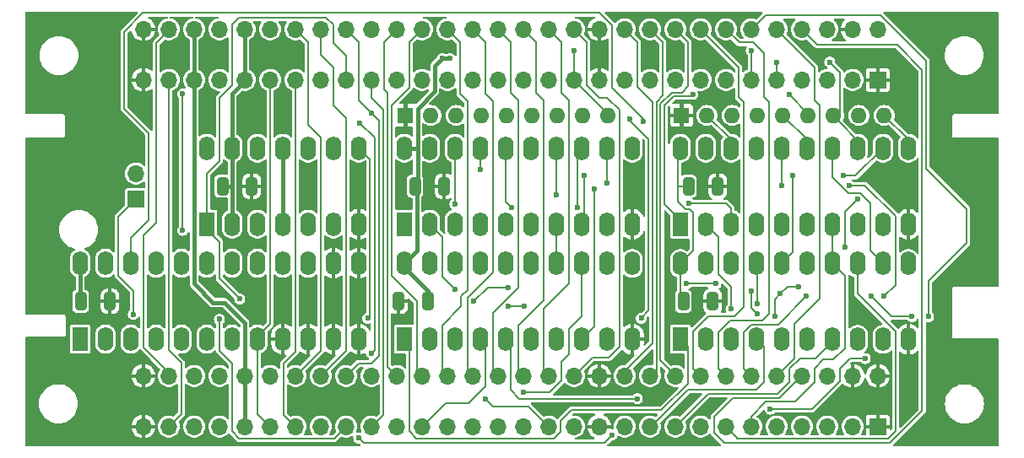
<source format=gbl>
G04 #@! TF.GenerationSoftware,KiCad,Pcbnew,8.0.6*
G04 #@! TF.CreationDate,2025-02-16T15:02:21+05:00*
G04 #@! TF.ProjectId,MegaCD-Connect BD Remake,4d656761-4344-42d4-936f-6e6e65637420,rev?*
G04 #@! TF.SameCoordinates,Original*
G04 #@! TF.FileFunction,Copper,L2,Bot*
G04 #@! TF.FilePolarity,Positive*
%FSLAX46Y46*%
G04 Gerber Fmt 4.6, Leading zero omitted, Abs format (unit mm)*
G04 Created by KiCad (PCBNEW 8.0.6) date 2025-02-16 15:02:21*
%MOMM*%
%LPD*%
G01*
G04 APERTURE LIST*
G04 Aperture macros list*
%AMRoundRect*
0 Rectangle with rounded corners*
0 $1 Rounding radius*
0 $2 $3 $4 $5 $6 $7 $8 $9 X,Y pos of 4 corners*
0 Add a 4 corners polygon primitive as box body*
4,1,4,$2,$3,$4,$5,$6,$7,$8,$9,$2,$3,0*
0 Add four circle primitives for the rounded corners*
1,1,$1+$1,$2,$3*
1,1,$1+$1,$4,$5*
1,1,$1+$1,$6,$7*
1,1,$1+$1,$8,$9*
0 Add four rect primitives between the rounded corners*
20,1,$1+$1,$2,$3,$4,$5,0*
20,1,$1+$1,$4,$5,$6,$7,0*
20,1,$1+$1,$6,$7,$8,$9,0*
20,1,$1+$1,$8,$9,$2,$3,0*%
G04 Aperture macros list end*
G04 #@! TA.AperFunction,ComponentPad*
%ADD10R,1.600000X2.400000*%
G04 #@! TD*
G04 #@! TA.AperFunction,ComponentPad*
%ADD11O,1.600000X2.400000*%
G04 #@! TD*
G04 #@! TA.AperFunction,ComponentPad*
%ADD12R,1.700000X1.700000*%
G04 #@! TD*
G04 #@! TA.AperFunction,ComponentPad*
%ADD13O,1.700000X1.700000*%
G04 #@! TD*
G04 #@! TA.AperFunction,ComponentPad*
%ADD14R,1.600000X1.600000*%
G04 #@! TD*
G04 #@! TA.AperFunction,ComponentPad*
%ADD15O,1.600000X1.600000*%
G04 #@! TD*
G04 #@! TA.AperFunction,SMDPad,CuDef*
%ADD16RoundRect,0.250000X-0.325000X-0.650000X0.325000X-0.650000X0.325000X0.650000X-0.325000X0.650000X0*%
G04 #@! TD*
G04 #@! TA.AperFunction,SMDPad,CuDef*
%ADD17RoundRect,0.250000X0.325000X0.650000X-0.325000X0.650000X-0.325000X-0.650000X0.325000X-0.650000X0*%
G04 #@! TD*
G04 #@! TA.AperFunction,ViaPad*
%ADD18C,0.600000*%
G04 #@! TD*
G04 #@! TA.AperFunction,Conductor*
%ADD19C,0.400000*%
G04 #@! TD*
G04 #@! TA.AperFunction,Conductor*
%ADD20C,0.200000*%
G04 #@! TD*
G04 APERTURE END LIST*
D10*
X145288000Y-94615000D03*
D11*
X147828000Y-94615000D03*
X150368000Y-94615000D03*
X152908000Y-94615000D03*
X155448000Y-94615000D03*
X157988000Y-94615000D03*
X160528000Y-94615000D03*
X163068000Y-94615000D03*
X165608000Y-94615000D03*
X168148000Y-94615000D03*
X168148000Y-86995000D03*
X165608000Y-86995000D03*
X163068000Y-86995000D03*
X160528000Y-86995000D03*
X157988000Y-86995000D03*
X155448000Y-86995000D03*
X152908000Y-86995000D03*
X150368000Y-86995000D03*
X147828000Y-86995000D03*
X145288000Y-86995000D03*
D10*
X125476000Y-94615000D03*
D11*
X128016000Y-94615000D03*
X130556000Y-94615000D03*
X133096000Y-94615000D03*
X135636000Y-94615000D03*
X138176000Y-94615000D03*
X140716000Y-94615000D03*
X140716000Y-86995000D03*
X138176000Y-86995000D03*
X135636000Y-86995000D03*
X133096000Y-86995000D03*
X130556000Y-86995000D03*
X128016000Y-86995000D03*
X125476000Y-86995000D03*
D10*
X172974000Y-106172000D03*
D11*
X175514000Y-106172000D03*
X178054000Y-106172000D03*
X180594000Y-106172000D03*
X183134000Y-106172000D03*
X185674000Y-106172000D03*
X188214000Y-106172000D03*
X190754000Y-106172000D03*
X193294000Y-106172000D03*
X195834000Y-106172000D03*
X195834000Y-98552000D03*
X193294000Y-98552000D03*
X190754000Y-98552000D03*
X188214000Y-98552000D03*
X185674000Y-98552000D03*
X183134000Y-98552000D03*
X180594000Y-98552000D03*
X178054000Y-98552000D03*
X175514000Y-98552000D03*
X172974000Y-98552000D03*
D12*
X118364000Y-92080000D03*
D13*
X118364000Y-89540000D03*
D10*
X145288000Y-106172000D03*
D11*
X147828000Y-106172000D03*
X150368000Y-106172000D03*
X152908000Y-106172000D03*
X155448000Y-106172000D03*
X157988000Y-106172000D03*
X160528000Y-106172000D03*
X163068000Y-106172000D03*
X165608000Y-106172000D03*
X168148000Y-106172000D03*
X168148000Y-98552000D03*
X165608000Y-98552000D03*
X163068000Y-98552000D03*
X160528000Y-98552000D03*
X157988000Y-98552000D03*
X155448000Y-98552000D03*
X152908000Y-98552000D03*
X150368000Y-98552000D03*
X147828000Y-98552000D03*
X145288000Y-98552000D03*
D14*
X173101000Y-83693000D03*
D15*
X175641000Y-83693000D03*
X178181000Y-83693000D03*
X180721000Y-83693000D03*
X183261000Y-83693000D03*
X185801000Y-83693000D03*
X188341000Y-83693000D03*
X190881000Y-83693000D03*
X193421000Y-83693000D03*
D12*
X192786000Y-80137000D03*
D13*
X190246000Y-80137000D03*
X187706000Y-80137000D03*
X185166000Y-80137000D03*
X182626000Y-80137000D03*
X180086000Y-80137000D03*
X177546000Y-80137000D03*
X175006000Y-80137000D03*
X172466000Y-80137000D03*
X169926000Y-80137000D03*
X167386000Y-80137000D03*
X164846000Y-80137000D03*
X162306000Y-80137000D03*
X159766000Y-80137000D03*
X157226000Y-80137000D03*
X154686000Y-80137000D03*
X152146000Y-80137000D03*
X149606000Y-80137000D03*
X147066000Y-80137000D03*
X144526000Y-80137000D03*
X141986000Y-80137000D03*
X139446000Y-80137000D03*
X136906000Y-80137000D03*
X134366000Y-80137000D03*
X131826000Y-80137000D03*
X129286000Y-80137000D03*
X126746000Y-80137000D03*
X124206000Y-80137000D03*
X121666000Y-80137000D03*
X119126000Y-80137000D03*
X192786000Y-75057000D03*
X190246000Y-75057000D03*
X187706000Y-75057000D03*
X185166000Y-75057000D03*
X182626000Y-75057000D03*
X180086000Y-75057000D03*
X177546000Y-75057000D03*
X175006000Y-75057000D03*
X172466000Y-75057000D03*
X169926000Y-75057000D03*
X167386000Y-75057000D03*
X164846000Y-75057000D03*
X162306000Y-75057000D03*
X159766000Y-75057000D03*
X157226000Y-75057000D03*
X154686000Y-75057000D03*
X152146000Y-75057000D03*
X149606000Y-75057000D03*
X147066000Y-75057000D03*
X144526000Y-75057000D03*
X141986000Y-75057000D03*
X139446000Y-75057000D03*
X136906000Y-75057000D03*
X134366000Y-75057000D03*
X131826000Y-75057000D03*
X129286000Y-75057000D03*
X126746000Y-75057000D03*
X124206000Y-75057000D03*
X121666000Y-75057000D03*
X119126000Y-75057000D03*
D14*
X145415000Y-83693000D03*
D15*
X147955000Y-83693000D03*
X150495000Y-83693000D03*
X153035000Y-83693000D03*
X155575000Y-83693000D03*
X158115000Y-83693000D03*
X160655000Y-83693000D03*
X163195000Y-83693000D03*
X165735000Y-83693000D03*
D10*
X112776000Y-106162000D03*
D11*
X115316000Y-106162000D03*
X117856000Y-106162000D03*
X120396000Y-106162000D03*
X122936000Y-106162000D03*
X125476000Y-106162000D03*
X128016000Y-106162000D03*
X130556000Y-106162000D03*
X133096000Y-106162000D03*
X135636000Y-106162000D03*
X138176000Y-106162000D03*
X140716000Y-106162000D03*
X140716000Y-98542000D03*
X138176000Y-98542000D03*
X135636000Y-98542000D03*
X133096000Y-98542000D03*
X130556000Y-98542000D03*
X128016000Y-98542000D03*
X125476000Y-98542000D03*
X122936000Y-98542000D03*
X120396000Y-98542000D03*
X117856000Y-98542000D03*
X115316000Y-98542000D03*
X112776000Y-98542000D03*
D10*
X172974000Y-94615000D03*
D11*
X175514000Y-94615000D03*
X178054000Y-94615000D03*
X180594000Y-94615000D03*
X183134000Y-94615000D03*
X185674000Y-94615000D03*
X188214000Y-94615000D03*
X190754000Y-94615000D03*
X193294000Y-94615000D03*
X195834000Y-94615000D03*
X195834000Y-86995000D03*
X193294000Y-86995000D03*
X190754000Y-86995000D03*
X188214000Y-86995000D03*
X185674000Y-86995000D03*
X183134000Y-86995000D03*
X180594000Y-86995000D03*
X178054000Y-86995000D03*
X175514000Y-86995000D03*
X172974000Y-86995000D03*
D12*
X192786000Y-114935000D03*
D13*
X190246000Y-114935000D03*
X187706000Y-114935000D03*
X185166000Y-114935000D03*
X182626000Y-114935000D03*
X180086000Y-114935000D03*
X177546000Y-114935000D03*
X175006000Y-114935000D03*
X172466000Y-114935000D03*
X169926000Y-114935000D03*
X167386000Y-114935000D03*
X164846000Y-114935000D03*
X162306000Y-114935000D03*
X159766000Y-114935000D03*
X157226000Y-114935000D03*
X154686000Y-114935000D03*
X152146000Y-114935000D03*
X149606000Y-114935000D03*
X147066000Y-114935000D03*
X144526000Y-114935000D03*
X141986000Y-114935000D03*
X139446000Y-114935000D03*
X136906000Y-114935000D03*
X134366000Y-114935000D03*
X131826000Y-114935000D03*
X129286000Y-114935000D03*
X126746000Y-114935000D03*
X124206000Y-114935000D03*
X121666000Y-114935000D03*
X119126000Y-114935000D03*
X192786000Y-109855000D03*
X190246000Y-109855000D03*
X187706000Y-109855000D03*
X185166000Y-109855000D03*
X182626000Y-109855000D03*
X180086000Y-109855000D03*
X177546000Y-109855000D03*
X175006000Y-109855000D03*
X172466000Y-109855000D03*
X169926000Y-109855000D03*
X167386000Y-109855000D03*
X164846000Y-109855000D03*
X162306000Y-109855000D03*
X159766000Y-109855000D03*
X157226000Y-109855000D03*
X154686000Y-109855000D03*
X152146000Y-109855000D03*
X149606000Y-109855000D03*
X147066000Y-109855000D03*
X144526000Y-109855000D03*
X141986000Y-109855000D03*
X139446000Y-109855000D03*
X136906000Y-109855000D03*
X134366000Y-109855000D03*
X131826000Y-109855000D03*
X129286000Y-109855000D03*
X126746000Y-109855000D03*
X124206000Y-109855000D03*
X121666000Y-109855000D03*
X119126000Y-109855000D03*
D16*
X173785000Y-90805000D03*
X176735000Y-90805000D03*
X127049000Y-90805000D03*
X129999000Y-90805000D03*
X146353000Y-90805000D03*
X149303000Y-90805000D03*
D17*
X147652000Y-102362000D03*
X144702000Y-102362000D03*
D16*
X112825000Y-102362000D03*
X115775000Y-102362000D03*
X173277000Y-102362000D03*
X176227000Y-102362000D03*
D18*
X149098000Y-77978000D03*
X149860000Y-77978000D03*
X133096000Y-102362000D03*
X202692000Y-99060000D03*
X171196000Y-111506000D03*
X168148000Y-89916000D03*
X194437000Y-78105000D03*
X113665000Y-85344000D03*
X190246000Y-78105000D03*
X130556000Y-83566000D03*
X175006000Y-89154000D03*
X120396000Y-102362000D03*
X144399000Y-104140000D03*
X202692000Y-94996000D03*
X125476000Y-77470000D03*
X140716000Y-102362000D03*
X145034000Y-89154000D03*
X172212000Y-104140000D03*
X178816000Y-73914000D03*
X116332000Y-80264000D03*
X202692000Y-90932000D03*
X195834000Y-90170000D03*
X148336000Y-76200000D03*
X173609000Y-112649000D03*
X122936000Y-77470000D03*
X116332000Y-112649000D03*
X113665000Y-80264000D03*
X116332000Y-114808000D03*
X175006000Y-77470000D03*
X133096000Y-83566000D03*
X178308000Y-91694000D03*
X147447000Y-78232000D03*
X135636000Y-92456000D03*
X135636000Y-113792000D03*
X145034000Y-92329000D03*
X172466000Y-77470000D03*
X195834000Y-109982000D03*
X198628000Y-115316000D03*
X169926000Y-77470000D03*
X149987000Y-81915000D03*
X125476000Y-83566000D03*
X135636000Y-89154000D03*
X116332000Y-75184000D03*
X124206000Y-102362000D03*
X113665000Y-75184000D03*
X140716000Y-112141000D03*
X140716000Y-90678000D03*
X202692000Y-86868000D03*
X130556000Y-102362000D03*
X128905000Y-89154000D03*
X195961000Y-79502000D03*
X128905000Y-92456000D03*
X198628000Y-111252000D03*
X147828000Y-90805000D03*
X133096000Y-77470000D03*
X116332000Y-85344000D03*
X135636000Y-102362000D03*
X168148000Y-101854000D03*
X138176000Y-102362000D03*
X113665000Y-90424000D03*
X118115300Y-103661700D03*
X123063000Y-95241500D03*
X123063000Y-81534000D03*
X141616100Y-104061800D03*
X166116000Y-115785100D03*
X181991000Y-113184800D03*
X191516000Y-108105400D03*
X140716000Y-116078000D03*
X169248100Y-84328000D03*
X174216200Y-81592700D03*
X150368000Y-92614800D03*
X150368000Y-101160900D03*
X168656000Y-112141000D03*
X152908000Y-89114300D03*
X156048100Y-92914900D03*
X164368100Y-91114600D03*
X169048100Y-104071800D03*
X167894000Y-84074000D03*
X160528000Y-91714700D03*
X157226000Y-111506000D03*
X162687000Y-92914900D03*
X165608000Y-90514500D03*
X163322000Y-89714400D03*
X153416000Y-112141000D03*
X152273000Y-102362000D03*
X155748100Y-100965000D03*
X155748100Y-102871500D03*
X157275200Y-102871500D03*
X162306000Y-77216000D03*
X178054000Y-103124000D03*
X173813800Y-92514800D03*
X180086000Y-101346000D03*
X173609000Y-100584000D03*
X180721000Y-103632000D03*
X176530000Y-100584000D03*
X193421000Y-101854000D03*
X189879300Y-90713400D03*
X183134000Y-90713400D03*
X183861100Y-81592600D03*
X189484000Y-96901000D03*
X187960000Y-78359000D03*
X190754000Y-92114700D03*
X180086000Y-77186600D03*
X182626000Y-78386800D03*
X184234100Y-89758500D03*
X189313500Y-89758500D03*
X180721000Y-102616000D03*
X183007000Y-101600000D03*
X182421200Y-103886000D03*
X184834200Y-100871200D03*
X126746000Y-104140000D03*
X128778000Y-102108000D03*
X142016200Y-83494400D03*
X140835900Y-84494600D03*
X141986000Y-107569000D03*
X192151000Y-101871300D03*
X185634400Y-101871300D03*
X197866000Y-103886000D03*
X196215000Y-103886000D03*
D19*
X112776000Y-98542000D02*
X112776000Y-102313000D01*
D20*
X172974000Y-86995000D02*
X172732900Y-87236100D01*
D19*
X148336000Y-81280000D02*
X146615000Y-83001000D01*
D20*
X172974000Y-98552000D02*
X172974000Y-102059000D01*
D19*
X112776000Y-102313000D02*
X112825000Y-102362000D01*
D20*
X172974000Y-98552000D02*
X174244000Y-97282000D01*
D19*
X133096000Y-94615000D02*
X133096000Y-86995000D01*
X149860000Y-77978000D02*
X149098000Y-77978000D01*
D20*
X173526600Y-93114900D02*
X172732900Y-92321200D01*
D19*
X146615000Y-90543000D02*
X146615000Y-86995000D01*
D20*
X173915700Y-93114900D02*
X173526600Y-93114900D01*
D19*
X128016000Y-90805000D02*
X127049000Y-90805000D01*
D20*
X174244000Y-97282000D02*
X174244000Y-93443200D01*
D19*
X149098000Y-77978000D02*
X148336000Y-78740000D01*
X128016000Y-86995000D02*
X128016000Y-90805000D01*
X145288000Y-98552000D02*
X145288000Y-98933000D01*
X146558000Y-97282000D02*
X146558000Y-91010000D01*
X145288000Y-98933000D02*
X147652000Y-101297000D01*
X128016000Y-86995000D02*
X128016000Y-81534000D01*
D20*
X174244000Y-93443200D02*
X173915700Y-93114900D01*
D19*
X147652000Y-101297000D02*
X147652000Y-102362000D01*
X146558000Y-91010000D02*
X146353000Y-90805000D01*
X128016000Y-94615000D02*
X128016000Y-90805000D01*
X146615000Y-83001000D02*
X146615000Y-86995000D01*
D20*
X172974000Y-102059000D02*
X173277000Y-102362000D01*
X172732900Y-90805000D02*
X173785000Y-90805000D01*
D19*
X146615000Y-86995000D02*
X145288000Y-86995000D01*
X148336000Y-78740000D02*
X148336000Y-81280000D01*
X129286000Y-80264000D02*
X129286000Y-80137000D01*
X129286000Y-80137000D02*
X129286000Y-75057000D01*
D20*
X172732900Y-87236100D02*
X172732900Y-90805000D01*
X172732900Y-92321200D02*
X172732900Y-90805000D01*
D19*
X145288000Y-98552000D02*
X146558000Y-97282000D01*
X128016000Y-81534000D02*
X129286000Y-80264000D01*
X146353000Y-90805000D02*
X146615000Y-90543000D01*
D20*
X164846000Y-80137000D02*
X164846000Y-75057000D01*
X133175900Y-113744900D02*
X133175900Y-108578400D01*
X133175900Y-108578400D02*
X134366000Y-107388300D01*
X134366000Y-107388300D02*
X134366000Y-80137000D01*
X134366000Y-114935000D02*
X133175900Y-113744900D01*
X143176400Y-113744600D02*
X141986000Y-114935000D01*
X141986000Y-81899000D02*
X143176400Y-83089400D01*
X143176400Y-83089400D02*
X143176400Y-113744600D01*
X141986000Y-80137000D02*
X141986000Y-81899000D01*
X118364000Y-92080000D02*
X116586000Y-93858000D01*
X116586000Y-93858000D02*
X116586000Y-99771900D01*
X116586000Y-99771900D02*
X118115300Y-101301200D01*
X118115300Y-101301200D02*
X118115300Y-103661700D01*
X139446000Y-107315000D02*
X139446000Y-83934200D01*
X136906000Y-109855000D02*
X139446000Y-107315000D01*
X138176000Y-78861600D02*
X136906000Y-77591600D01*
X136906000Y-77591600D02*
X136906000Y-75057000D01*
X138176000Y-82664200D02*
X138176000Y-78861600D01*
X139446000Y-83934200D02*
X138176000Y-82664200D01*
X123063000Y-81534000D02*
X123063000Y-95241500D01*
X141856100Y-88135100D02*
X140716000Y-86995000D01*
X141856100Y-103821800D02*
X141856100Y-88135100D01*
X141616100Y-104061800D02*
X141856100Y-103821800D01*
X130556000Y-105918000D02*
X131826000Y-104648000D01*
X130556000Y-113665000D02*
X131826000Y-114935000D01*
X130556000Y-106162000D02*
X130556000Y-113665000D01*
X131826000Y-104648000D02*
X131826000Y-80137000D01*
X130556000Y-106162000D02*
X130556000Y-105918000D01*
X146510900Y-116125100D02*
X160321100Y-116125100D01*
X145796000Y-115410200D02*
X146510900Y-116125100D01*
X162051300Y-113284700D02*
X171068300Y-113284700D01*
X171068300Y-113284700D02*
X173736000Y-110617000D01*
X160956100Y-114379900D02*
X162051300Y-113284700D01*
X173736000Y-110617000D02*
X173736000Y-106934000D01*
X145288000Y-106172000D02*
X145796000Y-106680000D01*
X160321100Y-116125100D02*
X160956100Y-115490100D01*
X145796000Y-106680000D02*
X145796000Y-115410200D01*
X173736000Y-106934000D02*
X172974000Y-106172000D01*
X160956100Y-115490100D02*
X160956100Y-114379900D01*
X186154200Y-113184800D02*
X188976000Y-110363000D01*
X188976000Y-109093000D02*
X189963600Y-108105400D01*
X188976000Y-110363000D02*
X188976000Y-109093000D01*
X185801000Y-113184800D02*
X181991000Y-113184800D01*
X166116000Y-115785100D02*
X165335900Y-116565200D01*
X165335900Y-116565200D02*
X141203200Y-116565200D01*
X185801000Y-113184800D02*
X186154200Y-113184800D01*
X141203200Y-116565200D02*
X140716000Y-116078000D01*
X189963600Y-108105400D02*
X191516000Y-108105400D01*
X117173900Y-75331800D02*
X117173900Y-83010900D01*
X119634000Y-94234000D02*
X117856000Y-96012000D01*
X117856000Y-96012000D02*
X117856000Y-98542000D01*
X166116000Y-80962500D02*
X166116000Y-74649700D01*
X119634000Y-85471000D02*
X119634000Y-94234000D01*
X169248100Y-84094600D02*
X166116000Y-80962500D01*
X117173900Y-83010900D02*
X119634000Y-85471000D01*
X164893100Y-73426800D02*
X119078900Y-73426800D01*
X119078900Y-73426800D02*
X117173900Y-75331800D01*
X169248100Y-84328000D02*
X169248100Y-84094600D01*
X166116000Y-74649700D02*
X164893100Y-73426800D01*
X172974000Y-94615000D02*
X172974000Y-94234000D01*
X171380000Y-92640000D02*
X171380000Y-82677686D01*
X174020900Y-81788000D02*
X174216200Y-81592700D01*
X171380000Y-82677686D02*
X172269686Y-81788000D01*
X172269686Y-81788000D02*
X174020900Y-81788000D01*
X172974000Y-94234000D02*
X171380000Y-92640000D01*
X150368000Y-86995000D02*
X150368000Y-92614800D01*
X149098000Y-95885000D02*
X147828000Y-94615000D01*
X149098000Y-99890900D02*
X149098000Y-95885000D01*
X150368000Y-101160900D02*
X149098000Y-99890900D01*
X151702400Y-112584600D02*
X149416400Y-112584600D01*
X153416000Y-106680000D02*
X153416000Y-110871000D01*
X152908000Y-106172000D02*
X153416000Y-106680000D01*
X149416400Y-112584600D02*
X147066000Y-114935000D01*
X153416000Y-110871000D02*
X151702400Y-112584600D01*
X168656000Y-112141000D02*
X156845000Y-112141000D01*
X155956000Y-106680000D02*
X155448000Y-106172000D01*
X152908000Y-86995000D02*
X152908000Y-89114300D01*
X156845000Y-112141000D02*
X155956000Y-111252000D01*
X155956000Y-111252000D02*
X155956000Y-106680000D01*
X155448000Y-86995000D02*
X155448000Y-92314800D01*
X155448000Y-92314800D02*
X156048100Y-92914900D01*
X164368100Y-104871900D02*
X164368100Y-91114600D01*
X163068000Y-106172000D02*
X164368100Y-104871900D01*
X169780000Y-86113000D02*
X169780000Y-103270000D01*
X169048100Y-104001900D02*
X169048100Y-104071800D01*
X167894000Y-84074000D02*
X167894000Y-84227000D01*
X167894000Y-84227000D02*
X169780000Y-86113000D01*
X169780000Y-103270000D02*
X169048100Y-104001900D01*
X160528000Y-86995000D02*
X160528000Y-91714700D01*
X157226000Y-111506000D02*
X159837400Y-111506000D01*
X161798000Y-105156000D02*
X163068000Y-103886000D01*
X159837400Y-111506000D02*
X161036000Y-110307400D01*
X161036000Y-108464600D02*
X161798000Y-107702600D01*
X161036000Y-110307400D02*
X161036000Y-108464600D01*
X163068000Y-103886000D02*
X163068000Y-98552000D01*
X161798000Y-107702600D02*
X161798000Y-105156000D01*
X160528000Y-98552000D02*
X160528000Y-94615000D01*
X162687000Y-87376000D02*
X163068000Y-86995000D01*
X162687000Y-92914900D02*
X162687000Y-87376000D01*
X165608000Y-86995000D02*
X165608000Y-90514500D01*
X153416000Y-112141000D02*
X154178000Y-112903000D01*
X163322000Y-94361000D02*
X163068000Y-94615000D01*
X154178000Y-112903000D02*
X157734000Y-112903000D01*
X163322000Y-89714400D02*
X163322000Y-94361000D01*
X157734000Y-112903000D02*
X159766000Y-114935000D01*
X152273000Y-102362000D02*
X153670000Y-100965000D01*
X155748100Y-102871500D02*
X157275200Y-102871500D01*
X153670000Y-100965000D02*
X155748100Y-100965000D01*
X162306000Y-80137000D02*
X165735000Y-83566000D01*
X165735000Y-83566000D02*
X165735000Y-83693000D01*
X162306000Y-80137000D02*
X162306000Y-77216000D01*
X178054000Y-86106000D02*
X178054000Y-86995000D01*
X175641000Y-83693000D02*
X178054000Y-86106000D01*
X176784000Y-99636300D02*
X176784000Y-95885000D01*
X178054000Y-100906300D02*
X176784000Y-99636300D01*
X176784000Y-95885000D02*
X175514000Y-94615000D01*
X178054000Y-103124000D02*
X178054000Y-100906300D01*
X180594000Y-111252000D02*
X173736000Y-111252000D01*
X181356000Y-106934000D02*
X181356000Y-110490000D01*
X173609000Y-100584000D02*
X176530000Y-100584000D01*
X173813800Y-92514800D02*
X177546000Y-92514800D01*
X180086000Y-103041065D02*
X180676935Y-103632000D01*
X177546000Y-92514800D02*
X178054000Y-93022800D01*
X180594000Y-106172000D02*
X181356000Y-106934000D01*
X180086000Y-101346000D02*
X180086000Y-103041065D01*
X181356000Y-110490000D02*
X180594000Y-111252000D01*
X180676935Y-103632000D02*
X180721000Y-103632000D01*
X173736000Y-111252000D02*
X170053000Y-114935000D01*
X178054000Y-93022800D02*
X178054000Y-94615000D01*
X170053000Y-114935000D02*
X169926000Y-114935000D01*
X193421000Y-101854000D02*
X194564000Y-100711000D01*
X183134000Y-86995000D02*
X183134000Y-90713400D01*
X194564000Y-93804300D02*
X191473100Y-90713400D01*
X194564000Y-100711000D02*
X194564000Y-93804300D01*
X191473100Y-90713400D02*
X189879300Y-90713400D01*
X188214000Y-106172000D02*
X188214000Y-106426000D01*
X175749000Y-111652000D02*
X172466000Y-114935000D01*
X184969686Y-108077000D02*
X183896000Y-109150686D01*
X186563000Y-108077000D02*
X184969686Y-108077000D01*
X183896000Y-110490000D02*
X182734000Y-111652000D01*
X183896000Y-109150686D02*
X183896000Y-110490000D01*
X188214000Y-106426000D02*
X186563000Y-108077000D01*
X182734000Y-111652000D02*
X175749000Y-111652000D01*
X185674000Y-86106000D02*
X185674000Y-86995000D01*
X183261000Y-83693000D02*
X185674000Y-86106000D01*
X192024000Y-97282000D02*
X193294000Y-98552000D01*
X189801500Y-91514600D02*
X191005100Y-91514600D01*
X185801000Y-83566000D02*
X183861100Y-81626100D01*
X191005100Y-91514600D02*
X192024000Y-92533500D01*
X183861100Y-81626100D02*
X183861100Y-81592600D01*
X188214000Y-89927100D02*
X189801500Y-91514600D01*
X185801000Y-83693000D02*
X185801000Y-83566000D01*
X188214000Y-86995000D02*
X188214000Y-89927100D01*
X192024000Y-92533500D02*
X192024000Y-97282000D01*
X194564000Y-115360200D02*
X193799100Y-116125100D01*
X194564000Y-105396800D02*
X194564000Y-115360200D01*
X193799100Y-116125100D02*
X178689000Y-116125100D01*
X190754000Y-101586800D02*
X194564000Y-105396800D01*
X178689000Y-116078000D02*
X177546000Y-114935000D01*
X178689000Y-116125100D02*
X178689000Y-116078000D01*
X190754000Y-98552000D02*
X190754000Y-101586800D01*
X188214000Y-98552000D02*
X188214000Y-94615000D01*
X187325000Y-108204000D02*
X188341000Y-108204000D01*
X188341000Y-108204000D02*
X189484000Y-107061000D01*
X189484000Y-99822000D02*
X188214000Y-98552000D01*
X189484000Y-107061000D02*
X189484000Y-99822000D01*
X180086000Y-114935000D02*
X180086000Y-113919000D01*
X186436000Y-110490000D02*
X186436000Y-109093000D01*
X184474000Y-112452000D02*
X186436000Y-110490000D01*
X181553000Y-112452000D02*
X184474000Y-112452000D01*
X186436000Y-109093000D02*
X187325000Y-108204000D01*
X180086000Y-113919000D02*
X181553000Y-112452000D01*
X190754000Y-86233000D02*
X188856100Y-84335100D01*
X188976000Y-79375000D02*
X188976000Y-83573100D01*
X188856100Y-84335100D02*
X188856100Y-83693000D01*
X189484000Y-93384700D02*
X190754000Y-92114700D01*
X187960000Y-78359000D02*
X188976000Y-79375000D01*
X180086000Y-77186600D02*
X180086000Y-80137000D01*
X188976000Y-83573100D02*
X188856100Y-83693000D01*
X189484000Y-96901000D02*
X189484000Y-93384700D01*
X188856100Y-83693000D02*
X188341000Y-83693000D01*
X190754000Y-86995000D02*
X190754000Y-86233000D01*
X182626000Y-78386800D02*
X182626000Y-80137000D01*
X184234100Y-97451900D02*
X183134000Y-98552000D01*
X193294000Y-86995000D02*
X190530500Y-89758500D01*
X190530500Y-89758500D02*
X189313500Y-89758500D01*
X184234100Y-89758500D02*
X184234100Y-97451900D01*
X180721000Y-98679000D02*
X180721000Y-102616000D01*
X180594000Y-98552000D02*
X180721000Y-98679000D01*
X182421200Y-102185800D02*
X183007000Y-101600000D01*
X182421200Y-103886000D02*
X182421200Y-102185800D01*
X183007000Y-101600000D02*
X183735800Y-100871200D01*
X183735800Y-100871200D02*
X184834200Y-100871200D01*
X193421000Y-83693000D02*
X195834000Y-86106000D01*
X195834000Y-86106000D02*
X195834000Y-86995000D01*
X138176000Y-74581800D02*
X138176000Y-76391400D01*
X128778000Y-102108000D02*
X126746000Y-100076000D01*
X128016000Y-80667100D02*
X128016000Y-74581800D01*
X126746000Y-100076000D02*
X126746000Y-96393000D01*
X125476000Y-94615000D02*
X125476000Y-89535000D01*
X126746000Y-96393000D02*
X125476000Y-95123000D01*
X126746000Y-81937100D02*
X128016000Y-80667100D01*
X126746000Y-104140000D02*
X126746000Y-107315000D01*
X138255900Y-116125100D02*
X139446000Y-114935000D01*
X125476000Y-89535000D02*
X126746000Y-88265000D01*
X128016000Y-108585000D02*
X128016000Y-115410200D01*
X139446000Y-77661400D02*
X139446000Y-80137000D01*
X128016000Y-74581800D02*
X128730900Y-73866900D01*
X126746000Y-88265000D02*
X126746000Y-81937100D01*
X125476000Y-95123000D02*
X125476000Y-94615000D01*
X126746000Y-107315000D02*
X128016000Y-108585000D01*
X137461100Y-73866900D02*
X138176000Y-74581800D01*
X128730900Y-116125100D02*
X138255900Y-116125100D01*
X128730900Y-73866900D02*
X137461100Y-73866900D01*
X128016000Y-115410200D02*
X128730900Y-116125100D01*
X138176000Y-76391400D02*
X139446000Y-77661400D01*
X140716000Y-76327000D02*
X139446000Y-75057000D01*
X142016200Y-83494400D02*
X140716000Y-82194200D01*
X140716000Y-82194200D02*
X140716000Y-76327000D01*
X142016200Y-83494400D02*
X142736300Y-84214500D01*
X142736300Y-107834700D02*
X141986000Y-108585000D01*
X141986000Y-108585000D02*
X140716000Y-108585000D01*
X142736300Y-84214500D02*
X142736300Y-107834700D01*
X140716000Y-108585000D02*
X139446000Y-109855000D01*
X141986000Y-107569000D02*
X142296200Y-107258800D01*
X142296200Y-107258800D02*
X142296200Y-85954900D01*
X142296200Y-85954900D02*
X140835900Y-84494600D01*
X176355900Y-113966100D02*
X178270000Y-112052000D01*
X186695500Y-76586500D02*
X194696500Y-76586500D01*
X194013100Y-116565200D02*
X177371900Y-116565200D01*
X178270000Y-112052000D02*
X182899685Y-112052000D01*
X185166000Y-75057000D02*
X186695500Y-76586500D01*
X194696500Y-76586500D02*
X197231000Y-79121000D01*
X185096686Y-109855000D02*
X185166000Y-109855000D01*
X177371900Y-116565200D02*
X176355900Y-115549200D01*
X197231000Y-113347300D02*
X194013100Y-116565200D01*
X197231000Y-79121000D02*
X197231000Y-113347300D01*
X176355900Y-115549200D02*
X176355900Y-113966100D01*
X182899685Y-112052000D02*
X185096686Y-109855000D01*
X186436000Y-82180200D02*
X186436000Y-78874800D01*
X186944000Y-102108000D02*
X186944000Y-82688200D01*
X184404000Y-104648000D02*
X186944000Y-102108000D01*
X182626000Y-75064800D02*
X182626000Y-75057000D01*
X186944000Y-82688200D02*
X186436000Y-82180200D01*
X182626000Y-109855000D02*
X184404000Y-108077000D01*
X186436000Y-78874800D02*
X182626000Y-75064800D01*
X184404000Y-108077000D02*
X184404000Y-104648000D01*
X197631000Y-89029800D02*
X197631000Y-78225300D01*
X197866000Y-100330000D02*
X201676000Y-96520000D01*
X201676000Y-93074800D02*
X197631000Y-89029800D01*
X179324000Y-105436800D02*
X179324000Y-109093000D01*
X197631000Y-78225300D02*
X193056200Y-73650500D01*
X193056200Y-73650500D02*
X181492500Y-73650500D01*
X185634400Y-101871300D02*
X182833800Y-104671900D01*
X197866000Y-103886000D02*
X197866000Y-100330000D01*
X201676000Y-96520000D02*
X201676000Y-93074800D01*
X192151000Y-101871300D02*
X194165700Y-103886000D01*
X181492500Y-73650500D02*
X180086000Y-75057000D01*
X180088900Y-104671900D02*
X179324000Y-105436800D01*
X179324000Y-109093000D02*
X180086000Y-109855000D01*
X182833800Y-104671900D02*
X180088900Y-104671900D01*
X194165700Y-103886000D02*
X196215000Y-103886000D01*
X181864000Y-82391650D02*
X181864000Y-103632000D01*
X181356000Y-81883650D02*
X181864000Y-82391650D01*
X181864000Y-103632000D02*
X181224200Y-104271800D01*
X177546000Y-75057000D02*
X178875500Y-76386500D01*
X180260100Y-76386500D02*
X181356000Y-77482400D01*
X178875500Y-76386500D02*
X180260100Y-76386500D01*
X181224200Y-104271800D02*
X177969900Y-104271800D01*
X176784000Y-105457700D02*
X176784000Y-109093000D01*
X177969900Y-104271800D02*
X176784000Y-105457700D01*
X176784000Y-109093000D02*
X177546000Y-109855000D01*
X181356000Y-77482400D02*
X181356000Y-81883650D01*
X178392100Y-103871700D02*
X179324000Y-102939800D01*
X178816000Y-78867000D02*
X175006000Y-75057000D01*
X179324000Y-82388600D02*
X178816000Y-81880600D01*
X178816000Y-81880600D02*
X178816000Y-78867000D01*
X174244000Y-109093000D02*
X174244000Y-105398600D01*
X179324000Y-102939800D02*
X179324000Y-82388600D01*
X175006000Y-109855000D02*
X174244000Y-109093000D01*
X174244000Y-105398600D02*
X175770900Y-103871700D01*
X175770900Y-103871700D02*
X178392100Y-103871700D01*
X173120000Y-81388000D02*
X173736000Y-80772000D01*
X173736000Y-76327000D02*
X172466000Y-75057000D01*
X172466000Y-109855000D02*
X172466000Y-109787950D01*
X173736000Y-80772000D02*
X173736000Y-76327000D01*
X172466000Y-109787950D02*
X170980000Y-108301950D01*
X172104000Y-81388000D02*
X173120000Y-81388000D01*
X170980000Y-82512000D02*
X172104000Y-81388000D01*
X170980000Y-108301950D02*
X170980000Y-82512000D01*
X169926000Y-109855000D02*
X170180000Y-109855000D01*
X170180000Y-109855000D02*
X170580000Y-109455000D01*
X171196000Y-81704650D02*
X171196000Y-76327000D01*
X170580000Y-82320650D02*
X171196000Y-81704650D01*
X171196000Y-76327000D02*
X169926000Y-75057000D01*
X170580000Y-109455000D02*
X170580000Y-82320650D01*
X167386000Y-75057000D02*
X168656000Y-76327000D01*
X168656000Y-80811500D02*
X170180000Y-82335500D01*
X168656000Y-76327000D02*
X168656000Y-80811500D01*
X170180000Y-82335500D02*
X170180000Y-106553000D01*
X170180000Y-106553000D02*
X167386000Y-109347000D01*
X167386000Y-109347000D02*
X167386000Y-109855000D01*
X163576000Y-76327000D02*
X163576000Y-80645000D01*
X163576000Y-80645000D02*
X164846000Y-81915000D01*
X165638150Y-81915000D02*
X166878000Y-83154850D01*
X162306000Y-75057000D02*
X163576000Y-76327000D01*
X165819100Y-107988400D02*
X164172600Y-107988400D01*
X164846000Y-81915000D02*
X165638150Y-81915000D01*
X166878000Y-106929500D02*
X165819100Y-107988400D01*
X164172600Y-107988400D02*
X162306000Y-109855000D01*
X166878000Y-83154850D02*
X166878000Y-106929500D01*
X159258000Y-103124000D02*
X161798000Y-100584000D01*
X159258000Y-109347000D02*
X159258000Y-103124000D01*
X159766000Y-109855000D02*
X159258000Y-109347000D01*
X161798000Y-82169000D02*
X161036000Y-81407000D01*
X161036000Y-76327000D02*
X159766000Y-75057000D01*
X161036000Y-81407000D02*
X161036000Y-76327000D01*
X161798000Y-100584000D02*
X161798000Y-82169000D01*
X159255100Y-102266300D02*
X159255100Y-82166100D01*
X158496000Y-81407000D02*
X158496000Y-76327000D01*
X159255100Y-82166100D02*
X158496000Y-81407000D01*
X158496000Y-76327000D02*
X157226000Y-75057000D01*
X157226000Y-109855000D02*
X156718000Y-109347000D01*
X156718000Y-104803400D02*
X159255100Y-102266300D01*
X156718000Y-109347000D02*
X156718000Y-104803400D01*
X155956000Y-76327000D02*
X155956000Y-81429150D01*
X154178000Y-109347000D02*
X154686000Y-109855000D01*
X156715100Y-101007200D02*
X154178000Y-103544300D01*
X154686000Y-75057000D02*
X155956000Y-76327000D01*
X156715100Y-82188250D02*
X156715100Y-101007200D01*
X155956000Y-81429150D02*
X156715100Y-82188250D01*
X154178000Y-103544300D02*
X154178000Y-109347000D01*
X154175100Y-99443900D02*
X154175100Y-82293100D01*
X151638000Y-101981000D02*
X154175100Y-99443900D01*
X153416000Y-81534000D02*
X153416000Y-76327000D01*
X153416000Y-76327000D02*
X152146000Y-75057000D01*
X154175100Y-82293100D02*
X153416000Y-81534000D01*
X151638000Y-109347000D02*
X151638000Y-101981000D01*
X152146000Y-109855000D02*
X151638000Y-109347000D01*
X151635100Y-82293100D02*
X151635100Y-101221900D01*
X149098000Y-104761800D02*
X149098000Y-109347000D01*
X151003000Y-102856800D02*
X149098000Y-104761800D01*
X151635100Y-101221900D02*
X151003000Y-101854000D01*
X149098000Y-109347000D02*
X149606000Y-109855000D01*
X151003000Y-101854000D02*
X151003000Y-102856800D01*
X149606000Y-75057000D02*
X150876000Y-76327000D01*
X150876000Y-76327000D02*
X150876000Y-81534000D01*
X150876000Y-81534000D02*
X151635100Y-82293100D01*
X145796000Y-80899000D02*
X145796000Y-76327000D01*
X146558000Y-109347000D02*
X146558000Y-102362000D01*
X144018000Y-99822000D02*
X144018000Y-82677000D01*
X147066000Y-109855000D02*
X146558000Y-109347000D01*
X145796000Y-76327000D02*
X147066000Y-75057000D01*
X144018000Y-82677000D02*
X145796000Y-80899000D01*
X146558000Y-102362000D02*
X144018000Y-99822000D01*
X143616500Y-108945500D02*
X143616500Y-81467400D01*
X143256000Y-81106900D02*
X143256000Y-76327000D01*
X143616500Y-81467400D02*
X143256000Y-81106900D01*
X144526000Y-109855000D02*
X143616500Y-108945500D01*
X143256000Y-76327000D02*
X144526000Y-75057000D01*
X136906000Y-85934700D02*
X135636000Y-84664700D01*
X136906000Y-107315000D02*
X136906000Y-85934700D01*
X134366000Y-109855000D02*
X136906000Y-107315000D01*
X135636000Y-84664700D02*
X135636000Y-76327000D01*
X135636000Y-76327000D02*
X134366000Y-75057000D01*
D19*
X124206000Y-100584000D02*
X126111000Y-102489000D01*
X129286000Y-104521000D02*
X129286000Y-109855000D01*
X129286000Y-114935000D02*
X129286000Y-109855000D01*
X124206000Y-80137000D02*
X124206000Y-75057000D01*
X127254000Y-102489000D02*
X129286000Y-104521000D01*
X124206000Y-80137000D02*
X124206000Y-100584000D01*
X126111000Y-102489000D02*
X127254000Y-102489000D01*
D20*
X122936000Y-108551300D02*
X121666000Y-107281300D01*
X122936000Y-113665000D02*
X122936000Y-108551300D01*
X121666000Y-107281300D02*
X121666000Y-80137000D01*
X121666000Y-114935000D02*
X122936000Y-113665000D01*
X119126000Y-95701400D02*
X120396000Y-94431400D01*
X121666000Y-109855000D02*
X121666000Y-109503800D01*
X120396000Y-76454000D02*
X121666000Y-75184000D01*
X121666000Y-109503800D02*
X119126000Y-106963800D01*
X121666000Y-75184000D02*
X121666000Y-75057000D01*
X120396000Y-94431400D02*
X120396000Y-76454000D01*
X119126000Y-106963800D02*
X119126000Y-95701400D01*
G04 #@! TA.AperFunction,Conductor*
G36*
X118534701Y-73313407D02*
G01*
X118570665Y-73362907D01*
X118570665Y-73424093D01*
X118546514Y-73463504D01*
X116893428Y-75116590D01*
X116849724Y-75192286D01*
X116849725Y-75192287D01*
X116847287Y-75196508D01*
X116847286Y-75196511D01*
X116847286Y-75196512D01*
X116823400Y-75285656D01*
X116823400Y-83057044D01*
X116836665Y-83106550D01*
X116837243Y-83108706D01*
X116837242Y-83108706D01*
X116847285Y-83146185D01*
X116847286Y-83146188D01*
X116893430Y-83226112D01*
X119254505Y-85587187D01*
X119282281Y-85641702D01*
X119283500Y-85657189D01*
X119283500Y-88664864D01*
X119264593Y-88723055D01*
X119215093Y-88759019D01*
X119153907Y-88759019D01*
X119117805Y-88738026D01*
X119030041Y-88658019D01*
X118856637Y-88550652D01*
X118666456Y-88476976D01*
X118666455Y-88476975D01*
X118666453Y-88476975D01*
X118465976Y-88439500D01*
X118262024Y-88439500D01*
X118061546Y-88476975D01*
X117991632Y-88504059D01*
X117871363Y-88550652D01*
X117726195Y-88640536D01*
X117697959Y-88658019D01*
X117628131Y-88721676D01*
X117547236Y-88795421D01*
X117516080Y-88836678D01*
X117424328Y-88958177D01*
X117424323Y-88958186D01*
X117346588Y-89114300D01*
X117333418Y-89140750D01*
X117277603Y-89336917D01*
X117258785Y-89540000D01*
X117277603Y-89743083D01*
X117333418Y-89939250D01*
X117424327Y-90121821D01*
X117547236Y-90284579D01*
X117697959Y-90421981D01*
X117871363Y-90529348D01*
X118061544Y-90603024D01*
X118262024Y-90640500D01*
X118465976Y-90640500D01*
X118666456Y-90603024D01*
X118856637Y-90529348D01*
X119030041Y-90421981D01*
X119117807Y-90341971D01*
X119173545Y-90316743D01*
X119233471Y-90329095D01*
X119274691Y-90374311D01*
X119283500Y-90415135D01*
X119283500Y-90880500D01*
X119264593Y-90938691D01*
X119215093Y-90974655D01*
X119184500Y-90979500D01*
X117489326Y-90979500D01*
X117489325Y-90979500D01*
X117489315Y-90979501D01*
X117416263Y-90994033D01*
X117416257Y-90994035D01*
X117333400Y-91049397D01*
X117333397Y-91049400D01*
X117278035Y-91132257D01*
X117278033Y-91132263D01*
X117263501Y-91205315D01*
X117263500Y-91205327D01*
X117263500Y-92643810D01*
X117244593Y-92702001D01*
X117234504Y-92713814D01*
X116305529Y-93642789D01*
X116278003Y-93690466D01*
X116278002Y-93690465D01*
X116259387Y-93722707D01*
X116235500Y-93811857D01*
X116235500Y-97336861D01*
X116216593Y-97395052D01*
X116167093Y-97431016D01*
X116105907Y-97431016D01*
X116066498Y-97406866D01*
X115985655Y-97326023D01*
X115985651Y-97326020D01*
X115813597Y-97211058D01*
X115622418Y-97131869D01*
X115419467Y-97091500D01*
X115419465Y-97091500D01*
X115212535Y-97091500D01*
X115212532Y-97091500D01*
X115009581Y-97131869D01*
X114818402Y-97211058D01*
X114646348Y-97326020D01*
X114500020Y-97472348D01*
X114385058Y-97644402D01*
X114305869Y-97835581D01*
X114265500Y-98038532D01*
X114265500Y-99045467D01*
X114305869Y-99248418D01*
X114385058Y-99439597D01*
X114496771Y-99606788D01*
X114500023Y-99611655D01*
X114646345Y-99757977D01*
X114818402Y-99872941D01*
X115009580Y-99952130D01*
X115212535Y-99992500D01*
X115212536Y-99992500D01*
X115419464Y-99992500D01*
X115419465Y-99992500D01*
X115622420Y-99952130D01*
X115813598Y-99872941D01*
X115985655Y-99757977D01*
X116066498Y-99677133D01*
X116121013Y-99649358D01*
X116181445Y-99658929D01*
X116224710Y-99702194D01*
X116235500Y-99747139D01*
X116235500Y-99818046D01*
X116250209Y-99872938D01*
X116250210Y-99872942D01*
X116259383Y-99907182D01*
X116259384Y-99907184D01*
X116259385Y-99907187D01*
X116259386Y-99907188D01*
X116305530Y-99987112D01*
X117735805Y-101417387D01*
X117763581Y-101471902D01*
X117764800Y-101487389D01*
X117764800Y-103187936D01*
X117745893Y-103246127D01*
X117726069Y-103266477D01*
X117722681Y-103269076D01*
X117634439Y-103384074D01*
X117634437Y-103384078D01*
X117578970Y-103517990D01*
X117578969Y-103517991D01*
X117560050Y-103661699D01*
X117560050Y-103661700D01*
X117578969Y-103805408D01*
X117578970Y-103805409D01*
X117631464Y-103932144D01*
X117634439Y-103939325D01*
X117722679Y-104054321D01*
X117837675Y-104142561D01*
X117971591Y-104198030D01*
X118115300Y-104216950D01*
X118259009Y-104198030D01*
X118392925Y-104142561D01*
X118507921Y-104054321D01*
X118596161Y-103939325D01*
X118596161Y-103939324D01*
X118597958Y-103936983D01*
X118648383Y-103902327D01*
X118709547Y-103903929D01*
X118758089Y-103941176D01*
X118775500Y-103997250D01*
X118775500Y-104956861D01*
X118756593Y-105015052D01*
X118707093Y-105051016D01*
X118645907Y-105051016D01*
X118606498Y-105026866D01*
X118525655Y-104946023D01*
X118525651Y-104946020D01*
X118353597Y-104831058D01*
X118162418Y-104751869D01*
X117959467Y-104711500D01*
X117959465Y-104711500D01*
X117752535Y-104711500D01*
X117752532Y-104711500D01*
X117549581Y-104751869D01*
X117358402Y-104831058D01*
X117186348Y-104946020D01*
X117040020Y-105092348D01*
X116925058Y-105264402D01*
X116845869Y-105455581D01*
X116805500Y-105658532D01*
X116805500Y-106665467D01*
X116845869Y-106868418D01*
X116925058Y-107059597D01*
X117040020Y-107231651D01*
X117040023Y-107231655D01*
X117186345Y-107377977D01*
X117358402Y-107492941D01*
X117549580Y-107572130D01*
X117752535Y-107612500D01*
X117752536Y-107612500D01*
X117959464Y-107612500D01*
X117959465Y-107612500D01*
X118162420Y-107572130D01*
X118353598Y-107492941D01*
X118525655Y-107377977D01*
X118671977Y-107231655D01*
X118695559Y-107196361D01*
X118743607Y-107158483D01*
X118804745Y-107156079D01*
X118847875Y-107181357D01*
X119822599Y-108156081D01*
X120757213Y-109090695D01*
X120784990Y-109145212D01*
X120775419Y-109205644D01*
X120766214Y-109220358D01*
X120726331Y-109273173D01*
X120726323Y-109273186D01*
X120635419Y-109455747D01*
X120635418Y-109455750D01*
X120579603Y-109651917D01*
X120560785Y-109855000D01*
X120579603Y-110058083D01*
X120635418Y-110254250D01*
X120726327Y-110436821D01*
X120849236Y-110599579D01*
X120999959Y-110736981D01*
X121173363Y-110844348D01*
X121363544Y-110918024D01*
X121564024Y-110955500D01*
X121767976Y-110955500D01*
X121968456Y-110918024D01*
X122158637Y-110844348D01*
X122332041Y-110736981D01*
X122419807Y-110656971D01*
X122475545Y-110631743D01*
X122535471Y-110644095D01*
X122576691Y-110689311D01*
X122585500Y-110730135D01*
X122585500Y-113478810D01*
X122566593Y-113537001D01*
X122556503Y-113548814D01*
X122204991Y-113900325D01*
X122150475Y-113928102D01*
X122099225Y-113922636D01*
X122092307Y-113919956D01*
X121968456Y-113871976D01*
X121968455Y-113871975D01*
X121968453Y-113871975D01*
X121767976Y-113834500D01*
X121564024Y-113834500D01*
X121363546Y-113871975D01*
X121306226Y-113894181D01*
X121173363Y-113945652D01*
X120999959Y-114053019D01*
X120849236Y-114190421D01*
X120842403Y-114199470D01*
X120726328Y-114353177D01*
X120726323Y-114353186D01*
X120635419Y-114535747D01*
X120635418Y-114535750D01*
X120579603Y-114731917D01*
X120560785Y-114935000D01*
X120579603Y-115138083D01*
X120635418Y-115334250D01*
X120726327Y-115516821D01*
X120849236Y-115679579D01*
X120999959Y-115816981D01*
X121173363Y-115924348D01*
X121363544Y-115998024D01*
X121564024Y-116035500D01*
X121767976Y-116035500D01*
X121968456Y-115998024D01*
X122158637Y-115924348D01*
X122332041Y-115816981D01*
X122482764Y-115679579D01*
X122605673Y-115516821D01*
X122696582Y-115334250D01*
X122752397Y-115138083D01*
X122771215Y-114935000D01*
X123100785Y-114935000D01*
X123119603Y-115138083D01*
X123175418Y-115334250D01*
X123266327Y-115516821D01*
X123389236Y-115679579D01*
X123539959Y-115816981D01*
X123713363Y-115924348D01*
X123903544Y-115998024D01*
X124104024Y-116035500D01*
X124307976Y-116035500D01*
X124508456Y-115998024D01*
X124698637Y-115924348D01*
X124872041Y-115816981D01*
X125022764Y-115679579D01*
X125145673Y-115516821D01*
X125236582Y-115334250D01*
X125292397Y-115138083D01*
X125311215Y-114935000D01*
X125292397Y-114731917D01*
X125236582Y-114535750D01*
X125145673Y-114353179D01*
X125022764Y-114190421D01*
X124872041Y-114053019D01*
X124698637Y-113945652D01*
X124508456Y-113871976D01*
X124508455Y-113871975D01*
X124508453Y-113871975D01*
X124307976Y-113834500D01*
X124104024Y-113834500D01*
X123903546Y-113871975D01*
X123846226Y-113894181D01*
X123713363Y-113945652D01*
X123539959Y-114053019D01*
X123389236Y-114190421D01*
X123382403Y-114199470D01*
X123266328Y-114353177D01*
X123266323Y-114353186D01*
X123175419Y-114535747D01*
X123175418Y-114535750D01*
X123119603Y-114731917D01*
X123100785Y-114935000D01*
X122771215Y-114935000D01*
X122752397Y-114731917D01*
X122696582Y-114535750D01*
X122683239Y-114508954D01*
X122674226Y-114448441D01*
X122701854Y-114394826D01*
X123216470Y-113880212D01*
X123262614Y-113800288D01*
X123265169Y-113790748D01*
X123265172Y-113790744D01*
X123265171Y-113790744D01*
X123275850Y-113750889D01*
X123286500Y-113711144D01*
X123286500Y-110730135D01*
X123305407Y-110671944D01*
X123354907Y-110635980D01*
X123416093Y-110635980D01*
X123452191Y-110656970D01*
X123539959Y-110736981D01*
X123713363Y-110844348D01*
X123903544Y-110918024D01*
X124104024Y-110955500D01*
X124307976Y-110955500D01*
X124508456Y-110918024D01*
X124698637Y-110844348D01*
X124872041Y-110736981D01*
X125022764Y-110599579D01*
X125145673Y-110436821D01*
X125236582Y-110254250D01*
X125292397Y-110058083D01*
X125311215Y-109855000D01*
X125292397Y-109651917D01*
X125236582Y-109455750D01*
X125145673Y-109273179D01*
X125022764Y-109110421D01*
X124872041Y-108973019D01*
X124698637Y-108865652D01*
X124508456Y-108791976D01*
X124508455Y-108791975D01*
X124508453Y-108791975D01*
X124307976Y-108754500D01*
X124104024Y-108754500D01*
X123903546Y-108791975D01*
X123858624Y-108809378D01*
X123713363Y-108865652D01*
X123539959Y-108973019D01*
X123452194Y-109053026D01*
X123396454Y-109078256D01*
X123336529Y-109065904D01*
X123295309Y-109020687D01*
X123286500Y-108979864D01*
X123286500Y-108505157D01*
X123284587Y-108498018D01*
X123262614Y-108416012D01*
X123243569Y-108383025D01*
X123216470Y-108336088D01*
X122639314Y-107758932D01*
X122611539Y-107704418D01*
X122621110Y-107643986D01*
X122664375Y-107600721D01*
X122724807Y-107591150D01*
X122728634Y-107591833D01*
X122736643Y-107593426D01*
X122832535Y-107612500D01*
X122832536Y-107612500D01*
X123039464Y-107612500D01*
X123039465Y-107612500D01*
X123242420Y-107572130D01*
X123433598Y-107492941D01*
X123605655Y-107377977D01*
X123751977Y-107231655D01*
X123866941Y-107059598D01*
X123946130Y-106868420D01*
X123986500Y-106665465D01*
X123986500Y-105658535D01*
X123946130Y-105455580D01*
X123866941Y-105264402D01*
X123751977Y-105092345D01*
X123605655Y-104946023D01*
X123605651Y-104946020D01*
X123433597Y-104831058D01*
X123242418Y-104751869D01*
X123039467Y-104711500D01*
X123039465Y-104711500D01*
X122832535Y-104711500D01*
X122832532Y-104711500D01*
X122629581Y-104751869D01*
X122438402Y-104831058D01*
X122266348Y-104946020D01*
X122266345Y-104946022D01*
X122266345Y-104946023D01*
X122185501Y-105026866D01*
X122130987Y-105054642D01*
X122070555Y-105045071D01*
X122027290Y-105001806D01*
X122016500Y-104956861D01*
X122016500Y-99747139D01*
X122035407Y-99688948D01*
X122084907Y-99652984D01*
X122146093Y-99652984D01*
X122185501Y-99677133D01*
X122266345Y-99757977D01*
X122438402Y-99872941D01*
X122629580Y-99952130D01*
X122832535Y-99992500D01*
X122832536Y-99992500D01*
X123039464Y-99992500D01*
X123039465Y-99992500D01*
X123242420Y-99952130D01*
X123433598Y-99872941D01*
X123601499Y-99760754D01*
X123660387Y-99744146D01*
X123717791Y-99765324D01*
X123751783Y-99816198D01*
X123755500Y-99843070D01*
X123755500Y-100643309D01*
X123766546Y-100684531D01*
X123777853Y-100726731D01*
X123777853Y-100726732D01*
X123786198Y-100757881D01*
X123786202Y-100757889D01*
X123845507Y-100860609D01*
X123845508Y-100860610D01*
X123845509Y-100860611D01*
X123845511Y-100860614D01*
X125834386Y-102849490D01*
X125937113Y-102908799D01*
X125961320Y-102915284D01*
X125961325Y-102915287D01*
X125961326Y-102915286D01*
X126051688Y-102939499D01*
X126051690Y-102939500D01*
X126051691Y-102939500D01*
X127026389Y-102939500D01*
X127084580Y-102958407D01*
X127096393Y-102968496D01*
X128806504Y-104678607D01*
X128834281Y-104733124D01*
X128835500Y-104748611D01*
X128835500Y-104860929D01*
X128816593Y-104919120D01*
X128767093Y-104955084D01*
X128705907Y-104955084D01*
X128681499Y-104943245D01*
X128513597Y-104831058D01*
X128322418Y-104751869D01*
X128119467Y-104711500D01*
X128119465Y-104711500D01*
X127912535Y-104711500D01*
X127912532Y-104711500D01*
X127709581Y-104751869D01*
X127518402Y-104831058D01*
X127346348Y-104946020D01*
X127346345Y-104946022D01*
X127346345Y-104946023D01*
X127265501Y-105026866D01*
X127210987Y-105054642D01*
X127150555Y-105045071D01*
X127107290Y-105001806D01*
X127096500Y-104956861D01*
X127096500Y-104613762D01*
X127115407Y-104555571D01*
X127135234Y-104535219D01*
X127138621Y-104532621D01*
X127226861Y-104417625D01*
X127282330Y-104283709D01*
X127301250Y-104140000D01*
X127293907Y-104084229D01*
X127282330Y-103996291D01*
X127226861Y-103862375D01*
X127138621Y-103747379D01*
X127023625Y-103659139D01*
X127023621Y-103659137D01*
X126889709Y-103603670D01*
X126889708Y-103603669D01*
X126746000Y-103584750D01*
X126602291Y-103603669D01*
X126602290Y-103603670D01*
X126468378Y-103659137D01*
X126468374Y-103659139D01*
X126353381Y-103747377D01*
X126353377Y-103747381D01*
X126265139Y-103862374D01*
X126265137Y-103862378D01*
X126209670Y-103996290D01*
X126209669Y-103996291D01*
X126190750Y-104139999D01*
X126190750Y-104140000D01*
X126209669Y-104283708D01*
X126209670Y-104283709D01*
X126244389Y-104367531D01*
X126265139Y-104417625D01*
X126265141Y-104417628D01*
X126265142Y-104417629D01*
X126353375Y-104532617D01*
X126353377Y-104532618D01*
X126353379Y-104532621D01*
X126356763Y-104535217D01*
X126391421Y-104585638D01*
X126395500Y-104613762D01*
X126395500Y-104956861D01*
X126376593Y-105015052D01*
X126327093Y-105051016D01*
X126265907Y-105051016D01*
X126226498Y-105026866D01*
X126145655Y-104946023D01*
X126145651Y-104946020D01*
X125973597Y-104831058D01*
X125782418Y-104751869D01*
X125579467Y-104711500D01*
X125579465Y-104711500D01*
X125372535Y-104711500D01*
X125372532Y-104711500D01*
X125169581Y-104751869D01*
X124978402Y-104831058D01*
X124806348Y-104946020D01*
X124660020Y-105092348D01*
X124545058Y-105264402D01*
X124465869Y-105455581D01*
X124425500Y-105658532D01*
X124425500Y-106665467D01*
X124465869Y-106868418D01*
X124545058Y-107059597D01*
X124660020Y-107231651D01*
X124660023Y-107231655D01*
X124806345Y-107377977D01*
X124978402Y-107492941D01*
X125169580Y-107572130D01*
X125372535Y-107612500D01*
X125372536Y-107612500D01*
X125579464Y-107612500D01*
X125579465Y-107612500D01*
X125782420Y-107572130D01*
X125973598Y-107492941D01*
X126145655Y-107377977D01*
X126226498Y-107297133D01*
X126281013Y-107269358D01*
X126341445Y-107278929D01*
X126384710Y-107322194D01*
X126392581Y-107354983D01*
X126394653Y-107354711D01*
X126395499Y-107361141D01*
X126415141Y-107434444D01*
X126415141Y-107434445D01*
X126419087Y-107449175D01*
X126419386Y-107450288D01*
X126465530Y-107530212D01*
X127636505Y-108701187D01*
X127664281Y-108755702D01*
X127665500Y-108771189D01*
X127665500Y-108979864D01*
X127646593Y-109038055D01*
X127597093Y-109074019D01*
X127535907Y-109074019D01*
X127499805Y-109053026D01*
X127412041Y-108973019D01*
X127238637Y-108865652D01*
X127048456Y-108791976D01*
X127048455Y-108791975D01*
X127048453Y-108791975D01*
X126847976Y-108754500D01*
X126644024Y-108754500D01*
X126443546Y-108791975D01*
X126398624Y-108809378D01*
X126253363Y-108865652D01*
X126104681Y-108957712D01*
X126079959Y-108973019D01*
X125978959Y-109065093D01*
X125929236Y-109110421D01*
X125906401Y-109140660D01*
X125806328Y-109273177D01*
X125806323Y-109273186D01*
X125715419Y-109455747D01*
X125715418Y-109455750D01*
X125659603Y-109651917D01*
X125640785Y-109855000D01*
X125659603Y-110058083D01*
X125715418Y-110254250D01*
X125806327Y-110436821D01*
X125929236Y-110599579D01*
X126079959Y-110736981D01*
X126253363Y-110844348D01*
X126443544Y-110918024D01*
X126644024Y-110955500D01*
X126847976Y-110955500D01*
X127048456Y-110918024D01*
X127238637Y-110844348D01*
X127412041Y-110736981D01*
X127499807Y-110656971D01*
X127555545Y-110631743D01*
X127615471Y-110644095D01*
X127656691Y-110689311D01*
X127665500Y-110730135D01*
X127665500Y-114059864D01*
X127646593Y-114118055D01*
X127597093Y-114154019D01*
X127535907Y-114154019D01*
X127499805Y-114133026D01*
X127412041Y-114053019D01*
X127238637Y-113945652D01*
X127048456Y-113871976D01*
X127048455Y-113871975D01*
X127048453Y-113871975D01*
X126847976Y-113834500D01*
X126644024Y-113834500D01*
X126443546Y-113871975D01*
X126386226Y-113894181D01*
X126253363Y-113945652D01*
X126079959Y-114053019D01*
X125929236Y-114190421D01*
X125922403Y-114199470D01*
X125806328Y-114353177D01*
X125806323Y-114353186D01*
X125715419Y-114535747D01*
X125715418Y-114535750D01*
X125659603Y-114731917D01*
X125640785Y-114935000D01*
X125659603Y-115138083D01*
X125715418Y-115334250D01*
X125806327Y-115516821D01*
X125929236Y-115679579D01*
X126079959Y-115816981D01*
X126253363Y-115924348D01*
X126443544Y-115998024D01*
X126644024Y-116035500D01*
X126847976Y-116035500D01*
X127048456Y-115998024D01*
X127238637Y-115924348D01*
X127412041Y-115816981D01*
X127562764Y-115679579D01*
X127591841Y-115641074D01*
X127641996Y-115606031D01*
X127703171Y-115607160D01*
X127740846Y-115630728D01*
X128450431Y-116340312D01*
X128450430Y-116340312D01*
X128515687Y-116405568D01*
X128515689Y-116405570D01*
X128564602Y-116433810D01*
X128595612Y-116451714D01*
X128684756Y-116475600D01*
X128684758Y-116475600D01*
X138302042Y-116475600D01*
X138302044Y-116475600D01*
X138391188Y-116451714D01*
X138471112Y-116405570D01*
X138907008Y-115969672D01*
X138961523Y-115941896D01*
X139012768Y-115947361D01*
X139143544Y-115998024D01*
X139344024Y-116035500D01*
X139547976Y-116035500D01*
X139748456Y-115998024D01*
X139938637Y-115924348D01*
X140024963Y-115870896D01*
X140084391Y-115856338D01*
X140141027Y-115879491D01*
X140173237Y-115931512D01*
X140175233Y-115967990D01*
X140160750Y-116077999D01*
X140160750Y-116078000D01*
X140179669Y-116221708D01*
X140179670Y-116221709D01*
X140228811Y-116340349D01*
X140235139Y-116355625D01*
X140323379Y-116470621D01*
X140438375Y-116558861D01*
X140572291Y-116614330D01*
X140716000Y-116633250D01*
X140720227Y-116632693D01*
X140780386Y-116643838D01*
X140803159Y-116660841D01*
X140866814Y-116724496D01*
X140894591Y-116779013D01*
X140885020Y-116839445D01*
X140841755Y-116882710D01*
X140796810Y-116893500D01*
X107382500Y-116893500D01*
X107324309Y-116874593D01*
X107288345Y-116825093D01*
X107283500Y-116794500D01*
X107283500Y-114760000D01*
X117937076Y-114760000D01*
X118655254Y-114760000D01*
X118626000Y-114869174D01*
X118626000Y-115000826D01*
X118655254Y-115110000D01*
X117937076Y-115110000D01*
X117941379Y-115156444D01*
X118002239Y-115370347D01*
X118101364Y-115569417D01*
X118101369Y-115569426D01*
X118235387Y-115746893D01*
X118235391Y-115746898D01*
X118399744Y-115896725D01*
X118588816Y-116013794D01*
X118588821Y-116013797D01*
X118796200Y-116094136D01*
X118950999Y-116123073D01*
X118951000Y-116123073D01*
X118951000Y-115405746D01*
X119060174Y-115435000D01*
X119191826Y-115435000D01*
X119301000Y-115405746D01*
X119301000Y-116123073D01*
X119455799Y-116094136D01*
X119663178Y-116013797D01*
X119663183Y-116013794D01*
X119852255Y-115896725D01*
X120016608Y-115746898D01*
X120016612Y-115746893D01*
X120150630Y-115569426D01*
X120150635Y-115569417D01*
X120249760Y-115370347D01*
X120310620Y-115156444D01*
X120314924Y-115110000D01*
X119596746Y-115110000D01*
X119626000Y-115000826D01*
X119626000Y-114869174D01*
X119596746Y-114760000D01*
X120314924Y-114760000D01*
X120310620Y-114713555D01*
X120249760Y-114499652D01*
X120150635Y-114300582D01*
X120150630Y-114300573D01*
X120016612Y-114123106D01*
X120016608Y-114123101D01*
X119852255Y-113973274D01*
X119663183Y-113856205D01*
X119663178Y-113856202D01*
X119455802Y-113775864D01*
X119455796Y-113775862D01*
X119301000Y-113746925D01*
X119301000Y-114464253D01*
X119191826Y-114435000D01*
X119060174Y-114435000D01*
X118951000Y-114464253D01*
X118951000Y-113746926D01*
X118950999Y-113746925D01*
X118796203Y-113775862D01*
X118796197Y-113775864D01*
X118588821Y-113856202D01*
X118588816Y-113856205D01*
X118399744Y-113973274D01*
X118235391Y-114123101D01*
X118235387Y-114123106D01*
X118101369Y-114300573D01*
X118101364Y-114300582D01*
X118002239Y-114499652D01*
X117941379Y-114713555D01*
X117937076Y-114760000D01*
X107283500Y-114760000D01*
X107283500Y-112641800D01*
X108630111Y-112641800D01*
X108650041Y-112920459D01*
X108650041Y-112920462D01*
X108650042Y-112920465D01*
X108707544Y-113184800D01*
X108709428Y-113193461D01*
X108807060Y-113455221D01*
X108807061Y-113455223D01*
X108940950Y-113700423D01*
X109107297Y-113922636D01*
X109108375Y-113924076D01*
X109305924Y-114121625D01*
X109305927Y-114121627D01*
X109305928Y-114121628D01*
X109529576Y-114289049D01*
X109723289Y-114394824D01*
X109774780Y-114422940D01*
X110036543Y-114520573D01*
X110309535Y-114579958D01*
X110588200Y-114599889D01*
X110866865Y-114579958D01*
X111139857Y-114520573D01*
X111401620Y-114422940D01*
X111646823Y-114289049D01*
X111870476Y-114121625D01*
X112068025Y-113924076D01*
X112235449Y-113700423D01*
X112369340Y-113455220D01*
X112466973Y-113193457D01*
X112526358Y-112920465D01*
X112546289Y-112641800D01*
X112526358Y-112363135D01*
X112466973Y-112090143D01*
X112369340Y-111828380D01*
X112348656Y-111790500D01*
X112235449Y-111583176D01*
X112068028Y-111359528D01*
X112068027Y-111359527D01*
X112068025Y-111359524D01*
X111870476Y-111161975D01*
X111870471Y-111161971D01*
X111646823Y-110994550D01*
X111401623Y-110860661D01*
X111401621Y-110860660D01*
X111139861Y-110763028D01*
X111139857Y-110763027D01*
X110866865Y-110703642D01*
X110866862Y-110703641D01*
X110866859Y-110703641D01*
X110588200Y-110683711D01*
X110309540Y-110703641D01*
X110309535Y-110703641D01*
X110309535Y-110703642D01*
X110302327Y-110705210D01*
X110036538Y-110763028D01*
X109774778Y-110860660D01*
X109774776Y-110860661D01*
X109529576Y-110994550D01*
X109305928Y-111161971D01*
X109108371Y-111359528D01*
X108940950Y-111583176D01*
X108807061Y-111828376D01*
X108807060Y-111828378D01*
X108709428Y-112090138D01*
X108650041Y-112363140D01*
X108630111Y-112641800D01*
X107283500Y-112641800D01*
X107283500Y-109680000D01*
X117937076Y-109680000D01*
X118655254Y-109680000D01*
X118626000Y-109789174D01*
X118626000Y-109920826D01*
X118655254Y-110030000D01*
X117937076Y-110030000D01*
X117941379Y-110076444D01*
X118002239Y-110290347D01*
X118101364Y-110489417D01*
X118101369Y-110489426D01*
X118235387Y-110666893D01*
X118235391Y-110666898D01*
X118399744Y-110816725D01*
X118588816Y-110933794D01*
X118588821Y-110933797D01*
X118796200Y-111014136D01*
X118950999Y-111043073D01*
X118951000Y-111043073D01*
X118951000Y-110325746D01*
X119060174Y-110355000D01*
X119191826Y-110355000D01*
X119301000Y-110325746D01*
X119301000Y-111043073D01*
X119455799Y-111014136D01*
X119663178Y-110933797D01*
X119663183Y-110933794D01*
X119852255Y-110816725D01*
X120016608Y-110666898D01*
X120016612Y-110666893D01*
X120150630Y-110489426D01*
X120150635Y-110489417D01*
X120249760Y-110290347D01*
X120310620Y-110076444D01*
X120314924Y-110030000D01*
X119596746Y-110030000D01*
X119626000Y-109920826D01*
X119626000Y-109789174D01*
X119596746Y-109680000D01*
X120314924Y-109680000D01*
X120310620Y-109633555D01*
X120249760Y-109419652D01*
X120150635Y-109220582D01*
X120150630Y-109220573D01*
X120016612Y-109043106D01*
X120016608Y-109043101D01*
X119852255Y-108893274D01*
X119663183Y-108776205D01*
X119663178Y-108776202D01*
X119455802Y-108695864D01*
X119455796Y-108695862D01*
X119301000Y-108666925D01*
X119301000Y-109384253D01*
X119191826Y-109355000D01*
X119060174Y-109355000D01*
X118951000Y-109384253D01*
X118951000Y-108666926D01*
X118950999Y-108666925D01*
X118796203Y-108695862D01*
X118796197Y-108695864D01*
X118588821Y-108776202D01*
X118588816Y-108776205D01*
X118399744Y-108893274D01*
X118235391Y-109043101D01*
X118235387Y-109043106D01*
X118101369Y-109220573D01*
X118101364Y-109220582D01*
X118002239Y-109419652D01*
X117941379Y-109633555D01*
X117937076Y-109680000D01*
X107283500Y-109680000D01*
X107283500Y-106007100D01*
X107302407Y-105948909D01*
X107351907Y-105912945D01*
X107382500Y-105908100D01*
X111164883Y-105908100D01*
X111211351Y-105888851D01*
X111238574Y-105877576D01*
X111294976Y-105821174D01*
X111325500Y-105747482D01*
X111325500Y-104937327D01*
X111725500Y-104937327D01*
X111725500Y-107386672D01*
X111725501Y-107386684D01*
X111740033Y-107459736D01*
X111740035Y-107459742D01*
X111795397Y-107542599D01*
X111795400Y-107542602D01*
X111835012Y-107569069D01*
X111878260Y-107597966D01*
X111933808Y-107609015D01*
X111951315Y-107612498D01*
X111951320Y-107612498D01*
X111951326Y-107612500D01*
X111951327Y-107612500D01*
X113600673Y-107612500D01*
X113600674Y-107612500D01*
X113673740Y-107597966D01*
X113756601Y-107542601D01*
X113811966Y-107459740D01*
X113826500Y-107386674D01*
X113826500Y-105658532D01*
X114265500Y-105658532D01*
X114265500Y-106665467D01*
X114305869Y-106868418D01*
X114385058Y-107059597D01*
X114500020Y-107231651D01*
X114500023Y-107231655D01*
X114646345Y-107377977D01*
X114818402Y-107492941D01*
X115009580Y-107572130D01*
X115212535Y-107612500D01*
X115212536Y-107612500D01*
X115419464Y-107612500D01*
X115419465Y-107612500D01*
X115622420Y-107572130D01*
X115813598Y-107492941D01*
X115985655Y-107377977D01*
X116131977Y-107231655D01*
X116246941Y-107059598D01*
X116326130Y-106868420D01*
X116366500Y-106665465D01*
X116366500Y-105658535D01*
X116326130Y-105455580D01*
X116246941Y-105264402D01*
X116131977Y-105092345D01*
X115985655Y-104946023D01*
X115985651Y-104946020D01*
X115813597Y-104831058D01*
X115622418Y-104751869D01*
X115419467Y-104711500D01*
X115419465Y-104711500D01*
X115212535Y-104711500D01*
X115212532Y-104711500D01*
X115009581Y-104751869D01*
X114818402Y-104831058D01*
X114646348Y-104946020D01*
X114500020Y-105092348D01*
X114385058Y-105264402D01*
X114305869Y-105455581D01*
X114265500Y-105658532D01*
X113826500Y-105658532D01*
X113826500Y-104937326D01*
X113826447Y-104937062D01*
X113822826Y-104918856D01*
X113811966Y-104864260D01*
X113786500Y-104826147D01*
X113756602Y-104781400D01*
X113756599Y-104781397D01*
X113673742Y-104726035D01*
X113673740Y-104726034D01*
X113673737Y-104726033D01*
X113673736Y-104726033D01*
X113600684Y-104711501D01*
X113600674Y-104711500D01*
X111951326Y-104711500D01*
X111951325Y-104711500D01*
X111951315Y-104711501D01*
X111878263Y-104726033D01*
X111878257Y-104726035D01*
X111795400Y-104781397D01*
X111795397Y-104781400D01*
X111740035Y-104864257D01*
X111740033Y-104864263D01*
X111725501Y-104937315D01*
X111725500Y-104937327D01*
X111325500Y-104937327D01*
X111325500Y-103864318D01*
X111324696Y-103862378D01*
X111294977Y-103790628D01*
X111294976Y-103790627D01*
X111294976Y-103790626D01*
X111238574Y-103734224D01*
X111238572Y-103734223D01*
X111238571Y-103734222D01*
X111164883Y-103703700D01*
X111164882Y-103703700D01*
X107382500Y-103703700D01*
X107324309Y-103684793D01*
X107288345Y-103635293D01*
X107283500Y-103604700D01*
X107283500Y-95166600D01*
X110662111Y-95166600D01*
X110682041Y-95445259D01*
X110682041Y-95445262D01*
X110682042Y-95445265D01*
X110735771Y-95692258D01*
X110741428Y-95718261D01*
X110839060Y-95980021D01*
X110839061Y-95980023D01*
X110972950Y-96225223D01*
X111140371Y-96448871D01*
X111140375Y-96448876D01*
X111337924Y-96646425D01*
X111337927Y-96646427D01*
X111337928Y-96646428D01*
X111561576Y-96813849D01*
X111721180Y-96900999D01*
X111806780Y-96947740D01*
X112068543Y-97045373D01*
X112186151Y-97070956D01*
X112238992Y-97101801D01*
X112263612Y-97157814D01*
X112250606Y-97217601D01*
X112220107Y-97250010D01*
X112106348Y-97326020D01*
X111960020Y-97472348D01*
X111845058Y-97644402D01*
X111765869Y-97835581D01*
X111725500Y-98038532D01*
X111725500Y-99045467D01*
X111765869Y-99248418D01*
X111845058Y-99439597D01*
X111956771Y-99606788D01*
X111960023Y-99611655D01*
X112106345Y-99757977D01*
X112278402Y-99872941D01*
X112278404Y-99872942D01*
X112281501Y-99875011D01*
X112319381Y-99923061D01*
X112325500Y-99957327D01*
X112325500Y-101174167D01*
X112306593Y-101232358D01*
X112261103Y-101266923D01*
X112257666Y-101268204D01*
X112142458Y-101354450D01*
X112142450Y-101354458D01*
X112056202Y-101469670D01*
X112005910Y-101604511D01*
X112005908Y-101604522D01*
X111999500Y-101664129D01*
X111999500Y-103059866D01*
X111999501Y-103059870D01*
X112005908Y-103119480D01*
X112005909Y-103119485D01*
X112056202Y-103254329D01*
X112129589Y-103352361D01*
X112142454Y-103369546D01*
X112142457Y-103369548D01*
X112142458Y-103369549D01*
X112257670Y-103455797D01*
X112392511Y-103506089D01*
X112392512Y-103506089D01*
X112392517Y-103506091D01*
X112452127Y-103512500D01*
X113197872Y-103512499D01*
X113257483Y-103506091D01*
X113350870Y-103471260D01*
X113392329Y-103455797D01*
X113392329Y-103455796D01*
X113392331Y-103455796D01*
X113507546Y-103369546D01*
X113593796Y-103254331D01*
X113600351Y-103236758D01*
X113644089Y-103119488D01*
X113644090Y-103119485D01*
X113644091Y-103119483D01*
X113650500Y-103059873D01*
X113650500Y-102537001D01*
X114850001Y-102537001D01*
X114850001Y-103051324D01*
X114865443Y-103168629D01*
X114865444Y-103168631D01*
X114925899Y-103314585D01*
X114925901Y-103314589D01*
X115022070Y-103439919D01*
X115022080Y-103439929D01*
X115147410Y-103536098D01*
X115147414Y-103536100D01*
X115293368Y-103596555D01*
X115293369Y-103596556D01*
X115410676Y-103611999D01*
X115600000Y-103611999D01*
X115600000Y-102537001D01*
X115950000Y-102537001D01*
X115950000Y-103611998D01*
X115950001Y-103611999D01*
X116139320Y-103611999D01*
X116139324Y-103611998D01*
X116256629Y-103596556D01*
X116256631Y-103596555D01*
X116402585Y-103536100D01*
X116402589Y-103536098D01*
X116527919Y-103439929D01*
X116527929Y-103439919D01*
X116624098Y-103314589D01*
X116624100Y-103314585D01*
X116684555Y-103168631D01*
X116684556Y-103168630D01*
X116699999Y-103051323D01*
X116700000Y-103051322D01*
X116700000Y-102537001D01*
X116699999Y-102537000D01*
X115950001Y-102537000D01*
X115950000Y-102537001D01*
X115600000Y-102537001D01*
X115599999Y-102537000D01*
X114850002Y-102537000D01*
X114850001Y-102537001D01*
X113650500Y-102537001D01*
X113650499Y-101672676D01*
X114850000Y-101672676D01*
X114850000Y-102186999D01*
X114850001Y-102187000D01*
X115599999Y-102187000D01*
X115600000Y-102186999D01*
X115600000Y-101112001D01*
X115950000Y-101112001D01*
X115950000Y-102186999D01*
X115950001Y-102187000D01*
X116699998Y-102187000D01*
X116699999Y-102186999D01*
X116699999Y-101672680D01*
X116699998Y-101672675D01*
X116684556Y-101555370D01*
X116684555Y-101555368D01*
X116624100Y-101409414D01*
X116624098Y-101409410D01*
X116527929Y-101284080D01*
X116527919Y-101284070D01*
X116402589Y-101187901D01*
X116402585Y-101187899D01*
X116256631Y-101127444D01*
X116256630Y-101127443D01*
X116139323Y-101112000D01*
X115950001Y-101112000D01*
X115950000Y-101112001D01*
X115600000Y-101112001D01*
X115599999Y-101112000D01*
X115410680Y-101112000D01*
X115410675Y-101112001D01*
X115293370Y-101127443D01*
X115293368Y-101127444D01*
X115147414Y-101187899D01*
X115147410Y-101187901D01*
X115022080Y-101284070D01*
X115022070Y-101284080D01*
X114925901Y-101409410D01*
X114925899Y-101409414D01*
X114865444Y-101555368D01*
X114865443Y-101555369D01*
X114850000Y-101672676D01*
X113650499Y-101672676D01*
X113650499Y-101664128D01*
X113644091Y-101604517D01*
X113643986Y-101604235D01*
X113593797Y-101469670D01*
X113507549Y-101354458D01*
X113507548Y-101354457D01*
X113507546Y-101354454D01*
X113504349Y-101352061D01*
X113392330Y-101268203D01*
X113290903Y-101230373D01*
X113242989Y-101192322D01*
X113226500Y-101137615D01*
X113226500Y-99957327D01*
X113245407Y-99899136D01*
X113270499Y-99875011D01*
X113273595Y-99872942D01*
X113273598Y-99872941D01*
X113445655Y-99757977D01*
X113591977Y-99611655D01*
X113706941Y-99439598D01*
X113786130Y-99248420D01*
X113826500Y-99045465D01*
X113826500Y-98038535D01*
X113786130Y-97835580D01*
X113706941Y-97644402D01*
X113591977Y-97472345D01*
X113445655Y-97326023D01*
X113445651Y-97326020D01*
X113273597Y-97211058D01*
X113247380Y-97200199D01*
X113200854Y-97160462D01*
X113186571Y-97100967D01*
X113209986Y-97044439D01*
X113250667Y-97015978D01*
X113433620Y-96947740D01*
X113678823Y-96813849D01*
X113902476Y-96646425D01*
X114100025Y-96448876D01*
X114267449Y-96225223D01*
X114401340Y-95980020D01*
X114498973Y-95718257D01*
X114558358Y-95445265D01*
X114578289Y-95166600D01*
X114558358Y-94887935D01*
X114498973Y-94614943D01*
X114401340Y-94353180D01*
X114364776Y-94286218D01*
X114267449Y-94107976D01*
X114100028Y-93884328D01*
X114100027Y-93884327D01*
X114100025Y-93884324D01*
X113902476Y-93686775D01*
X113892332Y-93679181D01*
X113678823Y-93519350D01*
X113433623Y-93385461D01*
X113433621Y-93385460D01*
X113171861Y-93287828D01*
X113171857Y-93287827D01*
X112898865Y-93228442D01*
X112898862Y-93228441D01*
X112898859Y-93228441D01*
X112620200Y-93208511D01*
X112341540Y-93228441D01*
X112341535Y-93228441D01*
X112341535Y-93228442D01*
X112316270Y-93233938D01*
X112068538Y-93287828D01*
X111806778Y-93385460D01*
X111806776Y-93385461D01*
X111561576Y-93519350D01*
X111337928Y-93686771D01*
X111140371Y-93884328D01*
X110972950Y-94107976D01*
X110839061Y-94353176D01*
X110839060Y-94353178D01*
X110741428Y-94614938D01*
X110682041Y-94887940D01*
X110662111Y-95166600D01*
X107283500Y-95166600D01*
X107283500Y-86042700D01*
X107302407Y-85984509D01*
X107351907Y-85948545D01*
X107382500Y-85943700D01*
X111059883Y-85943700D01*
X111129571Y-85914834D01*
X111133574Y-85913176D01*
X111189976Y-85856774D01*
X111220500Y-85783082D01*
X111220500Y-83747518D01*
X111197919Y-83693003D01*
X111189977Y-83673828D01*
X111189976Y-83673827D01*
X111189976Y-83673826D01*
X111133574Y-83617424D01*
X111133572Y-83617423D01*
X111133571Y-83617422D01*
X111059883Y-83586900D01*
X111059882Y-83586900D01*
X107382500Y-83586900D01*
X107324309Y-83567993D01*
X107288345Y-83518493D01*
X107283500Y-83487900D01*
X107283500Y-77691400D01*
X108680911Y-77691400D01*
X108700841Y-77970059D01*
X108700841Y-77970062D01*
X108700842Y-77970065D01*
X108746327Y-78179157D01*
X108760228Y-78243061D01*
X108857860Y-78504821D01*
X108857861Y-78504823D01*
X108991750Y-78750023D01*
X109140647Y-78948926D01*
X109159175Y-78973676D01*
X109356724Y-79171225D01*
X109356727Y-79171227D01*
X109356728Y-79171228D01*
X109580376Y-79338649D01*
X109825576Y-79472538D01*
X109825580Y-79472540D01*
X110087343Y-79570173D01*
X110360335Y-79629558D01*
X110639000Y-79649489D01*
X110917665Y-79629558D01*
X111190657Y-79570173D01*
X111452420Y-79472540D01*
X111697623Y-79338649D01*
X111921276Y-79171225D01*
X112118825Y-78973676D01*
X112286249Y-78750023D01*
X112420140Y-78504820D01*
X112517773Y-78243057D01*
X112577158Y-77970065D01*
X112597089Y-77691400D01*
X112577158Y-77412735D01*
X112517773Y-77139743D01*
X112420140Y-76877980D01*
X112390326Y-76823379D01*
X112286249Y-76632776D01*
X112118828Y-76409128D01*
X112118827Y-76409127D01*
X112118825Y-76409124D01*
X111921276Y-76211575D01*
X111915170Y-76207004D01*
X111697623Y-76044150D01*
X111452423Y-75910261D01*
X111452421Y-75910260D01*
X111190661Y-75812628D01*
X111190657Y-75812627D01*
X110917665Y-75753242D01*
X110917662Y-75753241D01*
X110917659Y-75753241D01*
X110639000Y-75733311D01*
X110360340Y-75753241D01*
X110087338Y-75812628D01*
X109825578Y-75910260D01*
X109825576Y-75910261D01*
X109580376Y-76044150D01*
X109356728Y-76211571D01*
X109159171Y-76409128D01*
X108991750Y-76632776D01*
X108857861Y-76877976D01*
X108857860Y-76877978D01*
X108760228Y-77139738D01*
X108735284Y-77254405D01*
X108702208Y-77406458D01*
X108700841Y-77412740D01*
X108680911Y-77691400D01*
X107283500Y-77691400D01*
X107283500Y-73393500D01*
X107302407Y-73335309D01*
X107351907Y-73299345D01*
X107382500Y-73294500D01*
X118476510Y-73294500D01*
X118534701Y-73313407D01*
G37*
G04 #@! TD.AperFunction*
G04 #@! TA.AperFunction,Conductor*
G36*
X175122001Y-111621407D02*
G01*
X175157965Y-111670907D01*
X175157965Y-111732093D01*
X175133814Y-111771504D01*
X173004991Y-113900325D01*
X172950474Y-113928102D01*
X172899225Y-113922636D01*
X172768456Y-113871976D01*
X172768455Y-113871975D01*
X172768453Y-113871975D01*
X172567976Y-113834500D01*
X172364024Y-113834500D01*
X172163546Y-113871975D01*
X172106226Y-113894181D01*
X171973363Y-113945652D01*
X171799959Y-114053019D01*
X171649236Y-114190421D01*
X171642403Y-114199470D01*
X171526328Y-114353177D01*
X171526323Y-114353186D01*
X171435419Y-114535747D01*
X171435418Y-114535750D01*
X171379603Y-114731917D01*
X171360785Y-114935000D01*
X171379603Y-115138083D01*
X171435418Y-115334250D01*
X171526327Y-115516821D01*
X171649236Y-115679579D01*
X171799959Y-115816981D01*
X171973363Y-115924348D01*
X172163544Y-115998024D01*
X172364024Y-116035500D01*
X172567976Y-116035500D01*
X172768456Y-115998024D01*
X172958637Y-115924348D01*
X173132041Y-115816981D01*
X173282764Y-115679579D01*
X173405673Y-115516821D01*
X173496582Y-115334250D01*
X173552397Y-115138083D01*
X173571215Y-114935000D01*
X173552397Y-114731917D01*
X173496582Y-114535750D01*
X173483239Y-114508954D01*
X173474226Y-114448441D01*
X173501854Y-114394826D01*
X175865186Y-112031496D01*
X175919703Y-112003719D01*
X175935190Y-112002500D01*
X177584810Y-112002500D01*
X177643001Y-112021407D01*
X177678965Y-112070907D01*
X177678965Y-112132093D01*
X177654814Y-112171504D01*
X176075429Y-113750889D01*
X176052245Y-113791045D01*
X176029286Y-113830810D01*
X176005400Y-113919957D01*
X176005400Y-114136895D01*
X175986493Y-114195086D01*
X175936993Y-114231050D01*
X175875807Y-114231050D01*
X175827398Y-114196558D01*
X175822764Y-114190421D01*
X175672041Y-114053019D01*
X175498637Y-113945652D01*
X175308456Y-113871976D01*
X175308455Y-113871975D01*
X175308453Y-113871975D01*
X175107976Y-113834500D01*
X174904024Y-113834500D01*
X174703546Y-113871975D01*
X174646226Y-113894181D01*
X174513363Y-113945652D01*
X174339959Y-114053019D01*
X174189236Y-114190421D01*
X174182403Y-114199470D01*
X174066328Y-114353177D01*
X174066323Y-114353186D01*
X173975419Y-114535747D01*
X173975418Y-114535750D01*
X173919603Y-114731917D01*
X173900785Y-114935000D01*
X173919603Y-115138083D01*
X173975418Y-115334250D01*
X174066327Y-115516821D01*
X174189236Y-115679579D01*
X174339959Y-115816981D01*
X174513363Y-115924348D01*
X174703544Y-115998024D01*
X174904024Y-116035500D01*
X175107976Y-116035500D01*
X175308456Y-115998024D01*
X175498637Y-115924348D01*
X175672041Y-115816981D01*
X175822764Y-115679579D01*
X175852067Y-115640775D01*
X175902218Y-115605736D01*
X175963393Y-115606865D01*
X176012220Y-115643737D01*
X176026693Y-115674815D01*
X176029282Y-115684479D01*
X176029284Y-115684484D01*
X176029285Y-115684487D01*
X176029286Y-115684488D01*
X176075430Y-115764412D01*
X177035516Y-116724498D01*
X177063292Y-116779013D01*
X177053721Y-116839445D01*
X177010456Y-116882710D01*
X176965511Y-116893500D01*
X165742289Y-116893500D01*
X165684098Y-116874593D01*
X165648134Y-116825093D01*
X165648134Y-116763907D01*
X165672285Y-116724497D01*
X166028839Y-116367942D01*
X166083356Y-116340164D01*
X166111769Y-116339793D01*
X166116000Y-116340350D01*
X166259709Y-116321430D01*
X166393625Y-116265961D01*
X166508621Y-116177721D01*
X166596861Y-116062725D01*
X166652330Y-115928809D01*
X166652331Y-115928798D01*
X166653174Y-115925657D01*
X166654448Y-115923695D01*
X166654813Y-115922814D01*
X166654976Y-115922881D01*
X166686498Y-115874342D01*
X166743619Y-115852415D01*
X166800916Y-115867107D01*
X166893363Y-115924348D01*
X167083544Y-115998024D01*
X167284024Y-116035500D01*
X167487976Y-116035500D01*
X167688456Y-115998024D01*
X167878637Y-115924348D01*
X168052041Y-115816981D01*
X168202764Y-115679579D01*
X168325673Y-115516821D01*
X168416582Y-115334250D01*
X168472397Y-115138083D01*
X168491215Y-114935000D01*
X168472397Y-114731917D01*
X168416582Y-114535750D01*
X168325673Y-114353179D01*
X168202764Y-114190421D01*
X168052041Y-114053019D01*
X167878637Y-113945652D01*
X167688456Y-113871976D01*
X167688455Y-113871975D01*
X167688453Y-113871975D01*
X167487976Y-113834500D01*
X167284024Y-113834500D01*
X167083546Y-113871975D01*
X167026226Y-113894181D01*
X166893363Y-113945652D01*
X166719959Y-114053019D01*
X166569236Y-114190421D01*
X166562403Y-114199470D01*
X166446328Y-114353177D01*
X166446323Y-114353186D01*
X166355419Y-114535747D01*
X166299603Y-114731917D01*
X166280785Y-114935000D01*
X166299038Y-115131981D01*
X166285580Y-115191668D01*
X166239610Y-115232045D01*
X166187538Y-115239268D01*
X166119375Y-115230294D01*
X166064150Y-115203953D01*
X166034955Y-115150182D01*
X166033719Y-115123006D01*
X166034924Y-115110000D01*
X165316746Y-115110000D01*
X165346000Y-115000826D01*
X165346000Y-114869174D01*
X165316746Y-114760000D01*
X166034924Y-114760000D01*
X166030620Y-114713555D01*
X165969760Y-114499652D01*
X165870635Y-114300582D01*
X165870630Y-114300573D01*
X165736612Y-114123106D01*
X165736608Y-114123101D01*
X165572255Y-113973274D01*
X165383183Y-113856205D01*
X165383178Y-113856202D01*
X165306546Y-113826515D01*
X165259115Y-113787863D01*
X165243461Y-113728714D01*
X165265564Y-113671660D01*
X165316981Y-113638495D01*
X165342309Y-113635200D01*
X170618111Y-113635200D01*
X170676302Y-113654107D01*
X170712266Y-113703607D01*
X170712266Y-113764793D01*
X170688114Y-113804202D01*
X170649048Y-113843268D01*
X170553155Y-113939161D01*
X170498638Y-113966938D01*
X170438206Y-113957366D01*
X170431036Y-113953329D01*
X170418640Y-113945654D01*
X170418637Y-113945652D01*
X170367976Y-113926026D01*
X170228456Y-113871976D01*
X170228455Y-113871975D01*
X170228453Y-113871975D01*
X170027976Y-113834500D01*
X169824024Y-113834500D01*
X169623546Y-113871975D01*
X169566226Y-113894181D01*
X169433363Y-113945652D01*
X169259959Y-114053019D01*
X169109236Y-114190421D01*
X169102403Y-114199470D01*
X168986328Y-114353177D01*
X168986323Y-114353186D01*
X168895419Y-114535747D01*
X168895418Y-114535750D01*
X168839603Y-114731917D01*
X168820785Y-114935000D01*
X168839603Y-115138083D01*
X168895418Y-115334250D01*
X168986327Y-115516821D01*
X169109236Y-115679579D01*
X169259959Y-115816981D01*
X169433363Y-115924348D01*
X169623544Y-115998024D01*
X169824024Y-116035500D01*
X170027976Y-116035500D01*
X170228456Y-115998024D01*
X170418637Y-115924348D01*
X170592041Y-115816981D01*
X170742764Y-115679579D01*
X170865673Y-115516821D01*
X170956582Y-115334250D01*
X171012397Y-115138083D01*
X171031215Y-114935000D01*
X171012397Y-114731917D01*
X170970587Y-114584972D01*
X170972848Y-114523829D01*
X170995802Y-114487878D01*
X173852186Y-111631496D01*
X173906703Y-111603719D01*
X173922190Y-111602500D01*
X175063810Y-111602500D01*
X175122001Y-111621407D01*
G37*
G04 #@! TD.AperFunction*
G04 #@! TA.AperFunction,Conductor*
G36*
X204841500Y-73313407D02*
G01*
X204877464Y-73362907D01*
X204882309Y-73393563D01*
X204875892Y-83487070D01*
X204875891Y-83487963D01*
X204856947Y-83546142D01*
X204807424Y-83582074D01*
X204776891Y-83586900D01*
X200413517Y-83586900D01*
X200339828Y-83617422D01*
X200283422Y-83673828D01*
X200252900Y-83747517D01*
X200252900Y-85783082D01*
X200283422Y-85856771D01*
X200283423Y-85856772D01*
X200283424Y-85856774D01*
X200339826Y-85913176D01*
X200339827Y-85913176D01*
X200339828Y-85913177D01*
X200413517Y-85943700D01*
X200413518Y-85943700D01*
X200493282Y-85943700D01*
X204776700Y-85943700D01*
X204834891Y-85962607D01*
X204870855Y-86012107D01*
X204875700Y-86042700D01*
X204875700Y-100785300D01*
X204856793Y-100843491D01*
X204807293Y-100879455D01*
X204776700Y-100884300D01*
X200413517Y-100884300D01*
X200339828Y-100914822D01*
X200283422Y-100971228D01*
X200252900Y-101044917D01*
X200252900Y-105899882D01*
X200283422Y-105973571D01*
X200283423Y-105973572D01*
X200283424Y-105973574D01*
X200339826Y-106029976D01*
X200339827Y-106029976D01*
X200339828Y-106029977D01*
X200413517Y-106060500D01*
X200413518Y-106060500D01*
X200493282Y-106060500D01*
X204776881Y-106060500D01*
X204835072Y-106079407D01*
X204871036Y-106128907D01*
X204875880Y-106159439D01*
X204879964Y-112905204D01*
X204882318Y-116794440D01*
X204863446Y-116852642D01*
X204813968Y-116888636D01*
X204783318Y-116893500D01*
X194419489Y-116893500D01*
X194361298Y-116874593D01*
X194325334Y-116825093D01*
X194325334Y-116763907D01*
X194349483Y-116724498D01*
X197511470Y-113562512D01*
X197557614Y-113482588D01*
X197581500Y-113393444D01*
X197581500Y-113301156D01*
X197581500Y-112641800D01*
X199511311Y-112641800D01*
X199531241Y-112920459D01*
X199531241Y-112920462D01*
X199531242Y-112920465D01*
X199588744Y-113184800D01*
X199590628Y-113193461D01*
X199688260Y-113455221D01*
X199688261Y-113455223D01*
X199822150Y-113700423D01*
X199988497Y-113922636D01*
X199989575Y-113924076D01*
X200187124Y-114121625D01*
X200187127Y-114121627D01*
X200187128Y-114121628D01*
X200410776Y-114289049D01*
X200604489Y-114394824D01*
X200655980Y-114422940D01*
X200917743Y-114520573D01*
X201190735Y-114579958D01*
X201469400Y-114599889D01*
X201748065Y-114579958D01*
X202021057Y-114520573D01*
X202282820Y-114422940D01*
X202528023Y-114289049D01*
X202751676Y-114121625D01*
X202949225Y-113924076D01*
X203116649Y-113700423D01*
X203250540Y-113455220D01*
X203348173Y-113193457D01*
X203407558Y-112920465D01*
X203427489Y-112641800D01*
X203407558Y-112363135D01*
X203348173Y-112090143D01*
X203250540Y-111828380D01*
X203229856Y-111790500D01*
X203116649Y-111583176D01*
X202949228Y-111359528D01*
X202949227Y-111359527D01*
X202949225Y-111359524D01*
X202751676Y-111161975D01*
X202751671Y-111161971D01*
X202528023Y-110994550D01*
X202282823Y-110860661D01*
X202282821Y-110860660D01*
X202021061Y-110763028D01*
X202021057Y-110763027D01*
X201748065Y-110703642D01*
X201748062Y-110703641D01*
X201748059Y-110703641D01*
X201469400Y-110683711D01*
X201190740Y-110703641D01*
X201190735Y-110703641D01*
X201190735Y-110703642D01*
X201183527Y-110705210D01*
X200917738Y-110763028D01*
X200655978Y-110860660D01*
X200655976Y-110860661D01*
X200410776Y-110994550D01*
X200187128Y-111161971D01*
X199989571Y-111359528D01*
X199822150Y-111583176D01*
X199688261Y-111828376D01*
X199688260Y-111828378D01*
X199590628Y-112090138D01*
X199531241Y-112363140D01*
X199511311Y-112641800D01*
X197581500Y-112641800D01*
X197581500Y-104512176D01*
X197600407Y-104453985D01*
X197649907Y-104418021D01*
X197711093Y-104418021D01*
X197718382Y-104420711D01*
X197722291Y-104422330D01*
X197866000Y-104441250D01*
X198009709Y-104422330D01*
X198143625Y-104366861D01*
X198258621Y-104278621D01*
X198346861Y-104163625D01*
X198402330Y-104029709D01*
X198421250Y-103886000D01*
X198421142Y-103885183D01*
X198402330Y-103742291D01*
X198346861Y-103608375D01*
X198258621Y-103493379D01*
X198258619Y-103493377D01*
X198258618Y-103493376D01*
X198255231Y-103490777D01*
X198220576Y-103440351D01*
X198216500Y-103412236D01*
X198216500Y-100516189D01*
X198235407Y-100457998D01*
X198245490Y-100446191D01*
X201956470Y-96735212D01*
X202002614Y-96655288D01*
X202026500Y-96566143D01*
X202026500Y-96473856D01*
X202026500Y-93028656D01*
X202002614Y-92939512D01*
X201956470Y-92859588D01*
X198010496Y-88913614D01*
X197982719Y-88859097D01*
X197981500Y-88843610D01*
X197981500Y-78179157D01*
X197979321Y-78171025D01*
X197957614Y-78090012D01*
X197952629Y-78081378D01*
X197939566Y-78058751D01*
X197927691Y-78038184D01*
X197911470Y-78010088D01*
X197592782Y-77691400D01*
X199485911Y-77691400D01*
X199505841Y-77970059D01*
X199505841Y-77970062D01*
X199505842Y-77970065D01*
X199551327Y-78179157D01*
X199565228Y-78243061D01*
X199662860Y-78504821D01*
X199662861Y-78504823D01*
X199796750Y-78750023D01*
X199945647Y-78948926D01*
X199964175Y-78973676D01*
X200161724Y-79171225D01*
X200161727Y-79171227D01*
X200161728Y-79171228D01*
X200385376Y-79338649D01*
X200630576Y-79472538D01*
X200630580Y-79472540D01*
X200892343Y-79570173D01*
X201165335Y-79629558D01*
X201444000Y-79649489D01*
X201722665Y-79629558D01*
X201995657Y-79570173D01*
X202257420Y-79472540D01*
X202502623Y-79338649D01*
X202726276Y-79171225D01*
X202923825Y-78973676D01*
X203091249Y-78750023D01*
X203225140Y-78504820D01*
X203322773Y-78243057D01*
X203382158Y-77970065D01*
X203402089Y-77691400D01*
X203382158Y-77412735D01*
X203322773Y-77139743D01*
X203225140Y-76877980D01*
X203195326Y-76823379D01*
X203091249Y-76632776D01*
X202923828Y-76409128D01*
X202923827Y-76409127D01*
X202923825Y-76409124D01*
X202726276Y-76211575D01*
X202720170Y-76207004D01*
X202502623Y-76044150D01*
X202257423Y-75910261D01*
X202257421Y-75910260D01*
X201995661Y-75812628D01*
X201995657Y-75812627D01*
X201722665Y-75753242D01*
X201722662Y-75753241D01*
X201722659Y-75753241D01*
X201444000Y-75733311D01*
X201165340Y-75753241D01*
X200892338Y-75812628D01*
X200630578Y-75910260D01*
X200630576Y-75910261D01*
X200385376Y-76044150D01*
X200161728Y-76211571D01*
X199964171Y-76409128D01*
X199796750Y-76632776D01*
X199662861Y-76877976D01*
X199662860Y-76877978D01*
X199565228Y-77139738D01*
X199540284Y-77254405D01*
X199507208Y-77406458D01*
X199505841Y-77412740D01*
X199485911Y-77691400D01*
X197592782Y-77691400D01*
X193364883Y-73463501D01*
X193337108Y-73408987D01*
X193346679Y-73348555D01*
X193389944Y-73305290D01*
X193434889Y-73294500D01*
X204783309Y-73294500D01*
X204841500Y-73313407D01*
G37*
G04 #@! TD.AperFunction*
G04 #@! TA.AperFunction,Conductor*
G36*
X164407882Y-113654107D02*
G01*
X164443846Y-113703607D01*
X164443846Y-113764793D01*
X164407882Y-113814293D01*
X164385454Y-113826515D01*
X164308821Y-113856202D01*
X164308816Y-113856205D01*
X164119744Y-113973274D01*
X163955391Y-114123101D01*
X163955387Y-114123106D01*
X163821369Y-114300573D01*
X163821364Y-114300582D01*
X163722239Y-114499652D01*
X163661379Y-114713555D01*
X163657076Y-114760000D01*
X164375254Y-114760000D01*
X164346000Y-114869174D01*
X164346000Y-115000826D01*
X164375254Y-115110000D01*
X163657076Y-115110000D01*
X163661379Y-115156444D01*
X163722239Y-115370347D01*
X163821364Y-115569417D01*
X163821369Y-115569426D01*
X163955387Y-115746893D01*
X163955391Y-115746898D01*
X164119744Y-115896725D01*
X164308816Y-116013794D01*
X164308821Y-116013797D01*
X164333570Y-116023385D01*
X164381001Y-116062037D01*
X164396655Y-116121186D01*
X164374552Y-116178240D01*
X164323135Y-116211405D01*
X164297807Y-116214700D01*
X162517719Y-116214700D01*
X162459528Y-116195793D01*
X162423564Y-116146293D01*
X162423564Y-116085107D01*
X162459528Y-116035607D01*
X162499528Y-116018386D01*
X162524093Y-116013794D01*
X162608456Y-115998024D01*
X162798637Y-115924348D01*
X162972041Y-115816981D01*
X163122764Y-115679579D01*
X163245673Y-115516821D01*
X163336582Y-115334250D01*
X163392397Y-115138083D01*
X163411215Y-114935000D01*
X163392397Y-114731917D01*
X163336582Y-114535750D01*
X163245673Y-114353179D01*
X163122764Y-114190421D01*
X162972041Y-114053019D01*
X162798637Y-113945652D01*
X162608456Y-113871976D01*
X162608455Y-113871975D01*
X162608453Y-113871975D01*
X162407976Y-113834500D01*
X162236189Y-113834500D01*
X162177998Y-113815593D01*
X162142034Y-113766093D01*
X162142034Y-113704907D01*
X162166183Y-113665498D01*
X162167486Y-113664195D01*
X162222002Y-113636419D01*
X162237489Y-113635200D01*
X164349691Y-113635200D01*
X164407882Y-113654107D01*
G37*
G04 #@! TD.AperFunction*
G04 #@! TA.AperFunction,Conductor*
G36*
X140891000Y-107698616D02*
G01*
X140985290Y-107683683D01*
X141157440Y-107627749D01*
X141296003Y-107557148D01*
X141356435Y-107547577D01*
X141410952Y-107575354D01*
X141438729Y-107629871D01*
X141439101Y-107632435D01*
X141445956Y-107684497D01*
X141448996Y-107707593D01*
X141449670Y-107712708D01*
X141449670Y-107712709D01*
X141497330Y-107827774D01*
X141505139Y-107846625D01*
X141593379Y-107961621D01*
X141708375Y-108049861D01*
X141713523Y-108053811D01*
X141712752Y-108054814D01*
X141749146Y-108095231D01*
X141755543Y-108156081D01*
X141724951Y-108209070D01*
X141669056Y-108233957D01*
X141658706Y-108234500D01*
X140669856Y-108234500D01*
X140646415Y-108240781D01*
X140590344Y-108255804D01*
X140590345Y-108255805D01*
X140580712Y-108258386D01*
X140500785Y-108304532D01*
X139984990Y-108820325D01*
X139930474Y-108848102D01*
X139879225Y-108842636D01*
X139748456Y-108791976D01*
X139748455Y-108791975D01*
X139748453Y-108791975D01*
X139547976Y-108754500D01*
X139344024Y-108754500D01*
X139143546Y-108791975D01*
X139098624Y-108809378D01*
X138953363Y-108865652D01*
X138804681Y-108957712D01*
X138779959Y-108973019D01*
X138678959Y-109065093D01*
X138629236Y-109110421D01*
X138606401Y-109140660D01*
X138506328Y-109273177D01*
X138506323Y-109273186D01*
X138415419Y-109455747D01*
X138415418Y-109455750D01*
X138359603Y-109651917D01*
X138340785Y-109855000D01*
X138359603Y-110058083D01*
X138415418Y-110254250D01*
X138506327Y-110436821D01*
X138629236Y-110599579D01*
X138779959Y-110736981D01*
X138953363Y-110844348D01*
X139143544Y-110918024D01*
X139344024Y-110955500D01*
X139547976Y-110955500D01*
X139748456Y-110918024D01*
X139938637Y-110844348D01*
X140112041Y-110736981D01*
X140262764Y-110599579D01*
X140385673Y-110436821D01*
X140476582Y-110254250D01*
X140532397Y-110058083D01*
X140551215Y-109855000D01*
X140532397Y-109651917D01*
X140476582Y-109455750D01*
X140463239Y-109428955D01*
X140454226Y-109368439D01*
X140481855Y-109314825D01*
X140832186Y-108964496D01*
X140886702Y-108936719D01*
X140902189Y-108935500D01*
X141105567Y-108935500D01*
X141163758Y-108954407D01*
X141199722Y-109003907D01*
X141199722Y-109065093D01*
X141172266Y-109107658D01*
X141169236Y-109110421D01*
X141138130Y-109151612D01*
X141046328Y-109273177D01*
X141046323Y-109273186D01*
X140955419Y-109455747D01*
X140955418Y-109455750D01*
X140899603Y-109651917D01*
X140880785Y-109855000D01*
X140899603Y-110058083D01*
X140955418Y-110254250D01*
X141046327Y-110436821D01*
X141169236Y-110599579D01*
X141319959Y-110736981D01*
X141493363Y-110844348D01*
X141683544Y-110918024D01*
X141884024Y-110955500D01*
X142087976Y-110955500D01*
X142288456Y-110918024D01*
X142478637Y-110844348D01*
X142652041Y-110736981D01*
X142660205Y-110729537D01*
X142715943Y-110704308D01*
X142775869Y-110716659D01*
X142817090Y-110761875D01*
X142825900Y-110802700D01*
X142825900Y-113558410D01*
X142806993Y-113616601D01*
X142796903Y-113628414D01*
X142524991Y-113900325D01*
X142470475Y-113928102D01*
X142419225Y-113922636D01*
X142412307Y-113919956D01*
X142288456Y-113871976D01*
X142288455Y-113871975D01*
X142288453Y-113871975D01*
X142087976Y-113834500D01*
X141884024Y-113834500D01*
X141683546Y-113871975D01*
X141626226Y-113894181D01*
X141493363Y-113945652D01*
X141319959Y-114053019D01*
X141169236Y-114190421D01*
X141162403Y-114199470D01*
X141046328Y-114353177D01*
X141046323Y-114353186D01*
X140955419Y-114535747D01*
X140955418Y-114535750D01*
X140899603Y-114731917D01*
X140880785Y-114935000D01*
X140899603Y-115138083D01*
X140943317Y-115291721D01*
X140955419Y-115334252D01*
X140992475Y-115408671D01*
X141001488Y-115469189D01*
X140973208Y-115523447D01*
X140918437Y-115550719D01*
X140865972Y-115544264D01*
X140859709Y-115541670D01*
X140859706Y-115541669D01*
X140859708Y-115541669D01*
X140716000Y-115522750D01*
X140572293Y-115541669D01*
X140572291Y-115541670D01*
X140566025Y-115544265D01*
X140505030Y-115549063D01*
X140452862Y-115517091D01*
X140429450Y-115460562D01*
X140439523Y-115408674D01*
X140476582Y-115334250D01*
X140532397Y-115138083D01*
X140551215Y-114935000D01*
X140532397Y-114731917D01*
X140476582Y-114535750D01*
X140385673Y-114353179D01*
X140262764Y-114190421D01*
X140112041Y-114053019D01*
X139938637Y-113945652D01*
X139748456Y-113871976D01*
X139748455Y-113871975D01*
X139748453Y-113871975D01*
X139547976Y-113834500D01*
X139344024Y-113834500D01*
X139143546Y-113871975D01*
X139086226Y-113894181D01*
X138953363Y-113945652D01*
X138779959Y-114053019D01*
X138629236Y-114190421D01*
X138622403Y-114199470D01*
X138506328Y-114353177D01*
X138506323Y-114353186D01*
X138415419Y-114535747D01*
X138415418Y-114535750D01*
X138359603Y-114731917D01*
X138340785Y-114935000D01*
X138359603Y-115138083D01*
X138403318Y-115291721D01*
X138415418Y-115334249D01*
X138428760Y-115361044D01*
X138437772Y-115421562D01*
X138410142Y-115475174D01*
X138139715Y-115745603D01*
X138085198Y-115773381D01*
X138069711Y-115774600D01*
X137849826Y-115774600D01*
X137791635Y-115755693D01*
X137755671Y-115706193D01*
X137755671Y-115645007D01*
X137770820Y-115615941D01*
X137845673Y-115516821D01*
X137936582Y-115334250D01*
X137992397Y-115138083D01*
X138011215Y-114935000D01*
X137992397Y-114731917D01*
X137936582Y-114535750D01*
X137845673Y-114353179D01*
X137722764Y-114190421D01*
X137572041Y-114053019D01*
X137398637Y-113945652D01*
X137208456Y-113871976D01*
X137208455Y-113871975D01*
X137208453Y-113871975D01*
X137007976Y-113834500D01*
X136804024Y-113834500D01*
X136603546Y-113871975D01*
X136546226Y-113894181D01*
X136413363Y-113945652D01*
X136239959Y-114053019D01*
X136089236Y-114190421D01*
X136082403Y-114199470D01*
X135966328Y-114353177D01*
X135966323Y-114353186D01*
X135875419Y-114535747D01*
X135875418Y-114535750D01*
X135819603Y-114731917D01*
X135800785Y-114935000D01*
X135819603Y-115138083D01*
X135875418Y-115334250D01*
X135966327Y-115516821D01*
X136041178Y-115615940D01*
X136061157Y-115673771D01*
X136043328Y-115732301D01*
X135994501Y-115769173D01*
X135962174Y-115774600D01*
X135309826Y-115774600D01*
X135251635Y-115755693D01*
X135215671Y-115706193D01*
X135215671Y-115645007D01*
X135230820Y-115615941D01*
X135305673Y-115516821D01*
X135396582Y-115334250D01*
X135452397Y-115138083D01*
X135471215Y-114935000D01*
X135452397Y-114731917D01*
X135396582Y-114535750D01*
X135305673Y-114353179D01*
X135182764Y-114190421D01*
X135032041Y-114053019D01*
X134858637Y-113945652D01*
X134668456Y-113871976D01*
X134668455Y-113871975D01*
X134668453Y-113871975D01*
X134467976Y-113834500D01*
X134264024Y-113834500D01*
X134063544Y-113871975D01*
X133932773Y-113922636D01*
X133871682Y-113926026D01*
X133827007Y-113900325D01*
X133555396Y-113628714D01*
X133527619Y-113574197D01*
X133526400Y-113558710D01*
X133526400Y-110802973D01*
X133545307Y-110744782D01*
X133594807Y-110708818D01*
X133655993Y-110708818D01*
X133692093Y-110729811D01*
X133699959Y-110736981D01*
X133873363Y-110844348D01*
X134063544Y-110918024D01*
X134264024Y-110955500D01*
X134467976Y-110955500D01*
X134668456Y-110918024D01*
X134858637Y-110844348D01*
X135032041Y-110736981D01*
X135182764Y-110599579D01*
X135305673Y-110436821D01*
X135396582Y-110254250D01*
X135452397Y-110058083D01*
X135471215Y-109855000D01*
X135452397Y-109651917D01*
X135396582Y-109455750D01*
X135383239Y-109428954D01*
X135374226Y-109368441D01*
X135401854Y-109314826D01*
X137186469Y-107530213D01*
X137232614Y-107450288D01*
X137232617Y-107450275D01*
X137235098Y-107444290D01*
X137237322Y-107445211D01*
X137264936Y-107402676D01*
X137322054Y-107380740D01*
X137381157Y-107396567D01*
X137397255Y-107409600D01*
X137426830Y-107439175D01*
X137573265Y-107545566D01*
X137573269Y-107545568D01*
X137734559Y-107627749D01*
X137906710Y-107683683D01*
X137906707Y-107683683D01*
X138001000Y-107698617D01*
X138001000Y-106522844D01*
X138021606Y-106534741D01*
X138123339Y-106562000D01*
X138228661Y-106562000D01*
X138330394Y-106534741D01*
X138351000Y-106522844D01*
X138351000Y-107698617D01*
X138385704Y-107728258D01*
X138382966Y-107731463D01*
X138409957Y-107758345D01*
X138419651Y-107818758D01*
X138391984Y-107873330D01*
X138391843Y-107873473D01*
X137444991Y-108820325D01*
X137390474Y-108848102D01*
X137339225Y-108842636D01*
X137208456Y-108791976D01*
X137208455Y-108791975D01*
X137208453Y-108791975D01*
X137007976Y-108754500D01*
X136804024Y-108754500D01*
X136603546Y-108791975D01*
X136558624Y-108809378D01*
X136413363Y-108865652D01*
X136264681Y-108957712D01*
X136239959Y-108973019D01*
X136138959Y-109065093D01*
X136089236Y-109110421D01*
X136066401Y-109140660D01*
X135966328Y-109273177D01*
X135966323Y-109273186D01*
X135875419Y-109455747D01*
X135875418Y-109455750D01*
X135819603Y-109651917D01*
X135800785Y-109855000D01*
X135819603Y-110058083D01*
X135875418Y-110254250D01*
X135966327Y-110436821D01*
X136089236Y-110599579D01*
X136239959Y-110736981D01*
X136413363Y-110844348D01*
X136603544Y-110918024D01*
X136804024Y-110955500D01*
X137007976Y-110955500D01*
X137208456Y-110918024D01*
X137398637Y-110844348D01*
X137572041Y-110736981D01*
X137722764Y-110599579D01*
X137845673Y-110436821D01*
X137936582Y-110254250D01*
X137992397Y-110058083D01*
X138011215Y-109855000D01*
X137992397Y-109651917D01*
X137936582Y-109455750D01*
X137923239Y-109428954D01*
X137914226Y-109368441D01*
X137941854Y-109314826D01*
X139726469Y-107530213D01*
X139772614Y-107450288D01*
X139772617Y-107450275D01*
X139775098Y-107444290D01*
X139777322Y-107445211D01*
X139804936Y-107402676D01*
X139862054Y-107380740D01*
X139921157Y-107396567D01*
X139937255Y-107409600D01*
X139966830Y-107439175D01*
X140113265Y-107545566D01*
X140113269Y-107545568D01*
X140274559Y-107627749D01*
X140446710Y-107683683D01*
X140446707Y-107683683D01*
X140541000Y-107698617D01*
X140541000Y-106522844D01*
X140561606Y-106534741D01*
X140663339Y-106562000D01*
X140768661Y-106562000D01*
X140870394Y-106534741D01*
X140891000Y-106522844D01*
X140891000Y-107698616D01*
G37*
G04 #@! TD.AperFunction*
G04 #@! TA.AperFunction,Conductor*
G36*
X189993704Y-99678106D02*
G01*
X190001412Y-99685044D01*
X190084345Y-99767977D01*
X190256402Y-99882941D01*
X190256403Y-99882941D01*
X190256404Y-99882942D01*
X190272985Y-99889810D01*
X190342385Y-99918556D01*
X190388911Y-99958292D01*
X190403500Y-100010020D01*
X190403500Y-101632944D01*
X190411856Y-101664128D01*
X190424224Y-101710288D01*
X190427310Y-101721807D01*
X190427386Y-101722088D01*
X190473530Y-101802012D01*
X191859454Y-103187936D01*
X193228455Y-104556937D01*
X193256232Y-104611454D01*
X193246661Y-104671886D01*
X193203396Y-104715151D01*
X193177765Y-104724039D01*
X192987581Y-104761869D01*
X192796402Y-104841058D01*
X192624348Y-104956020D01*
X192478020Y-105102348D01*
X192363058Y-105274402D01*
X192283869Y-105465581D01*
X192243500Y-105668532D01*
X192243500Y-106675467D01*
X192283869Y-106878418D01*
X192363058Y-107069597D01*
X192477887Y-107241452D01*
X192478023Y-107241655D01*
X192624345Y-107387977D01*
X192796402Y-107502941D01*
X192987580Y-107582130D01*
X193190535Y-107622500D01*
X193190536Y-107622500D01*
X193397464Y-107622500D01*
X193397465Y-107622500D01*
X193600420Y-107582130D01*
X193791598Y-107502941D01*
X193963655Y-107387977D01*
X194044498Y-107307133D01*
X194099013Y-107279358D01*
X194159445Y-107288929D01*
X194202710Y-107332194D01*
X194213500Y-107377139D01*
X194213500Y-115174010D01*
X194194593Y-115232201D01*
X194184504Y-115244014D01*
X194155003Y-115273515D01*
X194100486Y-115301292D01*
X194040054Y-115291721D01*
X193996789Y-115248456D01*
X193985999Y-115203510D01*
X193985999Y-115110000D01*
X193256746Y-115110000D01*
X193286000Y-115000826D01*
X193286000Y-114869174D01*
X193256746Y-114760000D01*
X193985998Y-114760000D01*
X193985999Y-114759999D01*
X193985999Y-114051786D01*
X193985998Y-114051783D01*
X193976087Y-113983749D01*
X193924785Y-113878811D01*
X193842187Y-113796213D01*
X193737248Y-113744912D01*
X193669216Y-113735000D01*
X192961001Y-113735000D01*
X192961000Y-113735001D01*
X192961000Y-114464253D01*
X192851826Y-114435000D01*
X192720174Y-114435000D01*
X192611000Y-114464253D01*
X192611000Y-113735001D01*
X192610999Y-113735000D01*
X191902786Y-113735000D01*
X191902783Y-113735001D01*
X191834749Y-113744912D01*
X191729811Y-113796214D01*
X191647213Y-113878812D01*
X191595912Y-113983751D01*
X191586000Y-114051784D01*
X191586000Y-114759999D01*
X191586001Y-114760000D01*
X192315254Y-114760000D01*
X192286000Y-114869174D01*
X192286000Y-115000826D01*
X192315254Y-115110000D01*
X191586002Y-115110000D01*
X191586001Y-115110001D01*
X191586001Y-115675600D01*
X191567094Y-115733791D01*
X191517594Y-115769755D01*
X191487001Y-115774600D01*
X191189826Y-115774600D01*
X191131635Y-115755693D01*
X191095671Y-115706193D01*
X191095671Y-115645007D01*
X191110820Y-115615941D01*
X191185673Y-115516821D01*
X191276582Y-115334250D01*
X191332397Y-115138083D01*
X191351215Y-114935000D01*
X191332397Y-114731917D01*
X191276582Y-114535750D01*
X191185673Y-114353179D01*
X191062764Y-114190421D01*
X190912041Y-114053019D01*
X190738637Y-113945652D01*
X190548456Y-113871976D01*
X190548455Y-113871975D01*
X190548453Y-113871975D01*
X190347976Y-113834500D01*
X190144024Y-113834500D01*
X189943546Y-113871975D01*
X189886226Y-113894181D01*
X189753363Y-113945652D01*
X189579959Y-114053019D01*
X189429236Y-114190421D01*
X189422403Y-114199470D01*
X189306328Y-114353177D01*
X189306323Y-114353186D01*
X189215419Y-114535747D01*
X189215418Y-114535750D01*
X189159603Y-114731917D01*
X189140785Y-114935000D01*
X189159603Y-115138083D01*
X189215418Y-115334250D01*
X189306327Y-115516821D01*
X189381178Y-115615940D01*
X189401157Y-115673771D01*
X189383328Y-115732301D01*
X189334501Y-115769173D01*
X189302174Y-115774600D01*
X188649826Y-115774600D01*
X188591635Y-115755693D01*
X188555671Y-115706193D01*
X188555671Y-115645007D01*
X188570820Y-115615941D01*
X188645673Y-115516821D01*
X188736582Y-115334250D01*
X188792397Y-115138083D01*
X188811215Y-114935000D01*
X188792397Y-114731917D01*
X188736582Y-114535750D01*
X188645673Y-114353179D01*
X188522764Y-114190421D01*
X188372041Y-114053019D01*
X188198637Y-113945652D01*
X188008456Y-113871976D01*
X188008455Y-113871975D01*
X188008453Y-113871975D01*
X187807976Y-113834500D01*
X187604024Y-113834500D01*
X187403546Y-113871975D01*
X187346226Y-113894181D01*
X187213363Y-113945652D01*
X187039959Y-114053019D01*
X186889236Y-114190421D01*
X186882403Y-114199470D01*
X186766328Y-114353177D01*
X186766323Y-114353186D01*
X186675419Y-114535747D01*
X186675418Y-114535750D01*
X186619603Y-114731917D01*
X186600785Y-114935000D01*
X186619603Y-115138083D01*
X186675418Y-115334250D01*
X186766327Y-115516821D01*
X186841178Y-115615940D01*
X186861157Y-115673771D01*
X186843328Y-115732301D01*
X186794501Y-115769173D01*
X186762174Y-115774600D01*
X186109826Y-115774600D01*
X186051635Y-115755693D01*
X186015671Y-115706193D01*
X186015671Y-115645007D01*
X186030820Y-115615941D01*
X186105673Y-115516821D01*
X186196582Y-115334250D01*
X186252397Y-115138083D01*
X186271215Y-114935000D01*
X186252397Y-114731917D01*
X186196582Y-114535750D01*
X186105673Y-114353179D01*
X185982764Y-114190421D01*
X185832041Y-114053019D01*
X185658637Y-113945652D01*
X185468456Y-113871976D01*
X185468455Y-113871975D01*
X185468453Y-113871975D01*
X185267976Y-113834500D01*
X185064024Y-113834500D01*
X184863546Y-113871975D01*
X184806226Y-113894181D01*
X184673363Y-113945652D01*
X184499959Y-114053019D01*
X184349236Y-114190421D01*
X184342403Y-114199470D01*
X184226328Y-114353177D01*
X184226323Y-114353186D01*
X184135419Y-114535747D01*
X184135418Y-114535750D01*
X184079603Y-114731917D01*
X184060785Y-114935000D01*
X184079603Y-115138083D01*
X184135418Y-115334250D01*
X184226327Y-115516821D01*
X184301178Y-115615940D01*
X184321157Y-115673771D01*
X184303328Y-115732301D01*
X184254501Y-115769173D01*
X184222174Y-115774600D01*
X183569826Y-115774600D01*
X183511635Y-115755693D01*
X183475671Y-115706193D01*
X183475671Y-115645007D01*
X183490820Y-115615941D01*
X183565673Y-115516821D01*
X183656582Y-115334250D01*
X183712397Y-115138083D01*
X183731215Y-114935000D01*
X183712397Y-114731917D01*
X183656582Y-114535750D01*
X183565673Y-114353179D01*
X183442764Y-114190421D01*
X183292041Y-114053019D01*
X183118637Y-113945652D01*
X182928456Y-113871976D01*
X182928455Y-113871975D01*
X182928453Y-113871975D01*
X182727976Y-113834500D01*
X182524024Y-113834500D01*
X182323546Y-113871975D01*
X182266226Y-113894181D01*
X182133363Y-113945652D01*
X181959959Y-114053019D01*
X181809236Y-114190421D01*
X181802403Y-114199470D01*
X181686328Y-114353177D01*
X181686323Y-114353186D01*
X181595419Y-114535747D01*
X181595418Y-114535750D01*
X181539603Y-114731917D01*
X181520785Y-114935000D01*
X181539603Y-115138083D01*
X181595418Y-115334250D01*
X181686327Y-115516821D01*
X181761178Y-115615940D01*
X181781157Y-115673771D01*
X181763328Y-115732301D01*
X181714501Y-115769173D01*
X181682174Y-115774600D01*
X181029826Y-115774600D01*
X180971635Y-115755693D01*
X180935671Y-115706193D01*
X180935671Y-115645007D01*
X180950820Y-115615941D01*
X181025673Y-115516821D01*
X181116582Y-115334250D01*
X181172397Y-115138083D01*
X181191215Y-114935000D01*
X181172397Y-114731917D01*
X181116582Y-114535750D01*
X181025673Y-114353179D01*
X180902764Y-114190421D01*
X180752041Y-114053019D01*
X180743638Y-114047816D01*
X180670322Y-114002420D01*
X180630801Y-113955711D01*
X180626282Y-113894693D01*
X180652433Y-113848247D01*
X181279853Y-113220827D01*
X181334368Y-113193052D01*
X181394800Y-113202623D01*
X181438065Y-113245888D01*
X181448008Y-113277910D01*
X181454670Y-113328508D01*
X181454670Y-113328509D01*
X181507154Y-113455220D01*
X181510139Y-113462425D01*
X181598379Y-113577421D01*
X181713375Y-113665661D01*
X181847291Y-113721130D01*
X181991000Y-113740050D01*
X182134709Y-113721130D01*
X182268625Y-113665661D01*
X182383621Y-113577421D01*
X182384385Y-113576424D01*
X182386223Y-113574031D01*
X182436649Y-113539376D01*
X182464764Y-113535300D01*
X186200342Y-113535300D01*
X186200344Y-113535300D01*
X186289488Y-113511414D01*
X186309407Y-113499913D01*
X186309409Y-113499913D01*
X186339416Y-113482588D01*
X186369412Y-113465270D01*
X189194228Y-110640453D01*
X189248741Y-110612679D01*
X189309173Y-110622250D01*
X189343230Y-110650797D01*
X189355383Y-110666889D01*
X189355391Y-110666898D01*
X189519744Y-110816725D01*
X189708816Y-110933794D01*
X189708821Y-110933797D01*
X189916200Y-111014136D01*
X190070999Y-111043073D01*
X190071000Y-111043073D01*
X190071000Y-110325746D01*
X190180174Y-110355000D01*
X190311826Y-110355000D01*
X190421000Y-110325746D01*
X190421000Y-111043073D01*
X190575799Y-111014136D01*
X190783178Y-110933797D01*
X190783183Y-110933794D01*
X190972255Y-110816725D01*
X191136608Y-110666898D01*
X191136612Y-110666893D01*
X191270630Y-110489426D01*
X191270635Y-110489417D01*
X191369760Y-110290347D01*
X191420779Y-110111033D01*
X191454889Y-110060238D01*
X191512341Y-110039193D01*
X191571191Y-110055937D01*
X191608960Y-110104074D01*
X191611221Y-110111033D01*
X191662239Y-110290347D01*
X191761364Y-110489417D01*
X191761369Y-110489426D01*
X191895387Y-110666893D01*
X191895391Y-110666898D01*
X192059744Y-110816725D01*
X192248816Y-110933794D01*
X192248821Y-110933797D01*
X192456200Y-111014136D01*
X192610999Y-111043073D01*
X192611000Y-111043073D01*
X192611000Y-110325746D01*
X192720174Y-110355000D01*
X192851826Y-110355000D01*
X192961000Y-110325746D01*
X192961000Y-111043073D01*
X193115799Y-111014136D01*
X193323178Y-110933797D01*
X193323183Y-110933794D01*
X193512255Y-110816725D01*
X193676608Y-110666898D01*
X193676612Y-110666893D01*
X193810630Y-110489426D01*
X193810635Y-110489417D01*
X193909760Y-110290347D01*
X193970620Y-110076444D01*
X193974924Y-110030000D01*
X193256746Y-110030000D01*
X193286000Y-109920826D01*
X193286000Y-109789174D01*
X193256746Y-109680000D01*
X193974924Y-109680000D01*
X193970620Y-109633555D01*
X193909760Y-109419652D01*
X193810635Y-109220582D01*
X193810630Y-109220573D01*
X193676612Y-109043106D01*
X193676608Y-109043101D01*
X193512255Y-108893274D01*
X193323183Y-108776205D01*
X193323178Y-108776202D01*
X193115802Y-108695864D01*
X193115796Y-108695862D01*
X192961000Y-108666925D01*
X192961000Y-109384253D01*
X192851826Y-109355000D01*
X192720174Y-109355000D01*
X192611000Y-109384253D01*
X192611000Y-108666926D01*
X192610999Y-108666925D01*
X192456203Y-108695862D01*
X192456197Y-108695864D01*
X192248821Y-108776202D01*
X192248816Y-108776205D01*
X192059744Y-108893274D01*
X191895391Y-109043101D01*
X191895387Y-109043106D01*
X191761369Y-109220573D01*
X191761364Y-109220582D01*
X191662239Y-109419652D01*
X191611221Y-109598966D01*
X191577111Y-109649762D01*
X191519659Y-109670806D01*
X191460809Y-109654062D01*
X191423040Y-109605925D01*
X191420779Y-109598966D01*
X191369760Y-109419652D01*
X191270635Y-109220582D01*
X191270630Y-109220573D01*
X191136612Y-109043106D01*
X191136608Y-109043101D01*
X190972255Y-108893274D01*
X190783183Y-108776205D01*
X190783178Y-108776202D01*
X190575802Y-108695864D01*
X190575796Y-108695862D01*
X190421000Y-108666925D01*
X190421000Y-109384253D01*
X190311826Y-109355000D01*
X190180174Y-109355000D01*
X190071000Y-109384253D01*
X190071000Y-108666926D01*
X190059898Y-108657707D01*
X190027209Y-108605986D01*
X190031164Y-108544928D01*
X190053140Y-108511540D01*
X190079786Y-108484895D01*
X190134303Y-108457119D01*
X190149788Y-108455900D01*
X191042236Y-108455900D01*
X191100427Y-108474807D01*
X191120777Y-108494631D01*
X191123376Y-108498018D01*
X191123377Y-108498019D01*
X191123379Y-108498021D01*
X191238375Y-108586261D01*
X191372291Y-108641730D01*
X191516000Y-108660650D01*
X191659709Y-108641730D01*
X191793625Y-108586261D01*
X191908621Y-108498021D01*
X191996861Y-108383025D01*
X192052330Y-108249109D01*
X192071250Y-108105400D01*
X192052330Y-107961691D01*
X191996861Y-107827775D01*
X191908621Y-107712779D01*
X191793625Y-107624539D01*
X191793621Y-107624537D01*
X191659709Y-107569070D01*
X191659708Y-107569069D01*
X191516000Y-107550150D01*
X191515995Y-107550150D01*
X191512035Y-107550671D01*
X191451875Y-107539516D01*
X191409762Y-107495130D01*
X191401780Y-107434468D01*
X191429116Y-107382515D01*
X191569977Y-107241655D01*
X191684941Y-107069598D01*
X191764130Y-106878420D01*
X191804500Y-106675465D01*
X191804500Y-105668535D01*
X191764130Y-105465580D01*
X191684941Y-105274402D01*
X191569977Y-105102345D01*
X191423655Y-104956023D01*
X191419351Y-104953147D01*
X191251597Y-104841058D01*
X191060418Y-104761869D01*
X190857467Y-104721500D01*
X190857465Y-104721500D01*
X190650535Y-104721500D01*
X190650532Y-104721500D01*
X190447581Y-104761869D01*
X190256402Y-104841058D01*
X190084348Y-104956020D01*
X190084345Y-104956022D01*
X190084345Y-104956023D01*
X190003501Y-105036866D01*
X189948987Y-105064642D01*
X189888555Y-105055071D01*
X189845290Y-105011806D01*
X189834500Y-104966861D01*
X189834500Y-99775857D01*
X189833653Y-99769424D01*
X189836405Y-99769061D01*
X189838987Y-99719600D01*
X189877481Y-99672042D01*
X189936578Y-99656193D01*
X189993704Y-99678106D01*
G37*
G04 #@! TD.AperFunction*
G04 #@! TA.AperFunction,Conductor*
G36*
X196009000Y-107708616D02*
G01*
X196103290Y-107693683D01*
X196275440Y-107637749D01*
X196436730Y-107555568D01*
X196436734Y-107555566D01*
X196583169Y-107449175D01*
X196711496Y-107320849D01*
X196766013Y-107293072D01*
X196826445Y-107302643D01*
X196869710Y-107345908D01*
X196880500Y-107390853D01*
X196880500Y-113161110D01*
X196861593Y-113219301D01*
X196851504Y-113231114D01*
X195083504Y-114999114D01*
X195028987Y-115026891D01*
X194968555Y-115017320D01*
X194925290Y-114974055D01*
X194914500Y-114929110D01*
X194914500Y-107517853D01*
X194933407Y-107459662D01*
X194982907Y-107423698D01*
X195044093Y-107423698D01*
X195081756Y-107446777D01*
X195081869Y-107446646D01*
X195082702Y-107447357D01*
X195083504Y-107447849D01*
X195084830Y-107449175D01*
X195231265Y-107555566D01*
X195231269Y-107555568D01*
X195392559Y-107637749D01*
X195564710Y-107693683D01*
X195564707Y-107693683D01*
X195659000Y-107708617D01*
X195659000Y-106532844D01*
X195679606Y-106544741D01*
X195781339Y-106572000D01*
X195886661Y-106572000D01*
X195988394Y-106544741D01*
X196009000Y-106532844D01*
X196009000Y-107708616D01*
G37*
G04 #@! TD.AperFunction*
G04 #@! TA.AperFunction,Conductor*
G36*
X168323000Y-107708617D02*
G01*
X168352506Y-107733818D01*
X168384475Y-107785987D01*
X168379674Y-107846984D01*
X168358214Y-107879101D01*
X167511814Y-108725503D01*
X167457297Y-108753281D01*
X167441810Y-108754500D01*
X167284024Y-108754500D01*
X167083546Y-108791975D01*
X167038624Y-108809378D01*
X166893363Y-108865652D01*
X166744681Y-108957712D01*
X166719959Y-108973019D01*
X166618959Y-109065093D01*
X166569236Y-109110421D01*
X166546401Y-109140660D01*
X166446328Y-109273177D01*
X166446323Y-109273186D01*
X166355419Y-109455747D01*
X166355418Y-109455750D01*
X166299603Y-109651917D01*
X166280785Y-109855000D01*
X166299603Y-110058083D01*
X166355418Y-110254250D01*
X166446327Y-110436821D01*
X166569236Y-110599579D01*
X166719959Y-110736981D01*
X166893363Y-110844348D01*
X167083544Y-110918024D01*
X167284024Y-110955500D01*
X167487976Y-110955500D01*
X167688456Y-110918024D01*
X167878637Y-110844348D01*
X168052041Y-110736981D01*
X168202764Y-110599579D01*
X168325673Y-110436821D01*
X168416582Y-110254250D01*
X168472397Y-110058083D01*
X168491215Y-109855000D01*
X168472397Y-109651917D01*
X168416582Y-109455750D01*
X168325673Y-109273179D01*
X168218322Y-109131023D01*
X168198343Y-109073191D01*
X168216172Y-109014661D01*
X168227316Y-109001364D01*
X170060497Y-107168184D01*
X170115013Y-107140408D01*
X170175445Y-107149979D01*
X170218710Y-107193244D01*
X170229500Y-107238189D01*
X170229500Y-108672950D01*
X170210593Y-108731141D01*
X170161093Y-108767105D01*
X170112309Y-108770264D01*
X170027976Y-108754500D01*
X169824024Y-108754500D01*
X169623546Y-108791975D01*
X169578624Y-108809378D01*
X169433363Y-108865652D01*
X169284681Y-108957712D01*
X169259959Y-108973019D01*
X169158959Y-109065093D01*
X169109236Y-109110421D01*
X169086401Y-109140660D01*
X168986328Y-109273177D01*
X168986323Y-109273186D01*
X168895419Y-109455747D01*
X168895418Y-109455750D01*
X168839603Y-109651917D01*
X168820785Y-109855000D01*
X168839603Y-110058083D01*
X168895418Y-110254250D01*
X168986327Y-110436821D01*
X169109236Y-110599579D01*
X169259959Y-110736981D01*
X169433363Y-110844348D01*
X169623544Y-110918024D01*
X169824024Y-110955500D01*
X170027976Y-110955500D01*
X170228456Y-110918024D01*
X170418637Y-110844348D01*
X170592041Y-110736981D01*
X170742764Y-110599579D01*
X170865673Y-110436821D01*
X170956582Y-110254250D01*
X171012397Y-110058083D01*
X171031215Y-109855000D01*
X171012397Y-109651917D01*
X170956582Y-109455750D01*
X170940878Y-109424211D01*
X170930500Y-109380084D01*
X170930500Y-108987139D01*
X170949407Y-108928948D01*
X170998907Y-108892984D01*
X171060093Y-108892984D01*
X171099504Y-108917136D01*
X171452430Y-109270063D01*
X171480207Y-109324579D01*
X171471048Y-109384193D01*
X171435841Y-109454901D01*
X171435418Y-109455750D01*
X171379603Y-109651917D01*
X171360785Y-109855000D01*
X171379603Y-110058083D01*
X171435418Y-110254250D01*
X171526327Y-110436821D01*
X171649236Y-110599579D01*
X171799959Y-110736981D01*
X171973363Y-110844348D01*
X172163544Y-110918024D01*
X172364024Y-110955500D01*
X172567975Y-110955500D01*
X172567976Y-110955500D01*
X172664314Y-110937491D01*
X172724985Y-110945383D01*
X172769433Y-110987432D01*
X172780676Y-111047575D01*
X172754420Y-111102841D01*
X172752507Y-111104809D01*
X170952114Y-112905204D01*
X170897597Y-112932981D01*
X170882110Y-112934200D01*
X162005156Y-112934200D01*
X161997248Y-112936319D01*
X161949383Y-112949144D01*
X161949382Y-112949143D01*
X161916015Y-112958084D01*
X161836088Y-113004230D01*
X160684724Y-114155594D01*
X160630207Y-114183371D01*
X160569775Y-114173800D01*
X160548026Y-114158754D01*
X160432041Y-114053019D01*
X160258637Y-113945652D01*
X160068456Y-113871976D01*
X160068455Y-113871975D01*
X160068453Y-113871975D01*
X159867976Y-113834500D01*
X159664024Y-113834500D01*
X159463544Y-113871975D01*
X159332773Y-113922636D01*
X159271682Y-113926026D01*
X159227007Y-113900325D01*
X158609178Y-113282496D01*
X157987183Y-112660501D01*
X157959408Y-112605987D01*
X157968979Y-112545555D01*
X158012244Y-112502290D01*
X158057189Y-112491500D01*
X168182236Y-112491500D01*
X168240427Y-112510407D01*
X168260777Y-112530231D01*
X168263376Y-112533618D01*
X168263377Y-112533619D01*
X168263379Y-112533621D01*
X168378375Y-112621861D01*
X168512291Y-112677330D01*
X168656000Y-112696250D01*
X168799709Y-112677330D01*
X168933625Y-112621861D01*
X169048621Y-112533621D01*
X169136861Y-112418625D01*
X169192330Y-112284709D01*
X169211250Y-112141000D01*
X169204554Y-112090143D01*
X169192330Y-111997291D01*
X169136861Y-111863375D01*
X169048621Y-111748379D01*
X168933625Y-111660139D01*
X168933621Y-111660137D01*
X168799709Y-111604670D01*
X168799708Y-111604669D01*
X168656000Y-111585750D01*
X168512291Y-111604669D01*
X168512290Y-111604670D01*
X168378378Y-111660137D01*
X168378374Y-111660139D01*
X168263376Y-111748381D01*
X168260777Y-111751769D01*
X168210351Y-111786424D01*
X168182236Y-111790500D01*
X160287589Y-111790500D01*
X160229398Y-111771593D01*
X160193434Y-111722093D01*
X160193434Y-111660907D01*
X160217583Y-111621498D01*
X161301344Y-110537736D01*
X161355857Y-110509962D01*
X161416289Y-110519533D01*
X161450347Y-110548082D01*
X161489236Y-110599579D01*
X161639959Y-110736981D01*
X161813363Y-110844348D01*
X162003544Y-110918024D01*
X162204024Y-110955500D01*
X162407976Y-110955500D01*
X162608456Y-110918024D01*
X162798637Y-110844348D01*
X162972041Y-110736981D01*
X163122764Y-110599579D01*
X163245673Y-110436821D01*
X163336582Y-110254250D01*
X163392397Y-110058083D01*
X163411215Y-109855000D01*
X163394999Y-109680000D01*
X163657076Y-109680000D01*
X164375254Y-109680000D01*
X164346000Y-109789174D01*
X164346000Y-109920826D01*
X164375254Y-110030000D01*
X163657076Y-110030000D01*
X163661379Y-110076444D01*
X163722239Y-110290347D01*
X163821364Y-110489417D01*
X163821369Y-110489426D01*
X163955387Y-110666893D01*
X163955391Y-110666898D01*
X164119744Y-110816725D01*
X164308816Y-110933794D01*
X164308821Y-110933797D01*
X164516200Y-111014136D01*
X164670999Y-111043073D01*
X164671000Y-111043073D01*
X164671000Y-110325746D01*
X164780174Y-110355000D01*
X164911826Y-110355000D01*
X165021000Y-110325746D01*
X165021000Y-111043073D01*
X165175799Y-111014136D01*
X165383178Y-110933797D01*
X165383183Y-110933794D01*
X165572255Y-110816725D01*
X165736608Y-110666898D01*
X165736612Y-110666893D01*
X165870630Y-110489426D01*
X165870635Y-110489417D01*
X165969760Y-110290347D01*
X166030620Y-110076444D01*
X166034924Y-110030000D01*
X165316746Y-110030000D01*
X165346000Y-109920826D01*
X165346000Y-109789174D01*
X165316746Y-109680000D01*
X166034924Y-109680000D01*
X166030620Y-109633555D01*
X165969760Y-109419652D01*
X165870635Y-109220582D01*
X165870630Y-109220573D01*
X165736612Y-109043106D01*
X165736608Y-109043101D01*
X165572255Y-108893274D01*
X165383183Y-108776205D01*
X165383178Y-108776202D01*
X165175802Y-108695864D01*
X165175796Y-108695862D01*
X165021000Y-108666925D01*
X165021000Y-109384253D01*
X164911826Y-109355000D01*
X164780174Y-109355000D01*
X164671000Y-109384253D01*
X164671000Y-108666926D01*
X164670999Y-108666925D01*
X164516203Y-108695862D01*
X164516197Y-108695864D01*
X164308821Y-108776202D01*
X164308816Y-108776205D01*
X164119744Y-108893274D01*
X163955391Y-109043101D01*
X163955387Y-109043106D01*
X163821369Y-109220573D01*
X163821364Y-109220582D01*
X163722239Y-109419652D01*
X163661379Y-109633555D01*
X163657076Y-109680000D01*
X163394999Y-109680000D01*
X163392397Y-109651917D01*
X163336582Y-109455750D01*
X163323239Y-109428955D01*
X163314227Y-109368438D01*
X163341857Y-109314824D01*
X163807354Y-108849328D01*
X164288786Y-108367896D01*
X164343303Y-108340119D01*
X164358790Y-108338900D01*
X165865242Y-108338900D01*
X165865244Y-108338900D01*
X165954388Y-108315014D01*
X165972542Y-108304532D01*
X165972544Y-108304532D01*
X165989094Y-108294976D01*
X166034312Y-108268870D01*
X167067330Y-107235851D01*
X167121843Y-107208077D01*
X167182275Y-107217648D01*
X167217423Y-107247668D01*
X167270824Y-107321169D01*
X167398830Y-107449175D01*
X167545265Y-107555566D01*
X167545269Y-107555568D01*
X167706559Y-107637749D01*
X167878710Y-107693683D01*
X167878707Y-107693683D01*
X167973000Y-107708617D01*
X167973000Y-106532844D01*
X167993606Y-106544741D01*
X168095339Y-106572000D01*
X168200661Y-106572000D01*
X168302394Y-106544741D01*
X168323000Y-106532844D01*
X168323000Y-107708617D01*
G37*
G04 #@! TD.AperFunction*
G04 #@! TA.AperFunction,Conductor*
G36*
X133961445Y-99658929D02*
G01*
X134004710Y-99702194D01*
X134015500Y-99747139D01*
X134015500Y-104816147D01*
X133996593Y-104874338D01*
X133947093Y-104910302D01*
X133885907Y-104910302D01*
X133848243Y-104887222D01*
X133848131Y-104887354D01*
X133847297Y-104886642D01*
X133846496Y-104886151D01*
X133845169Y-104884824D01*
X133698734Y-104778433D01*
X133698730Y-104778431D01*
X133537440Y-104696250D01*
X133365289Y-104640316D01*
X133271000Y-104625381D01*
X133271000Y-105801155D01*
X133250394Y-105789259D01*
X133148661Y-105762000D01*
X133043339Y-105762000D01*
X132941606Y-105789259D01*
X132921000Y-105801155D01*
X132921000Y-104625382D01*
X132920999Y-104625381D01*
X132826710Y-104640316D01*
X132654559Y-104696250D01*
X132493269Y-104778431D01*
X132493265Y-104778433D01*
X132346829Y-104884825D01*
X132346823Y-104884830D01*
X132280337Y-104951316D01*
X132225820Y-104979093D01*
X132184084Y-104972482D01*
X132193161Y-105029795D01*
X132175473Y-105072498D01*
X132112434Y-105159265D01*
X132112431Y-105159269D01*
X132030250Y-105320559D01*
X131974316Y-105492710D01*
X131946000Y-105671489D01*
X131946000Y-105986999D01*
X131946001Y-105987000D01*
X132735156Y-105987000D01*
X132723259Y-106007606D01*
X132696000Y-106109339D01*
X132696000Y-106214661D01*
X132723259Y-106316394D01*
X132735156Y-106337000D01*
X131946001Y-106337000D01*
X131946000Y-106337001D01*
X131946000Y-106652510D01*
X131974316Y-106831289D01*
X132030250Y-107003440D01*
X132112431Y-107164730D01*
X132112433Y-107164734D01*
X132218824Y-107311169D01*
X132346830Y-107439175D01*
X132493265Y-107545566D01*
X132493269Y-107545568D01*
X132654559Y-107627749D01*
X132826710Y-107683683D01*
X132826707Y-107683683D01*
X132921000Y-107698617D01*
X132921000Y-106522844D01*
X132941606Y-106534741D01*
X133043339Y-106562000D01*
X133148661Y-106562000D01*
X133250394Y-106534741D01*
X133271000Y-106522844D01*
X133271000Y-107698616D01*
X133313447Y-107691894D01*
X133373879Y-107701465D01*
X133417143Y-107744730D01*
X133426715Y-107805162D01*
X133398938Y-107859678D01*
X132895430Y-108363187D01*
X132891619Y-108369788D01*
X132854864Y-108433450D01*
X132849286Y-108443112D01*
X132825840Y-108530614D01*
X132825400Y-108532257D01*
X132825400Y-109056895D01*
X132806493Y-109115086D01*
X132756993Y-109151050D01*
X132695807Y-109151050D01*
X132647398Y-109116558D01*
X132642764Y-109110421D01*
X132492041Y-108973019D01*
X132318637Y-108865652D01*
X132128456Y-108791976D01*
X132128455Y-108791975D01*
X132128453Y-108791975D01*
X131927976Y-108754500D01*
X131724024Y-108754500D01*
X131523546Y-108791975D01*
X131478624Y-108809378D01*
X131333363Y-108865652D01*
X131159959Y-108973019D01*
X131072194Y-109053026D01*
X131016454Y-109078256D01*
X130956529Y-109065904D01*
X130915309Y-109020687D01*
X130906500Y-108979864D01*
X130906500Y-107620020D01*
X130925407Y-107561829D01*
X130967614Y-107528556D01*
X131053598Y-107492941D01*
X131225655Y-107377977D01*
X131371977Y-107231655D01*
X131486941Y-107059598D01*
X131566130Y-106868420D01*
X131606500Y-106665465D01*
X131606500Y-105658535D01*
X131567821Y-105464081D01*
X131575013Y-105403322D01*
X131594912Y-105374768D01*
X132025379Y-104944302D01*
X132079893Y-104916527D01*
X132121630Y-104923137D01*
X132112553Y-104865824D01*
X132124595Y-104831816D01*
X132152614Y-104783288D01*
X132161032Y-104751870D01*
X132176500Y-104694144D01*
X132176500Y-99747139D01*
X132195407Y-99688948D01*
X132244907Y-99652984D01*
X132306093Y-99652984D01*
X132345501Y-99677133D01*
X132426345Y-99757977D01*
X132598402Y-99872941D01*
X132789580Y-99952130D01*
X132992535Y-99992500D01*
X132992536Y-99992500D01*
X133199464Y-99992500D01*
X133199465Y-99992500D01*
X133402420Y-99952130D01*
X133593598Y-99872941D01*
X133765655Y-99757977D01*
X133846498Y-99677133D01*
X133901013Y-99649358D01*
X133961445Y-99658929D01*
G37*
G04 #@! TD.AperFunction*
G04 #@! TA.AperFunction,Conductor*
G36*
X145796003Y-102095685D02*
G01*
X146178504Y-102478186D01*
X146206281Y-102532703D01*
X146207500Y-102548190D01*
X146207500Y-104622500D01*
X146188593Y-104680691D01*
X146139093Y-104716655D01*
X146108500Y-104721500D01*
X144463326Y-104721500D01*
X144463325Y-104721500D01*
X144463315Y-104721501D01*
X144390263Y-104736033D01*
X144390257Y-104736035D01*
X144307400Y-104791397D01*
X144307397Y-104791400D01*
X144252035Y-104874257D01*
X144252033Y-104874263D01*
X144237501Y-104947315D01*
X144237500Y-104947327D01*
X144237500Y-107396672D01*
X144237501Y-107396684D01*
X144252033Y-107469736D01*
X144252035Y-107469742D01*
X144307397Y-107552599D01*
X144307400Y-107552602D01*
X144383594Y-107603512D01*
X144390260Y-107607966D01*
X144445808Y-107619015D01*
X144463315Y-107622498D01*
X144463320Y-107622498D01*
X144463326Y-107622500D01*
X145346500Y-107622500D01*
X145404691Y-107641407D01*
X145440655Y-107690907D01*
X145445500Y-107721500D01*
X145445500Y-108979864D01*
X145426593Y-109038055D01*
X145377093Y-109074019D01*
X145315907Y-109074019D01*
X145279805Y-109053026D01*
X145192041Y-108973019D01*
X145018637Y-108865652D01*
X144828456Y-108791976D01*
X144828455Y-108791975D01*
X144828453Y-108791975D01*
X144627976Y-108754500D01*
X144424024Y-108754500D01*
X144223546Y-108791975D01*
X144178624Y-108809378D01*
X144114502Y-108834219D01*
X144101763Y-108839154D01*
X144040671Y-108842544D01*
X143989255Y-108809378D01*
X143967152Y-108752324D01*
X143967000Y-108746839D01*
X143967000Y-103639771D01*
X143985907Y-103581580D01*
X144035407Y-103545616D01*
X144096593Y-103545616D01*
X144103885Y-103548307D01*
X144220369Y-103596555D01*
X144220369Y-103596556D01*
X144337676Y-103611999D01*
X144527000Y-103611999D01*
X144527000Y-102537001D01*
X144877000Y-102537001D01*
X144877000Y-103611998D01*
X144877001Y-103611999D01*
X145066320Y-103611999D01*
X145066324Y-103611998D01*
X145183629Y-103596556D01*
X145183631Y-103596555D01*
X145329585Y-103536100D01*
X145329589Y-103536098D01*
X145454919Y-103439929D01*
X145454929Y-103439919D01*
X145551098Y-103314589D01*
X145551100Y-103314585D01*
X145611555Y-103168631D01*
X145611556Y-103168630D01*
X145626999Y-103051323D01*
X145627000Y-103051322D01*
X145627000Y-102537001D01*
X145626999Y-102537000D01*
X144877001Y-102537000D01*
X144877000Y-102537001D01*
X144527000Y-102537001D01*
X144527000Y-102286000D01*
X144545907Y-102227809D01*
X144595407Y-102191845D01*
X144626000Y-102187000D01*
X145626998Y-102187000D01*
X145626999Y-102186999D01*
X145626999Y-102165689D01*
X145645906Y-102107498D01*
X145695406Y-102071534D01*
X145756592Y-102071534D01*
X145796003Y-102095685D01*
G37*
G04 #@! TD.AperFunction*
G04 #@! TA.AperFunction,Conductor*
G36*
X171499504Y-93255185D02*
G01*
X171894504Y-93650185D01*
X171922281Y-93704702D01*
X171923500Y-93720189D01*
X171923500Y-95839672D01*
X171923501Y-95839684D01*
X171938033Y-95912736D01*
X171938035Y-95912742D01*
X171993397Y-95995599D01*
X171993400Y-95995602D01*
X172010266Y-96006871D01*
X172076260Y-96050966D01*
X172131808Y-96062015D01*
X172149315Y-96065498D01*
X172149320Y-96065498D01*
X172149326Y-96065500D01*
X172149327Y-96065500D01*
X173794500Y-96065500D01*
X173852691Y-96084407D01*
X173888655Y-96133907D01*
X173893500Y-96164500D01*
X173893500Y-97095810D01*
X173874593Y-97154001D01*
X173864503Y-97165814D01*
X173731460Y-97298856D01*
X173676944Y-97326633D01*
X173616512Y-97317061D01*
X173606460Y-97311170D01*
X173511058Y-97247425D01*
X173471597Y-97221058D01*
X173280418Y-97141869D01*
X173077467Y-97101500D01*
X173077465Y-97101500D01*
X172870535Y-97101500D01*
X172870532Y-97101500D01*
X172667581Y-97141869D01*
X172476402Y-97221058D01*
X172304348Y-97336020D01*
X172158020Y-97482348D01*
X172043058Y-97654402D01*
X171963869Y-97845581D01*
X171923500Y-98048532D01*
X171923500Y-99055467D01*
X171963869Y-99258418D01*
X172043058Y-99449597D01*
X172158020Y-99621651D01*
X172158023Y-99621655D01*
X172304345Y-99767977D01*
X172476402Y-99882941D01*
X172476403Y-99882941D01*
X172476404Y-99882942D01*
X172492985Y-99889810D01*
X172562385Y-99918556D01*
X172608911Y-99958292D01*
X172623500Y-100010020D01*
X172623500Y-101284401D01*
X172604593Y-101342592D01*
X172594504Y-101354405D01*
X172594450Y-101354458D01*
X172508202Y-101469670D01*
X172457910Y-101604511D01*
X172457908Y-101604522D01*
X172451500Y-101664129D01*
X172451500Y-103059866D01*
X172451501Y-103059870D01*
X172457908Y-103119480D01*
X172457909Y-103119485D01*
X172508202Y-103254329D01*
X172581589Y-103352361D01*
X172594454Y-103369546D01*
X172594457Y-103369548D01*
X172594458Y-103369549D01*
X172709670Y-103455797D01*
X172844511Y-103506089D01*
X172844512Y-103506089D01*
X172844517Y-103506091D01*
X172904127Y-103512500D01*
X173649872Y-103512499D01*
X173709483Y-103506091D01*
X173802870Y-103471260D01*
X173844329Y-103455797D01*
X173844329Y-103455796D01*
X173844331Y-103455796D01*
X173959546Y-103369546D01*
X174045796Y-103254331D01*
X174052351Y-103236758D01*
X174096089Y-103119488D01*
X174096090Y-103119485D01*
X174096091Y-103119483D01*
X174102500Y-103059873D01*
X174102499Y-101664128D01*
X174096091Y-101604517D01*
X174095986Y-101604235D01*
X174045797Y-101469670D01*
X173959549Y-101354458D01*
X173959548Y-101354457D01*
X173959546Y-101354454D01*
X173956351Y-101352062D01*
X173844329Y-101268202D01*
X173844019Y-101268087D01*
X173843801Y-101267914D01*
X173838115Y-101264809D01*
X173838652Y-101263824D01*
X173796107Y-101230033D01*
X173779713Y-101171085D01*
X173801099Y-101113758D01*
X173840735Y-101083868D01*
X173886625Y-101064861D01*
X174001621Y-100976621D01*
X174002385Y-100975624D01*
X174004223Y-100973231D01*
X174054649Y-100938576D01*
X174082764Y-100934500D01*
X175713472Y-100934500D01*
X175771663Y-100953407D01*
X175807627Y-101002907D01*
X175807627Y-101064093D01*
X175771663Y-101113593D01*
X175751357Y-101124964D01*
X175599414Y-101187899D01*
X175599410Y-101187901D01*
X175474080Y-101284070D01*
X175474070Y-101284080D01*
X175377901Y-101409410D01*
X175377899Y-101409414D01*
X175317444Y-101555368D01*
X175317443Y-101555369D01*
X175302000Y-101672676D01*
X175302000Y-102186999D01*
X175302001Y-102187000D01*
X177151998Y-102187000D01*
X177151999Y-102186999D01*
X177151999Y-101672680D01*
X177151998Y-101672675D01*
X177136556Y-101555370D01*
X177136555Y-101555368D01*
X177076100Y-101409414D01*
X177076098Y-101409410D01*
X176979929Y-101284080D01*
X176979923Y-101284074D01*
X176853289Y-101186904D01*
X176818634Y-101136479D01*
X176820236Y-101075315D01*
X176853288Y-101029821D01*
X176922621Y-100976621D01*
X177010861Y-100861625D01*
X177066330Y-100727709D01*
X177076586Y-100649806D01*
X177102927Y-100594582D01*
X177156698Y-100565387D01*
X177217360Y-100573373D01*
X177244743Y-100592725D01*
X177674504Y-101022486D01*
X177702281Y-101077003D01*
X177703500Y-101092490D01*
X177703500Y-102650236D01*
X177684593Y-102708427D01*
X177664769Y-102728777D01*
X177661381Y-102731376D01*
X177573139Y-102846374D01*
X177573137Y-102846378D01*
X177517670Y-102980290D01*
X177517669Y-102980291D01*
X177498750Y-103123999D01*
X177498750Y-103124000D01*
X177517669Y-103267708D01*
X177517670Y-103267709D01*
X177565969Y-103384315D01*
X177570769Y-103445312D01*
X177538800Y-103497481D01*
X177482272Y-103520895D01*
X177474505Y-103521200D01*
X177118313Y-103521200D01*
X177060122Y-103502293D01*
X177024158Y-103452793D01*
X177024158Y-103391607D01*
X177039771Y-103361933D01*
X177076097Y-103314590D01*
X177076100Y-103314585D01*
X177136555Y-103168631D01*
X177136556Y-103168630D01*
X177151999Y-103051323D01*
X177152000Y-103051322D01*
X177152000Y-102537001D01*
X177151999Y-102537000D01*
X175302002Y-102537000D01*
X175302001Y-102537001D01*
X175302001Y-103051324D01*
X175317443Y-103168629D01*
X175317444Y-103168631D01*
X175377899Y-103314585D01*
X175377901Y-103314589D01*
X175474070Y-103439919D01*
X175474077Y-103439926D01*
X175516306Y-103472330D01*
X175550961Y-103522755D01*
X175549359Y-103583920D01*
X175526042Y-103620876D01*
X174184517Y-104962400D01*
X174130000Y-104990177D01*
X174069568Y-104980606D01*
X174026303Y-104937341D01*
X174017416Y-104911715D01*
X174009966Y-104874260D01*
X173981100Y-104831058D01*
X173954602Y-104791400D01*
X173954599Y-104791397D01*
X173871742Y-104736035D01*
X173871740Y-104736034D01*
X173871737Y-104736033D01*
X173871736Y-104736033D01*
X173798684Y-104721501D01*
X173798674Y-104721500D01*
X172149326Y-104721500D01*
X172149325Y-104721500D01*
X172149315Y-104721501D01*
X172076263Y-104736033D01*
X172076257Y-104736035D01*
X171993400Y-104791397D01*
X171993397Y-104791400D01*
X171938035Y-104874257D01*
X171938033Y-104874263D01*
X171923501Y-104947315D01*
X171923500Y-104947327D01*
X171923500Y-107396672D01*
X171923501Y-107396684D01*
X171938033Y-107469736D01*
X171938035Y-107469742D01*
X171993397Y-107552599D01*
X171993400Y-107552602D01*
X172069594Y-107603512D01*
X172076260Y-107607966D01*
X172131808Y-107619015D01*
X172149315Y-107622498D01*
X172149320Y-107622498D01*
X172149326Y-107622500D01*
X173286500Y-107622500D01*
X173344691Y-107641407D01*
X173380655Y-107690907D01*
X173385500Y-107721500D01*
X173385500Y-108979864D01*
X173366593Y-109038055D01*
X173317093Y-109074019D01*
X173255907Y-109074019D01*
X173219805Y-109053026D01*
X173132041Y-108973019D01*
X172958637Y-108865652D01*
X172768456Y-108791976D01*
X172768455Y-108791975D01*
X172768453Y-108791975D01*
X172567976Y-108754500D01*
X172364024Y-108754500D01*
X172163543Y-108791975D01*
X172081100Y-108823914D01*
X172020009Y-108827304D01*
X171975334Y-108801603D01*
X171671753Y-108498022D01*
X171359496Y-108185764D01*
X171331719Y-108131247D01*
X171330500Y-108115760D01*
X171330500Y-93325189D01*
X171349407Y-93266998D01*
X171398907Y-93231034D01*
X171460093Y-93231034D01*
X171499504Y-93255185D01*
G37*
G04 #@! TD.AperFunction*
G04 #@! TA.AperFunction,Conductor*
G36*
X135811000Y-107698617D02*
G01*
X135845704Y-107728258D01*
X135842966Y-107731463D01*
X135869957Y-107758345D01*
X135879651Y-107818758D01*
X135851984Y-107873330D01*
X135851843Y-107873473D01*
X134904991Y-108820325D01*
X134850474Y-108848102D01*
X134799225Y-108842636D01*
X134668456Y-108791976D01*
X134668455Y-108791975D01*
X134668453Y-108791975D01*
X134467976Y-108754500D01*
X134264024Y-108754500D01*
X134063546Y-108791975D01*
X134018624Y-108809378D01*
X133873363Y-108865652D01*
X133724681Y-108957712D01*
X133699956Y-108973021D01*
X133692092Y-108980190D01*
X133636349Y-109005418D01*
X133576425Y-108993062D01*
X133535207Y-108947844D01*
X133526400Y-108907025D01*
X133526400Y-108764589D01*
X133545307Y-108706398D01*
X133555390Y-108694591D01*
X134646470Y-107603512D01*
X134692614Y-107523588D01*
X134707115Y-107469469D01*
X134740438Y-107418157D01*
X134797560Y-107396230D01*
X134856660Y-107412066D01*
X134872745Y-107425090D01*
X134886830Y-107439175D01*
X135033265Y-107545566D01*
X135033269Y-107545568D01*
X135194559Y-107627749D01*
X135366710Y-107683683D01*
X135366707Y-107683683D01*
X135461000Y-107698617D01*
X135461000Y-106522844D01*
X135481606Y-106534741D01*
X135583339Y-106562000D01*
X135688661Y-106562000D01*
X135790394Y-106534741D01*
X135811000Y-106522844D01*
X135811000Y-107698617D01*
G37*
G04 #@! TD.AperFunction*
G04 #@! TA.AperFunction,Conductor*
G36*
X168323000Y-96151616D02*
G01*
X168417290Y-96136683D01*
X168589440Y-96080749D01*
X168750730Y-95998568D01*
X168750734Y-95998566D01*
X168897169Y-95892175D01*
X169025175Y-95764169D01*
X169131566Y-95617734D01*
X169131568Y-95617730D01*
X169213749Y-95456440D01*
X169236345Y-95386897D01*
X169272309Y-95337397D01*
X169330500Y-95318489D01*
X169388690Y-95337396D01*
X169424654Y-95386896D01*
X169429500Y-95417489D01*
X169429500Y-103083810D01*
X169410593Y-103142001D01*
X169400503Y-103153814D01*
X169059963Y-103494353D01*
X169005447Y-103522130D01*
X169002883Y-103522502D01*
X168904390Y-103535470D01*
X168770478Y-103590937D01*
X168770474Y-103590939D01*
X168655481Y-103679177D01*
X168655477Y-103679181D01*
X168567239Y-103794174D01*
X168567237Y-103794178D01*
X168511770Y-103928090D01*
X168511769Y-103928091D01*
X168492850Y-104071799D01*
X168492850Y-104071800D01*
X168511769Y-104215508D01*
X168511770Y-104215509D01*
X168566280Y-104347111D01*
X168567239Y-104349425D01*
X168655479Y-104464421D01*
X168770475Y-104552661D01*
X168904391Y-104608130D01*
X169048100Y-104627050D01*
X169191809Y-104608130D01*
X169325725Y-104552661D01*
X169440721Y-104464421D01*
X169528961Y-104349425D01*
X169584430Y-104215509D01*
X169603350Y-104071800D01*
X169594659Y-104005795D01*
X169605808Y-103945638D01*
X169622802Y-103922878D01*
X169660499Y-103885181D01*
X169715014Y-103857407D01*
X169775446Y-103866979D01*
X169818710Y-103910244D01*
X169829500Y-103955188D01*
X169829500Y-106366809D01*
X169810593Y-106425000D01*
X169800503Y-106436813D01*
X169461355Y-106775960D01*
X169406839Y-106803737D01*
X169346407Y-106794166D01*
X169303142Y-106750901D01*
X169293571Y-106690469D01*
X169293571Y-106690467D01*
X169298000Y-106662507D01*
X169298000Y-106347001D01*
X169297999Y-106347000D01*
X168508844Y-106347000D01*
X168520741Y-106326394D01*
X168548000Y-106224661D01*
X168548000Y-106119339D01*
X168520741Y-106017606D01*
X168508844Y-105997000D01*
X169297999Y-105997000D01*
X169298000Y-105996999D01*
X169298000Y-105681489D01*
X169269683Y-105502710D01*
X169213749Y-105330559D01*
X169131568Y-105169269D01*
X169131566Y-105169265D01*
X169025175Y-105022830D01*
X168897169Y-104894824D01*
X168750734Y-104788433D01*
X168750730Y-104788431D01*
X168589440Y-104706250D01*
X168417289Y-104650316D01*
X168323000Y-104635381D01*
X168323000Y-105811155D01*
X168302394Y-105799259D01*
X168200661Y-105772000D01*
X168095339Y-105772000D01*
X167993606Y-105799259D01*
X167973000Y-105811155D01*
X167973000Y-104635382D01*
X167972999Y-104635381D01*
X167878710Y-104650316D01*
X167706559Y-104706250D01*
X167545269Y-104788431D01*
X167545265Y-104788433D01*
X167398830Y-104894824D01*
X167397504Y-104896151D01*
X167396942Y-104896437D01*
X167395869Y-104897354D01*
X167395648Y-104897096D01*
X167342987Y-104923928D01*
X167282555Y-104914357D01*
X167239290Y-104871092D01*
X167228500Y-104826147D01*
X167228500Y-99757139D01*
X167247407Y-99698948D01*
X167296907Y-99662984D01*
X167358093Y-99662984D01*
X167397501Y-99687133D01*
X167478345Y-99767977D01*
X167650402Y-99882941D01*
X167841580Y-99962130D01*
X168044535Y-100002500D01*
X168044536Y-100002500D01*
X168251464Y-100002500D01*
X168251465Y-100002500D01*
X168454420Y-99962130D01*
X168645598Y-99882941D01*
X168817655Y-99767977D01*
X168963977Y-99621655D01*
X169078941Y-99449598D01*
X169158130Y-99258420D01*
X169198500Y-99055465D01*
X169198500Y-98048535D01*
X169158130Y-97845580D01*
X169078941Y-97654402D01*
X168963977Y-97482345D01*
X168817655Y-97336023D01*
X168815521Y-97334597D01*
X168645597Y-97221058D01*
X168454418Y-97141869D01*
X168251467Y-97101500D01*
X168251465Y-97101500D01*
X168044535Y-97101500D01*
X168044532Y-97101500D01*
X167841581Y-97141869D01*
X167650402Y-97221058D01*
X167478348Y-97336020D01*
X167478345Y-97336022D01*
X167478345Y-97336023D01*
X167397501Y-97416866D01*
X167342987Y-97444642D01*
X167282555Y-97435071D01*
X167239290Y-97391806D01*
X167228500Y-97346861D01*
X167228500Y-95960853D01*
X167247407Y-95902662D01*
X167296907Y-95866698D01*
X167358093Y-95866698D01*
X167395756Y-95889777D01*
X167395869Y-95889646D01*
X167396702Y-95890357D01*
X167397504Y-95890849D01*
X167398830Y-95892175D01*
X167545265Y-95998566D01*
X167545269Y-95998568D01*
X167706559Y-96080749D01*
X167878710Y-96136683D01*
X167878707Y-96136683D01*
X167973000Y-96151617D01*
X167973000Y-94975844D01*
X167993606Y-94987741D01*
X168095339Y-95015000D01*
X168200661Y-95015000D01*
X168302394Y-94987741D01*
X168323000Y-94975844D01*
X168323000Y-96151616D01*
G37*
G04 #@! TD.AperFunction*
G04 #@! TA.AperFunction,Conductor*
G36*
X196855065Y-104147042D02*
G01*
X196879957Y-104202935D01*
X196880500Y-104213293D01*
X196880500Y-104953147D01*
X196861593Y-105011338D01*
X196812093Y-105047302D01*
X196750907Y-105047302D01*
X196711496Y-105023151D01*
X196583169Y-104894824D01*
X196436734Y-104788433D01*
X196436730Y-104788431D01*
X196275440Y-104706250D01*
X196103289Y-104650316D01*
X196009000Y-104635381D01*
X196009000Y-105811155D01*
X195988394Y-105799259D01*
X195886661Y-105772000D01*
X195781339Y-105772000D01*
X195679606Y-105799259D01*
X195659000Y-105811155D01*
X195659000Y-104635382D01*
X195658999Y-104635381D01*
X195564710Y-104650316D01*
X195392559Y-104706250D01*
X195231269Y-104788431D01*
X195231265Y-104788433D01*
X195084830Y-104894824D01*
X194956826Y-105022828D01*
X194910870Y-105086080D01*
X194861369Y-105122043D01*
X194800184Y-105122042D01*
X194760774Y-105097892D01*
X194068386Y-104405504D01*
X194040609Y-104350987D01*
X194050180Y-104290555D01*
X194093445Y-104247290D01*
X194138390Y-104236500D01*
X195741236Y-104236500D01*
X195799427Y-104255407D01*
X195819777Y-104275231D01*
X195822376Y-104278618D01*
X195822377Y-104278619D01*
X195822379Y-104278621D01*
X195937375Y-104366861D01*
X196071291Y-104422330D01*
X196215000Y-104441250D01*
X196358709Y-104422330D01*
X196492625Y-104366861D01*
X196607621Y-104278621D01*
X196695861Y-104163625D01*
X196695861Y-104163624D01*
X196699811Y-104158477D01*
X196700815Y-104159247D01*
X196741224Y-104122856D01*
X196802074Y-104116454D01*
X196855065Y-104147042D01*
G37*
G04 #@! TD.AperFunction*
G04 #@! TA.AperFunction,Conductor*
G36*
X136501445Y-99658929D02*
G01*
X136544710Y-99702194D01*
X136555500Y-99747139D01*
X136555500Y-104816147D01*
X136536593Y-104874338D01*
X136487093Y-104910302D01*
X136425907Y-104910302D01*
X136388243Y-104887222D01*
X136388131Y-104887354D01*
X136387297Y-104886642D01*
X136386496Y-104886151D01*
X136385169Y-104884824D01*
X136238734Y-104778433D01*
X136238730Y-104778431D01*
X136077440Y-104696250D01*
X135905289Y-104640316D01*
X135811000Y-104625381D01*
X135811000Y-105801155D01*
X135790394Y-105789259D01*
X135688661Y-105762000D01*
X135583339Y-105762000D01*
X135481606Y-105789259D01*
X135461000Y-105801155D01*
X135461000Y-104625382D01*
X135460999Y-104625381D01*
X135366710Y-104640316D01*
X135194559Y-104696250D01*
X135033269Y-104778431D01*
X135033265Y-104778433D01*
X134886830Y-104884824D01*
X134885504Y-104886151D01*
X134884942Y-104886437D01*
X134883869Y-104887354D01*
X134883648Y-104887096D01*
X134830987Y-104913928D01*
X134770555Y-104904357D01*
X134727290Y-104861092D01*
X134716500Y-104816147D01*
X134716500Y-99747139D01*
X134735407Y-99688948D01*
X134784907Y-99652984D01*
X134846093Y-99652984D01*
X134885501Y-99677133D01*
X134966345Y-99757977D01*
X135138402Y-99872941D01*
X135329580Y-99952130D01*
X135532535Y-99992500D01*
X135532536Y-99992500D01*
X135739464Y-99992500D01*
X135739465Y-99992500D01*
X135942420Y-99952130D01*
X136133598Y-99872941D01*
X136305655Y-99757977D01*
X136386498Y-99677133D01*
X136441013Y-99649358D01*
X136501445Y-99658929D01*
G37*
G04 #@! TD.AperFunction*
G04 #@! TA.AperFunction,Conductor*
G36*
X138351000Y-100078616D02*
G01*
X138445290Y-100063683D01*
X138617440Y-100007749D01*
X138778730Y-99925568D01*
X138778734Y-99925566D01*
X138925169Y-99819175D01*
X138926496Y-99817849D01*
X138927057Y-99817562D01*
X138928131Y-99816646D01*
X138928351Y-99816903D01*
X138981013Y-99790072D01*
X139041445Y-99799643D01*
X139084710Y-99842908D01*
X139095500Y-99887853D01*
X139095500Y-104816147D01*
X139076593Y-104874338D01*
X139027093Y-104910302D01*
X138965907Y-104910302D01*
X138928243Y-104887222D01*
X138928131Y-104887354D01*
X138927297Y-104886642D01*
X138926496Y-104886151D01*
X138925169Y-104884824D01*
X138778734Y-104778433D01*
X138778730Y-104778431D01*
X138617440Y-104696250D01*
X138445289Y-104640316D01*
X138351000Y-104625381D01*
X138351000Y-105801155D01*
X138330394Y-105789259D01*
X138228661Y-105762000D01*
X138123339Y-105762000D01*
X138021606Y-105789259D01*
X138001000Y-105801155D01*
X138001000Y-104625382D01*
X138000999Y-104625381D01*
X137906710Y-104640316D01*
X137734559Y-104696250D01*
X137573269Y-104778431D01*
X137573265Y-104778433D01*
X137426830Y-104884824D01*
X137425504Y-104886151D01*
X137424942Y-104886437D01*
X137423869Y-104887354D01*
X137423648Y-104887096D01*
X137370987Y-104913928D01*
X137310555Y-104904357D01*
X137267290Y-104861092D01*
X137256500Y-104816147D01*
X137256500Y-99887853D01*
X137275407Y-99829662D01*
X137324907Y-99793698D01*
X137386093Y-99793698D01*
X137423756Y-99816777D01*
X137423869Y-99816646D01*
X137424702Y-99817357D01*
X137425504Y-99817849D01*
X137426830Y-99819175D01*
X137573265Y-99925566D01*
X137573269Y-99925568D01*
X137734559Y-100007749D01*
X137906710Y-100063683D01*
X137906707Y-100063683D01*
X138001000Y-100078617D01*
X138001000Y-98902844D01*
X138021606Y-98914741D01*
X138123339Y-98942000D01*
X138228661Y-98942000D01*
X138330394Y-98914741D01*
X138351000Y-98902844D01*
X138351000Y-100078616D01*
G37*
G04 #@! TD.AperFunction*
G04 #@! TA.AperFunction,Conductor*
G36*
X140891000Y-100078616D02*
G01*
X140985290Y-100063683D01*
X141157440Y-100007749D01*
X141318730Y-99925568D01*
X141318736Y-99925564D01*
X141348409Y-99904006D01*
X141406600Y-99885098D01*
X141464790Y-99904005D01*
X141500754Y-99953505D01*
X141505600Y-99984098D01*
X141505600Y-103445564D01*
X141486693Y-103503755D01*
X141444486Y-103537028D01*
X141338475Y-103580938D01*
X141338474Y-103580939D01*
X141223481Y-103669177D01*
X141223477Y-103669181D01*
X141135239Y-103784174D01*
X141135237Y-103784178D01*
X141079770Y-103918090D01*
X141079769Y-103918091D01*
X141060850Y-104061799D01*
X141060850Y-104061800D01*
X141079769Y-104205508D01*
X141079770Y-104205509D01*
X141114996Y-104290555D01*
X141135239Y-104339425D01*
X141223479Y-104454421D01*
X141338475Y-104542661D01*
X141472391Y-104598130D01*
X141616100Y-104617050D01*
X141759809Y-104598130D01*
X141808816Y-104577830D01*
X141869811Y-104573030D01*
X141921980Y-104605000D01*
X141945395Y-104661528D01*
X141945700Y-104669295D01*
X141945700Y-105229965D01*
X141926793Y-105288156D01*
X141877293Y-105324120D01*
X141816107Y-105324120D01*
X141766607Y-105288156D01*
X141758490Y-105274910D01*
X141699568Y-105159269D01*
X141699566Y-105159265D01*
X141593175Y-105012830D01*
X141465169Y-104884824D01*
X141318734Y-104778433D01*
X141318730Y-104778431D01*
X141157440Y-104696250D01*
X140985289Y-104640316D01*
X140891000Y-104625381D01*
X140891000Y-105801155D01*
X140870394Y-105789259D01*
X140768661Y-105762000D01*
X140663339Y-105762000D01*
X140561606Y-105789259D01*
X140541000Y-105801155D01*
X140541000Y-104625382D01*
X140540999Y-104625381D01*
X140446710Y-104640316D01*
X140274559Y-104696250D01*
X140113269Y-104778431D01*
X140113265Y-104778433D01*
X139966830Y-104884824D01*
X139965504Y-104886151D01*
X139964942Y-104886437D01*
X139963869Y-104887354D01*
X139963648Y-104887096D01*
X139910987Y-104913928D01*
X139850555Y-104904357D01*
X139807290Y-104861092D01*
X139796500Y-104816147D01*
X139796500Y-99887853D01*
X139815407Y-99829662D01*
X139864907Y-99793698D01*
X139926093Y-99793698D01*
X139963756Y-99816777D01*
X139963869Y-99816646D01*
X139964702Y-99817357D01*
X139965504Y-99817849D01*
X139966830Y-99819175D01*
X140113265Y-99925566D01*
X140113269Y-99925568D01*
X140274559Y-100007749D01*
X140446710Y-100063683D01*
X140446707Y-100063683D01*
X140541000Y-100078617D01*
X140541000Y-98902844D01*
X140561606Y-98914741D01*
X140663339Y-98942000D01*
X140768661Y-98942000D01*
X140870394Y-98914741D01*
X140891000Y-98902844D01*
X140891000Y-100078616D01*
G37*
G04 #@! TD.AperFunction*
G04 #@! TA.AperFunction,Conductor*
G36*
X121261445Y-99658929D02*
G01*
X121304710Y-99702194D01*
X121315500Y-99747139D01*
X121315500Y-104956861D01*
X121296593Y-105015052D01*
X121247093Y-105051016D01*
X121185907Y-105051016D01*
X121146498Y-105026866D01*
X121065655Y-104946023D01*
X121065651Y-104946020D01*
X120893597Y-104831058D01*
X120702418Y-104751869D01*
X120499467Y-104711500D01*
X120499465Y-104711500D01*
X120292535Y-104711500D01*
X120292532Y-104711500D01*
X120089581Y-104751869D01*
X119898402Y-104831058D01*
X119726348Y-104946020D01*
X119726345Y-104946022D01*
X119726345Y-104946023D01*
X119645501Y-105026866D01*
X119590987Y-105054642D01*
X119530555Y-105045071D01*
X119487290Y-105001806D01*
X119476500Y-104956861D01*
X119476500Y-99747139D01*
X119495407Y-99688948D01*
X119544907Y-99652984D01*
X119606093Y-99652984D01*
X119645501Y-99677133D01*
X119726345Y-99757977D01*
X119898402Y-99872941D01*
X120089580Y-99952130D01*
X120292535Y-99992500D01*
X120292536Y-99992500D01*
X120499464Y-99992500D01*
X120499465Y-99992500D01*
X120702420Y-99952130D01*
X120893598Y-99872941D01*
X121065655Y-99757977D01*
X121146498Y-99677133D01*
X121201013Y-99649358D01*
X121261445Y-99658929D01*
G37*
G04 #@! TD.AperFunction*
G04 #@! TA.AperFunction,Conductor*
G36*
X130940365Y-74236307D02*
G01*
X130976329Y-74285807D01*
X130976329Y-74346993D01*
X130961179Y-74376058D01*
X130926053Y-74422573D01*
X130886328Y-74475177D01*
X130886323Y-74475186D01*
X130795419Y-74657747D01*
X130795418Y-74657750D01*
X130739603Y-74853917D01*
X130720785Y-75057000D01*
X130739603Y-75260083D01*
X130795418Y-75456250D01*
X130886327Y-75638821D01*
X131009236Y-75801579D01*
X131159959Y-75938981D01*
X131333363Y-76046348D01*
X131523544Y-76120024D01*
X131724024Y-76157500D01*
X131927976Y-76157500D01*
X132128456Y-76120024D01*
X132318637Y-76046348D01*
X132492041Y-75938981D01*
X132642764Y-75801579D01*
X132765673Y-75638821D01*
X132856582Y-75456250D01*
X132912397Y-75260083D01*
X132931215Y-75057000D01*
X132912397Y-74853917D01*
X132856582Y-74657750D01*
X132765673Y-74475179D01*
X132690821Y-74376059D01*
X132670843Y-74318229D01*
X132688672Y-74259699D01*
X132737499Y-74222827D01*
X132769826Y-74217400D01*
X133422174Y-74217400D01*
X133480365Y-74236307D01*
X133516329Y-74285807D01*
X133516329Y-74346993D01*
X133501179Y-74376058D01*
X133466053Y-74422573D01*
X133426328Y-74475177D01*
X133426323Y-74475186D01*
X133335419Y-74657747D01*
X133335418Y-74657750D01*
X133279603Y-74853917D01*
X133260785Y-75057000D01*
X133279603Y-75260083D01*
X133335418Y-75456250D01*
X133426327Y-75638821D01*
X133549236Y-75801579D01*
X133699959Y-75938981D01*
X133873363Y-76046348D01*
X134063544Y-76120024D01*
X134264024Y-76157500D01*
X134467976Y-76157500D01*
X134668456Y-76120024D01*
X134799228Y-76069362D01*
X134860316Y-76065973D01*
X134904992Y-76091674D01*
X135256504Y-76443186D01*
X135284281Y-76497703D01*
X135285500Y-76513190D01*
X135285500Y-79261864D01*
X135266593Y-79320055D01*
X135217093Y-79356019D01*
X135155907Y-79356019D01*
X135119805Y-79335026D01*
X135032041Y-79255019D01*
X134858637Y-79147652D01*
X134668456Y-79073976D01*
X134668455Y-79073975D01*
X134668453Y-79073975D01*
X134467976Y-79036500D01*
X134264024Y-79036500D01*
X134063546Y-79073975D01*
X133993632Y-79101059D01*
X133873363Y-79147652D01*
X133754288Y-79221380D01*
X133699959Y-79255019D01*
X133549237Y-79392420D01*
X133426328Y-79555177D01*
X133426323Y-79555186D01*
X133335419Y-79737747D01*
X133335418Y-79737750D01*
X133279603Y-79933917D01*
X133260785Y-80137000D01*
X133279603Y-80340083D01*
X133335418Y-80536250D01*
X133426327Y-80718821D01*
X133549236Y-80881579D01*
X133699959Y-81018981D01*
X133873363Y-81126348D01*
X133873367Y-81126349D01*
X133873368Y-81126350D01*
X133952262Y-81156913D01*
X133999693Y-81195564D01*
X134015500Y-81249228D01*
X134015500Y-85789861D01*
X133996593Y-85848052D01*
X133947093Y-85884016D01*
X133885907Y-85884016D01*
X133846498Y-85859866D01*
X133765655Y-85779023D01*
X133765651Y-85779020D01*
X133593597Y-85664058D01*
X133402418Y-85584869D01*
X133199467Y-85544500D01*
X133199465Y-85544500D01*
X132992535Y-85544500D01*
X132992532Y-85544500D01*
X132789581Y-85584869D01*
X132598402Y-85664058D01*
X132426348Y-85779020D01*
X132426345Y-85779022D01*
X132426345Y-85779023D01*
X132345501Y-85859866D01*
X132290987Y-85887642D01*
X132230555Y-85878071D01*
X132187290Y-85834806D01*
X132176500Y-85789861D01*
X132176500Y-81249228D01*
X132195407Y-81191037D01*
X132239738Y-81156913D01*
X132259862Y-81149117D01*
X132318637Y-81126348D01*
X132492041Y-81018981D01*
X132642764Y-80881579D01*
X132765673Y-80718821D01*
X132856582Y-80536250D01*
X132912397Y-80340083D01*
X132931215Y-80137000D01*
X132912397Y-79933917D01*
X132856582Y-79737750D01*
X132765673Y-79555179D01*
X132642764Y-79392421D01*
X132492041Y-79255019D01*
X132318637Y-79147652D01*
X132128456Y-79073976D01*
X132128455Y-79073975D01*
X132128453Y-79073975D01*
X131927976Y-79036500D01*
X131724024Y-79036500D01*
X131523546Y-79073975D01*
X131453632Y-79101059D01*
X131333363Y-79147652D01*
X131214288Y-79221380D01*
X131159959Y-79255019D01*
X131009237Y-79392420D01*
X130886328Y-79555177D01*
X130886323Y-79555186D01*
X130795419Y-79737747D01*
X130795418Y-79737750D01*
X130739603Y-79933917D01*
X130720785Y-80137000D01*
X130739603Y-80340083D01*
X130795418Y-80536250D01*
X130886327Y-80718821D01*
X131009236Y-80881579D01*
X131159959Y-81018981D01*
X131333363Y-81126348D01*
X131333367Y-81126349D01*
X131333368Y-81126350D01*
X131412262Y-81156913D01*
X131459693Y-81195564D01*
X131475500Y-81249228D01*
X131475500Y-85789861D01*
X131456593Y-85848052D01*
X131407093Y-85884016D01*
X131345907Y-85884016D01*
X131306498Y-85859866D01*
X131225655Y-85779023D01*
X131225651Y-85779020D01*
X131053597Y-85664058D01*
X130862418Y-85584869D01*
X130659467Y-85544500D01*
X130659465Y-85544500D01*
X130452535Y-85544500D01*
X130452532Y-85544500D01*
X130249581Y-85584869D01*
X130058402Y-85664058D01*
X129886348Y-85779020D01*
X129740020Y-85925348D01*
X129625058Y-86097402D01*
X129545869Y-86288581D01*
X129505500Y-86491532D01*
X129505500Y-87498467D01*
X129545869Y-87701418D01*
X129625058Y-87892597D01*
X129740020Y-88064651D01*
X129740023Y-88064655D01*
X129886345Y-88210977D01*
X130058402Y-88325941D01*
X130249580Y-88405130D01*
X130452535Y-88445500D01*
X130452536Y-88445500D01*
X130659464Y-88445500D01*
X130659465Y-88445500D01*
X130862420Y-88405130D01*
X131053598Y-88325941D01*
X131225655Y-88210977D01*
X131306498Y-88130133D01*
X131361013Y-88102358D01*
X131421445Y-88111929D01*
X131464710Y-88155194D01*
X131475500Y-88200139D01*
X131475500Y-93409861D01*
X131456593Y-93468052D01*
X131407093Y-93504016D01*
X131345907Y-93504016D01*
X131306498Y-93479866D01*
X131225655Y-93399023D01*
X131222713Y-93397057D01*
X131053597Y-93284058D01*
X130862418Y-93204869D01*
X130659467Y-93164500D01*
X130659465Y-93164500D01*
X130452535Y-93164500D01*
X130452532Y-93164500D01*
X130249581Y-93204869D01*
X130058402Y-93284058D01*
X129886348Y-93399020D01*
X129740020Y-93545348D01*
X129625058Y-93717402D01*
X129545869Y-93908581D01*
X129505500Y-94111532D01*
X129505500Y-95118467D01*
X129545869Y-95321418D01*
X129625058Y-95512597D01*
X129740020Y-95684651D01*
X129740023Y-95684655D01*
X129886345Y-95830977D01*
X130058402Y-95945941D01*
X130249580Y-96025130D01*
X130452535Y-96065500D01*
X130452536Y-96065500D01*
X130659464Y-96065500D01*
X130659465Y-96065500D01*
X130862420Y-96025130D01*
X131053598Y-95945941D01*
X131225655Y-95830977D01*
X131306498Y-95750133D01*
X131361013Y-95722358D01*
X131421445Y-95731929D01*
X131464710Y-95775194D01*
X131475500Y-95820139D01*
X131475500Y-97336861D01*
X131456593Y-97395052D01*
X131407093Y-97431016D01*
X131345907Y-97431016D01*
X131306498Y-97406866D01*
X131225655Y-97326023D01*
X131225651Y-97326020D01*
X131053597Y-97211058D01*
X130862418Y-97131869D01*
X130659467Y-97091500D01*
X130659465Y-97091500D01*
X130452535Y-97091500D01*
X130452532Y-97091500D01*
X130249581Y-97131869D01*
X130058402Y-97211058D01*
X129886348Y-97326020D01*
X129740020Y-97472348D01*
X129625058Y-97644402D01*
X129545869Y-97835581D01*
X129505500Y-98038532D01*
X129505500Y-99045467D01*
X129545869Y-99248418D01*
X129625058Y-99439597D01*
X129736771Y-99606788D01*
X129740023Y-99611655D01*
X129886345Y-99757977D01*
X130058402Y-99872941D01*
X130249580Y-99952130D01*
X130452535Y-99992500D01*
X130452536Y-99992500D01*
X130659464Y-99992500D01*
X130659465Y-99992500D01*
X130862420Y-99952130D01*
X131053598Y-99872941D01*
X131225655Y-99757977D01*
X131306498Y-99677133D01*
X131361013Y-99649358D01*
X131421445Y-99658929D01*
X131464710Y-99702194D01*
X131475500Y-99747139D01*
X131475500Y-104461810D01*
X131456593Y-104520001D01*
X131446503Y-104531814D01*
X131166551Y-104811765D01*
X131112035Y-104839542D01*
X131058837Y-104831116D01*
X131058091Y-104832920D01*
X130862418Y-104751869D01*
X130659467Y-104711500D01*
X130659465Y-104711500D01*
X130452535Y-104711500D01*
X130452532Y-104711500D01*
X130249581Y-104751869D01*
X130058402Y-104831058D01*
X129890501Y-104943245D01*
X129831612Y-104959853D01*
X129774209Y-104938675D01*
X129740217Y-104887801D01*
X129736500Y-104860929D01*
X129736500Y-104461692D01*
X129724692Y-104417625D01*
X129711270Y-104367531D01*
X129711090Y-104366861D01*
X129706837Y-104350987D01*
X129705799Y-104347113D01*
X129705797Y-104347109D01*
X129646492Y-104244390D01*
X129646490Y-104244388D01*
X129646489Y-104244386D01*
X127530614Y-102128511D01*
X127530611Y-102128509D01*
X127530609Y-102128507D01*
X127427892Y-102069203D01*
X127427889Y-102069202D01*
X127427887Y-102069201D01*
X127400474Y-102061856D01*
X127313309Y-102038500D01*
X127313308Y-102038500D01*
X126338612Y-102038500D01*
X126280421Y-102019593D01*
X126268608Y-102009504D01*
X124685496Y-100426392D01*
X124657719Y-100371875D01*
X124656500Y-100356388D01*
X124656500Y-99843070D01*
X124675407Y-99784879D01*
X124724907Y-99748915D01*
X124786093Y-99748915D01*
X124810501Y-99760754D01*
X124946331Y-99851512D01*
X124978402Y-99872941D01*
X125169580Y-99952130D01*
X125372535Y-99992500D01*
X125372536Y-99992500D01*
X125579464Y-99992500D01*
X125579465Y-99992500D01*
X125782420Y-99952130D01*
X125973598Y-99872941D01*
X126145655Y-99757977D01*
X126226498Y-99677133D01*
X126281013Y-99649358D01*
X126341445Y-99658929D01*
X126384710Y-99702194D01*
X126395500Y-99747139D01*
X126395500Y-100122144D01*
X126415920Y-100198354D01*
X126415921Y-100198356D01*
X126419386Y-100211289D01*
X126419387Y-100211291D01*
X126465528Y-100291209D01*
X126465530Y-100291212D01*
X127330981Y-101156663D01*
X128195158Y-102020840D01*
X128222935Y-102075357D01*
X128223307Y-102103763D01*
X128222750Y-102107994D01*
X128222750Y-102108000D01*
X128241669Y-102251708D01*
X128241670Y-102251709D01*
X128287352Y-102361998D01*
X128297139Y-102385625D01*
X128385379Y-102500621D01*
X128500375Y-102588861D01*
X128634291Y-102644330D01*
X128778000Y-102663250D01*
X128921709Y-102644330D01*
X129055625Y-102588861D01*
X129170621Y-102500621D01*
X129258861Y-102385625D01*
X129314330Y-102251709D01*
X129333250Y-102108000D01*
X129314330Y-101964291D01*
X129258861Y-101830375D01*
X129170621Y-101715379D01*
X129055625Y-101627139D01*
X129055621Y-101627137D01*
X128921709Y-101571670D01*
X128921708Y-101571669D01*
X128778000Y-101552750D01*
X128777995Y-101552750D01*
X128773763Y-101553307D01*
X128713603Y-101542155D01*
X128690840Y-101525158D01*
X127125496Y-99959814D01*
X127097719Y-99905297D01*
X127096500Y-99889810D01*
X127096500Y-99747139D01*
X127115407Y-99688948D01*
X127164907Y-99652984D01*
X127226093Y-99652984D01*
X127265501Y-99677133D01*
X127346345Y-99757977D01*
X127518402Y-99872941D01*
X127709580Y-99952130D01*
X127912535Y-99992500D01*
X127912536Y-99992500D01*
X128119464Y-99992500D01*
X128119465Y-99992500D01*
X128322420Y-99952130D01*
X128513598Y-99872941D01*
X128685655Y-99757977D01*
X128831977Y-99611655D01*
X128946941Y-99439598D01*
X129026130Y-99248420D01*
X129066500Y-99045465D01*
X129066500Y-98038535D01*
X129026130Y-97835580D01*
X128946941Y-97644402D01*
X128831977Y-97472345D01*
X128685655Y-97326023D01*
X128685651Y-97326020D01*
X128513597Y-97211058D01*
X128322418Y-97131869D01*
X128119467Y-97091500D01*
X128119465Y-97091500D01*
X127912535Y-97091500D01*
X127912532Y-97091500D01*
X127709581Y-97131869D01*
X127518402Y-97211058D01*
X127346348Y-97326020D01*
X127346345Y-97326022D01*
X127346345Y-97326023D01*
X127265501Y-97406866D01*
X127210987Y-97434642D01*
X127150555Y-97425071D01*
X127107290Y-97381806D01*
X127096500Y-97336861D01*
X127096500Y-96346857D01*
X127093004Y-96333810D01*
X127072614Y-96257712D01*
X127026470Y-96177788D01*
X126794622Y-95945940D01*
X126555496Y-95706813D01*
X126527719Y-95652297D01*
X126526500Y-95636810D01*
X126526500Y-93390327D01*
X126526498Y-93390315D01*
X126518387Y-93349540D01*
X126511966Y-93317260D01*
X126489780Y-93284056D01*
X126456602Y-93234400D01*
X126456599Y-93234397D01*
X126373742Y-93179035D01*
X126373740Y-93179034D01*
X126373737Y-93179033D01*
X126373736Y-93179033D01*
X126300684Y-93164501D01*
X126300674Y-93164500D01*
X126300673Y-93164500D01*
X125925500Y-93164500D01*
X125867309Y-93145593D01*
X125831345Y-93096093D01*
X125826500Y-93065500D01*
X125826500Y-89721189D01*
X125845407Y-89662998D01*
X125855490Y-89651191D01*
X127026470Y-88480212D01*
X127072614Y-88400288D01*
X127096500Y-88311144D01*
X127096500Y-88200139D01*
X127115407Y-88141948D01*
X127164907Y-88105984D01*
X127226093Y-88105984D01*
X127265501Y-88130133D01*
X127346345Y-88210977D01*
X127518402Y-88325941D01*
X127518404Y-88325942D01*
X127521501Y-88328011D01*
X127559381Y-88376061D01*
X127565500Y-88410327D01*
X127565500Y-89559727D01*
X127546593Y-89617918D01*
X127497093Y-89653882D01*
X127455919Y-89658160D01*
X127432507Y-89655643D01*
X127421873Y-89654500D01*
X127421871Y-89654500D01*
X126676133Y-89654500D01*
X126676129Y-89654500D01*
X126676128Y-89654501D01*
X126668949Y-89655272D01*
X126616519Y-89660908D01*
X126616514Y-89660909D01*
X126481670Y-89711202D01*
X126366458Y-89797450D01*
X126366450Y-89797458D01*
X126280202Y-89912670D01*
X126229910Y-90047511D01*
X126229909Y-90047517D01*
X126223512Y-90107021D01*
X126223500Y-90107129D01*
X126223500Y-91502866D01*
X126223500Y-91502869D01*
X126223501Y-91502872D01*
X126225044Y-91517229D01*
X126229908Y-91562480D01*
X126229909Y-91562485D01*
X126280202Y-91697329D01*
X126293206Y-91714700D01*
X126366454Y-91812546D01*
X126366457Y-91812548D01*
X126366458Y-91812549D01*
X126481670Y-91898797D01*
X126616511Y-91949089D01*
X126616512Y-91949089D01*
X126616517Y-91949091D01*
X126676127Y-91955500D01*
X127421872Y-91955499D01*
X127455920Y-91951838D01*
X127515795Y-91964417D01*
X127556845Y-92009789D01*
X127565500Y-92050271D01*
X127565500Y-93199672D01*
X127546593Y-93257863D01*
X127521501Y-93281988D01*
X127346348Y-93399020D01*
X127200020Y-93545348D01*
X127085058Y-93717402D01*
X127005869Y-93908581D01*
X126965500Y-94111532D01*
X126965500Y-95118467D01*
X127005869Y-95321418D01*
X127085058Y-95512597D01*
X127200020Y-95684651D01*
X127200023Y-95684655D01*
X127346345Y-95830977D01*
X127518402Y-95945941D01*
X127709580Y-96025130D01*
X127912535Y-96065500D01*
X127912536Y-96065500D01*
X128119464Y-96065500D01*
X128119465Y-96065500D01*
X128322420Y-96025130D01*
X128513598Y-95945941D01*
X128685655Y-95830977D01*
X128831977Y-95684655D01*
X128946941Y-95512598D01*
X129026130Y-95321420D01*
X129066500Y-95118465D01*
X129066500Y-94111535D01*
X129026130Y-93908580D01*
X128946941Y-93717402D01*
X128831977Y-93545345D01*
X128685655Y-93399023D01*
X128682713Y-93397057D01*
X128510499Y-93281988D01*
X128472619Y-93233938D01*
X128466500Y-93199672D01*
X128466500Y-90980001D01*
X129074001Y-90980001D01*
X129074001Y-91494324D01*
X129089443Y-91611629D01*
X129089444Y-91611631D01*
X129149899Y-91757585D01*
X129149901Y-91757589D01*
X129246070Y-91882919D01*
X129246080Y-91882929D01*
X129371410Y-91979098D01*
X129371414Y-91979100D01*
X129517368Y-92039555D01*
X129517369Y-92039556D01*
X129634676Y-92054999D01*
X129824000Y-92054999D01*
X129824000Y-90980001D01*
X130174000Y-90980001D01*
X130174000Y-92054998D01*
X130174001Y-92054999D01*
X130363320Y-92054999D01*
X130363324Y-92054998D01*
X130480629Y-92039556D01*
X130480631Y-92039555D01*
X130626585Y-91979100D01*
X130626589Y-91979098D01*
X130751919Y-91882929D01*
X130751929Y-91882919D01*
X130848098Y-91757589D01*
X130848100Y-91757585D01*
X130908555Y-91611631D01*
X130908556Y-91611630D01*
X130923999Y-91494323D01*
X130924000Y-91494322D01*
X130924000Y-90980001D01*
X130923999Y-90980000D01*
X130174001Y-90980000D01*
X130174000Y-90980001D01*
X129824000Y-90980001D01*
X129823999Y-90980000D01*
X129074002Y-90980000D01*
X129074001Y-90980001D01*
X128466500Y-90980001D01*
X128466500Y-90115676D01*
X129074000Y-90115676D01*
X129074000Y-90629999D01*
X129074001Y-90630000D01*
X129823999Y-90630000D01*
X129824000Y-90629999D01*
X129824000Y-89555001D01*
X130174000Y-89555001D01*
X130174000Y-90629999D01*
X130174001Y-90630000D01*
X130923998Y-90630000D01*
X130923999Y-90629999D01*
X130923999Y-90115680D01*
X130923998Y-90115675D01*
X130908556Y-89998370D01*
X130908555Y-89998368D01*
X130848100Y-89852414D01*
X130848098Y-89852410D01*
X130751929Y-89727080D01*
X130751919Y-89727070D01*
X130626589Y-89630901D01*
X130626585Y-89630899D01*
X130480631Y-89570444D01*
X130480630Y-89570443D01*
X130363323Y-89555000D01*
X130174001Y-89555000D01*
X130174000Y-89555001D01*
X129824000Y-89555001D01*
X129823999Y-89555000D01*
X129634680Y-89555000D01*
X129634675Y-89555001D01*
X129517370Y-89570443D01*
X129517368Y-89570444D01*
X129371414Y-89630899D01*
X129371410Y-89630901D01*
X129246080Y-89727070D01*
X129246070Y-89727080D01*
X129149901Y-89852410D01*
X129149899Y-89852414D01*
X129089444Y-89998368D01*
X129089443Y-89998369D01*
X129074000Y-90115676D01*
X128466500Y-90115676D01*
X128466500Y-88410327D01*
X128485407Y-88352136D01*
X128510499Y-88328011D01*
X128513595Y-88325942D01*
X128513598Y-88325941D01*
X128685655Y-88210977D01*
X128831977Y-88064655D01*
X128946941Y-87892598D01*
X129026130Y-87701420D01*
X129066500Y-87498465D01*
X129066500Y-86491535D01*
X129026130Y-86288580D01*
X128946941Y-86097402D01*
X128831977Y-85925345D01*
X128685655Y-85779023D01*
X128685651Y-85779020D01*
X128510499Y-85661988D01*
X128472619Y-85613938D01*
X128466500Y-85579672D01*
X128466500Y-81761610D01*
X128485407Y-81703419D01*
X128495490Y-81691612D01*
X128949623Y-81237478D01*
X129004140Y-81209702D01*
X129037817Y-81210168D01*
X129184024Y-81237500D01*
X129387976Y-81237500D01*
X129588456Y-81200024D01*
X129778637Y-81126348D01*
X129952041Y-81018981D01*
X130102764Y-80881579D01*
X130225673Y-80718821D01*
X130316582Y-80536250D01*
X130372397Y-80340083D01*
X130391215Y-80137000D01*
X130372397Y-79933917D01*
X130316582Y-79737750D01*
X130225673Y-79555179D01*
X130102764Y-79392421D01*
X129952041Y-79255019D01*
X129891446Y-79217500D01*
X129783383Y-79150590D01*
X129743862Y-79103882D01*
X129736500Y-79066419D01*
X129736500Y-76127580D01*
X129755407Y-76069389D01*
X129783381Y-76043410D01*
X129952041Y-75938981D01*
X130102764Y-75801579D01*
X130225673Y-75638821D01*
X130316582Y-75456250D01*
X130372397Y-75260083D01*
X130391215Y-75057000D01*
X130372397Y-74853917D01*
X130316582Y-74657750D01*
X130225673Y-74475179D01*
X130150821Y-74376059D01*
X130130843Y-74318229D01*
X130148672Y-74259699D01*
X130197499Y-74222827D01*
X130229826Y-74217400D01*
X130882174Y-74217400D01*
X130940365Y-74236307D01*
G37*
G04 #@! TD.AperFunction*
G04 #@! TA.AperFunction,Conductor*
G36*
X139041445Y-95731929D02*
G01*
X139084710Y-95775194D01*
X139095500Y-95820139D01*
X139095500Y-97196147D01*
X139076593Y-97254338D01*
X139027093Y-97290302D01*
X138965907Y-97290302D01*
X138928243Y-97267222D01*
X138928131Y-97267354D01*
X138927297Y-97266642D01*
X138926496Y-97266151D01*
X138925169Y-97264824D01*
X138778734Y-97158433D01*
X138778730Y-97158431D01*
X138617440Y-97076250D01*
X138445289Y-97020316D01*
X138351000Y-97005381D01*
X138351000Y-98181155D01*
X138330394Y-98169259D01*
X138228661Y-98142000D01*
X138123339Y-98142000D01*
X138021606Y-98169259D01*
X138001000Y-98181155D01*
X138001000Y-97005382D01*
X138000999Y-97005381D01*
X137906710Y-97020316D01*
X137734559Y-97076250D01*
X137573269Y-97158431D01*
X137573265Y-97158433D01*
X137426830Y-97264824D01*
X137425504Y-97266151D01*
X137424942Y-97266437D01*
X137423869Y-97267354D01*
X137423648Y-97267096D01*
X137370987Y-97293928D01*
X137310555Y-97284357D01*
X137267290Y-97241092D01*
X137256500Y-97196147D01*
X137256500Y-95820139D01*
X137275407Y-95761948D01*
X137324907Y-95725984D01*
X137386093Y-95725984D01*
X137425501Y-95750133D01*
X137506345Y-95830977D01*
X137678402Y-95945941D01*
X137869580Y-96025130D01*
X138072535Y-96065500D01*
X138072536Y-96065500D01*
X138279464Y-96065500D01*
X138279465Y-96065500D01*
X138482420Y-96025130D01*
X138673598Y-95945941D01*
X138845655Y-95830977D01*
X138926498Y-95750133D01*
X138981013Y-95722358D01*
X139041445Y-95731929D01*
G37*
G04 #@! TD.AperFunction*
G04 #@! TA.AperFunction,Conductor*
G36*
X140891000Y-96151616D02*
G01*
X140985290Y-96136683D01*
X141157440Y-96080749D01*
X141318730Y-95998568D01*
X141318736Y-95998564D01*
X141348409Y-95977006D01*
X141406600Y-95958098D01*
X141464790Y-95977005D01*
X141500754Y-96026505D01*
X141505600Y-96057098D01*
X141505600Y-97099901D01*
X141486693Y-97158092D01*
X141437193Y-97194056D01*
X141376007Y-97194056D01*
X141348410Y-97179995D01*
X141318728Y-97158430D01*
X141157440Y-97076250D01*
X140985289Y-97020316D01*
X140891000Y-97005381D01*
X140891000Y-98181155D01*
X140870394Y-98169259D01*
X140768661Y-98142000D01*
X140663339Y-98142000D01*
X140561606Y-98169259D01*
X140541000Y-98181155D01*
X140541000Y-97005382D01*
X140540999Y-97005381D01*
X140446710Y-97020316D01*
X140274559Y-97076250D01*
X140113269Y-97158431D01*
X140113265Y-97158433D01*
X139966830Y-97264824D01*
X139965504Y-97266151D01*
X139964942Y-97266437D01*
X139963869Y-97267354D01*
X139963648Y-97267096D01*
X139910987Y-97293928D01*
X139850555Y-97284357D01*
X139807290Y-97241092D01*
X139796500Y-97196147D01*
X139796500Y-95960853D01*
X139815407Y-95902662D01*
X139864907Y-95866698D01*
X139926093Y-95866698D01*
X139963756Y-95889777D01*
X139963869Y-95889646D01*
X139964702Y-95890357D01*
X139965504Y-95890849D01*
X139966830Y-95892175D01*
X140113265Y-95998566D01*
X140113269Y-95998568D01*
X140274559Y-96080749D01*
X140446710Y-96136683D01*
X140446707Y-96136683D01*
X140541000Y-96151617D01*
X140541000Y-94975844D01*
X140561606Y-94987741D01*
X140663339Y-95015000D01*
X140768661Y-95015000D01*
X140870394Y-94987741D01*
X140891000Y-94975844D01*
X140891000Y-96151616D01*
G37*
G04 #@! TD.AperFunction*
G04 #@! TA.AperFunction,Conductor*
G36*
X196009000Y-96151616D02*
G01*
X196103290Y-96136683D01*
X196275440Y-96080749D01*
X196436730Y-95998568D01*
X196436734Y-95998566D01*
X196583169Y-95892175D01*
X196711496Y-95763849D01*
X196766013Y-95736072D01*
X196826445Y-95745643D01*
X196869710Y-95788908D01*
X196880500Y-95833853D01*
X196880500Y-97500987D01*
X196861593Y-97559178D01*
X196812093Y-97595142D01*
X196750907Y-97595142D01*
X196701407Y-97559178D01*
X196699185Y-97555989D01*
X196649980Y-97482349D01*
X196649979Y-97482348D01*
X196649977Y-97482345D01*
X196503655Y-97336023D01*
X196501521Y-97334597D01*
X196331597Y-97221058D01*
X196140418Y-97141869D01*
X195937467Y-97101500D01*
X195937465Y-97101500D01*
X195730535Y-97101500D01*
X195730532Y-97101500D01*
X195527581Y-97141869D01*
X195336402Y-97221058D01*
X195164348Y-97336020D01*
X195164345Y-97336022D01*
X195164345Y-97336023D01*
X195083501Y-97416866D01*
X195028987Y-97444642D01*
X194968555Y-97435071D01*
X194925290Y-97391806D01*
X194914500Y-97346861D01*
X194914500Y-95960853D01*
X194933407Y-95902662D01*
X194982907Y-95866698D01*
X195044093Y-95866698D01*
X195081756Y-95889777D01*
X195081869Y-95889646D01*
X195082702Y-95890357D01*
X195083504Y-95890849D01*
X195084830Y-95892175D01*
X195231265Y-95998566D01*
X195231269Y-95998568D01*
X195392559Y-96080749D01*
X195564710Y-96136683D01*
X195564707Y-96136683D01*
X195659000Y-96151617D01*
X195659000Y-94975844D01*
X195679606Y-94987741D01*
X195781339Y-95015000D01*
X195886661Y-95015000D01*
X195988394Y-94987741D01*
X196009000Y-94975844D01*
X196009000Y-96151616D01*
G37*
G04 #@! TD.AperFunction*
G04 #@! TA.AperFunction,Conductor*
G36*
X124052472Y-73796207D02*
G01*
X124088436Y-73845707D01*
X124088436Y-73906893D01*
X124052472Y-73956393D01*
X124012472Y-73973614D01*
X123903546Y-73993975D01*
X123882266Y-74002219D01*
X123713363Y-74067652D01*
X123539959Y-74175019D01*
X123389236Y-74312421D01*
X123360159Y-74350925D01*
X123266328Y-74475177D01*
X123266323Y-74475186D01*
X123175419Y-74657747D01*
X123175418Y-74657750D01*
X123119603Y-74853917D01*
X123100785Y-75057000D01*
X123119603Y-75260083D01*
X123175418Y-75456250D01*
X123266327Y-75638821D01*
X123389236Y-75801579D01*
X123539959Y-75938981D01*
X123708617Y-76043409D01*
X123748138Y-76090117D01*
X123755500Y-76127580D01*
X123755500Y-79066419D01*
X123736593Y-79124610D01*
X123708617Y-79150590D01*
X123539963Y-79255016D01*
X123539961Y-79255017D01*
X123539959Y-79255019D01*
X123438069Y-79347904D01*
X123389237Y-79392420D01*
X123266328Y-79555177D01*
X123266323Y-79555186D01*
X123175419Y-79737747D01*
X123175418Y-79737750D01*
X123119603Y-79933917D01*
X123100785Y-80137000D01*
X123119603Y-80340083D01*
X123175418Y-80536250D01*
X123266327Y-80718821D01*
X123380615Y-80870163D01*
X123400594Y-80927994D01*
X123382765Y-80986524D01*
X123333938Y-81023396D01*
X123272763Y-81024527D01*
X123263726Y-81021287D01*
X123261140Y-81020216D01*
X123206709Y-80997670D01*
X123206708Y-80997669D01*
X123063000Y-80978750D01*
X122919291Y-80997669D01*
X122919290Y-80997670D01*
X122785378Y-81053137D01*
X122785374Y-81053139D01*
X122670381Y-81141377D01*
X122670377Y-81141381D01*
X122582139Y-81256374D01*
X122582137Y-81256378D01*
X122526670Y-81390290D01*
X122526669Y-81390291D01*
X122507750Y-81533999D01*
X122507750Y-81534000D01*
X122526669Y-81677708D01*
X122526670Y-81677709D01*
X122574842Y-81794010D01*
X122582139Y-81811625D01*
X122582141Y-81811628D01*
X122582142Y-81811629D01*
X122670375Y-81926617D01*
X122670377Y-81926618D01*
X122670379Y-81926621D01*
X122673763Y-81929217D01*
X122708421Y-81979638D01*
X122712500Y-82007762D01*
X122712500Y-94767736D01*
X122693593Y-94825927D01*
X122673769Y-94846277D01*
X122670381Y-94848876D01*
X122582139Y-94963874D01*
X122582137Y-94963878D01*
X122526670Y-95097790D01*
X122526669Y-95097791D01*
X122507750Y-95241499D01*
X122507750Y-95241500D01*
X122526669Y-95385208D01*
X122526670Y-95385209D01*
X122582137Y-95519121D01*
X122582139Y-95519125D01*
X122670379Y-95634121D01*
X122785375Y-95722361D01*
X122919291Y-95777830D01*
X123063000Y-95796750D01*
X123206709Y-95777830D01*
X123340625Y-95722361D01*
X123455621Y-95634121D01*
X123543861Y-95519125D01*
X123565036Y-95468002D01*
X123604772Y-95421477D01*
X123664267Y-95407193D01*
X123720795Y-95430607D01*
X123752764Y-95482776D01*
X123755500Y-95505888D01*
X123755500Y-97240929D01*
X123736593Y-97299120D01*
X123687093Y-97335084D01*
X123625907Y-97335084D01*
X123601499Y-97323245D01*
X123433597Y-97211058D01*
X123242418Y-97131869D01*
X123039467Y-97091500D01*
X123039465Y-97091500D01*
X122832535Y-97091500D01*
X122832532Y-97091500D01*
X122629581Y-97131869D01*
X122438402Y-97211058D01*
X122266348Y-97326020D01*
X122266345Y-97326022D01*
X122266345Y-97326023D01*
X122185501Y-97406866D01*
X122130987Y-97434642D01*
X122070555Y-97425071D01*
X122027290Y-97381806D01*
X122016500Y-97336861D01*
X122016500Y-81249228D01*
X122035407Y-81191037D01*
X122079738Y-81156913D01*
X122099862Y-81149117D01*
X122158637Y-81126348D01*
X122332041Y-81018981D01*
X122482764Y-80881579D01*
X122605673Y-80718821D01*
X122696582Y-80536250D01*
X122752397Y-80340083D01*
X122771215Y-80137000D01*
X122752397Y-79933917D01*
X122696582Y-79737750D01*
X122605673Y-79555179D01*
X122482764Y-79392421D01*
X122332041Y-79255019D01*
X122158637Y-79147652D01*
X121968456Y-79073976D01*
X121968455Y-79073975D01*
X121968453Y-79073975D01*
X121767976Y-79036500D01*
X121564024Y-79036500D01*
X121363546Y-79073975D01*
X121293632Y-79101059D01*
X121173363Y-79147652D01*
X120999959Y-79255019D01*
X120912194Y-79335026D01*
X120856454Y-79360256D01*
X120796529Y-79347904D01*
X120755309Y-79302687D01*
X120746500Y-79261864D01*
X120746500Y-76640189D01*
X120765407Y-76581998D01*
X120775496Y-76570186D01*
X121218544Y-76127137D01*
X121273061Y-76099359D01*
X121324310Y-76104825D01*
X121352031Y-76115564D01*
X121363544Y-76120024D01*
X121564024Y-76157500D01*
X121767976Y-76157500D01*
X121968456Y-76120024D01*
X122158637Y-76046348D01*
X122332041Y-75938981D01*
X122482764Y-75801579D01*
X122605673Y-75638821D01*
X122696582Y-75456250D01*
X122752397Y-75260083D01*
X122771215Y-75057000D01*
X122752397Y-74853917D01*
X122696582Y-74657750D01*
X122605673Y-74475179D01*
X122482764Y-74312421D01*
X122332041Y-74175019D01*
X122158637Y-74067652D01*
X121968456Y-73993976D01*
X121968455Y-73993975D01*
X121968453Y-73993975D01*
X121859528Y-73973614D01*
X121805802Y-73944337D01*
X121779546Y-73889071D01*
X121790789Y-73828927D01*
X121835236Y-73786879D01*
X121877719Y-73777300D01*
X123994281Y-73777300D01*
X124052472Y-73796207D01*
G37*
G04 #@! TD.AperFunction*
G04 #@! TA.AperFunction,Conductor*
G36*
X150475471Y-80926095D02*
G01*
X150516691Y-80971311D01*
X150525500Y-81012135D01*
X150525500Y-81580144D01*
X150534192Y-81612582D01*
X150545995Y-81656632D01*
X150545995Y-81656633D01*
X150549383Y-81669281D01*
X150549385Y-81669284D01*
X150549386Y-81669288D01*
X150595530Y-81749212D01*
X151255605Y-82409287D01*
X151283381Y-82463802D01*
X151284600Y-82479289D01*
X151284600Y-82772717D01*
X151265693Y-82830908D01*
X151216193Y-82866872D01*
X151155007Y-82866872D01*
X151122796Y-82849246D01*
X151090653Y-82822868D01*
X151081451Y-82815316D01*
X151081452Y-82815316D01*
X150898954Y-82717768D01*
X150700934Y-82657699D01*
X150700929Y-82657698D01*
X150495003Y-82637417D01*
X150494997Y-82637417D01*
X150289070Y-82657698D01*
X150289065Y-82657699D01*
X150091045Y-82717768D01*
X149908547Y-82815316D01*
X149748595Y-82946585D01*
X149748585Y-82946595D01*
X149617316Y-83106547D01*
X149519768Y-83289045D01*
X149459699Y-83487065D01*
X149459698Y-83487070D01*
X149439417Y-83692996D01*
X149439417Y-83693003D01*
X149459698Y-83898929D01*
X149459699Y-83898934D01*
X149519768Y-84096954D01*
X149617316Y-84279452D01*
X149717308Y-84401293D01*
X149748590Y-84439410D01*
X149748595Y-84439414D01*
X149908547Y-84570683D01*
X149908548Y-84570683D01*
X149908550Y-84570685D01*
X150091046Y-84668232D01*
X150215473Y-84705976D01*
X150289065Y-84728300D01*
X150289070Y-84728301D01*
X150494997Y-84748583D01*
X150495000Y-84748583D01*
X150495003Y-84748583D01*
X150700929Y-84728301D01*
X150700934Y-84728300D01*
X150726245Y-84720622D01*
X150898954Y-84668232D01*
X151081450Y-84570685D01*
X151122795Y-84536753D01*
X151179771Y-84514454D01*
X151238974Y-84529902D01*
X151277790Y-84577199D01*
X151284600Y-84613282D01*
X151284600Y-85786961D01*
X151265693Y-85845152D01*
X151216193Y-85881116D01*
X151155007Y-85881116D01*
X151115598Y-85856966D01*
X151037655Y-85779023D01*
X151037651Y-85779020D01*
X150865597Y-85664058D01*
X150674418Y-85584869D01*
X150471467Y-85544500D01*
X150471465Y-85544500D01*
X150264535Y-85544500D01*
X150264532Y-85544500D01*
X150061581Y-85584869D01*
X149870402Y-85664058D01*
X149698348Y-85779020D01*
X149552020Y-85925348D01*
X149437058Y-86097402D01*
X149357869Y-86288581D01*
X149317500Y-86491532D01*
X149317500Y-87498467D01*
X149357869Y-87701418D01*
X149437058Y-87892597D01*
X149552020Y-88064651D01*
X149552023Y-88064655D01*
X149698345Y-88210977D01*
X149870402Y-88325941D01*
X149956385Y-88361556D01*
X150002911Y-88401292D01*
X150017500Y-88453020D01*
X150017500Y-89518737D01*
X149998593Y-89576928D01*
X149949093Y-89612892D01*
X149887907Y-89612892D01*
X149880615Y-89610201D01*
X149784631Y-89570444D01*
X149784630Y-89570443D01*
X149667323Y-89555000D01*
X149478001Y-89555000D01*
X149478000Y-89555001D01*
X149478000Y-92054998D01*
X149478001Y-92054999D01*
X149667320Y-92054999D01*
X149667324Y-92054998D01*
X149784628Y-92039556D01*
X149880614Y-91999798D01*
X149941611Y-91994997D01*
X149993780Y-92026967D01*
X150017195Y-92083495D01*
X150017500Y-92091262D01*
X150017500Y-92141036D01*
X149998593Y-92199227D01*
X149978769Y-92219577D01*
X149975381Y-92222176D01*
X149887139Y-92337174D01*
X149887137Y-92337178D01*
X149831670Y-92471090D01*
X149831669Y-92471091D01*
X149812750Y-92614799D01*
X149812750Y-92614800D01*
X149831669Y-92758508D01*
X149831670Y-92758509D01*
X149885102Y-92887509D01*
X149887139Y-92892425D01*
X149975379Y-93007421D01*
X150036671Y-93054452D01*
X150071326Y-93104877D01*
X150069724Y-93166041D01*
X150032477Y-93214583D01*
X150014289Y-93224458D01*
X149870402Y-93284058D01*
X149698348Y-93399020D01*
X149552020Y-93545348D01*
X149437058Y-93717402D01*
X149357869Y-93908581D01*
X149317500Y-94111532D01*
X149317500Y-95118467D01*
X149357870Y-95321419D01*
X149357870Y-95321421D01*
X149399173Y-95421135D01*
X149403974Y-95482131D01*
X149372004Y-95534300D01*
X149315476Y-95557715D01*
X149255981Y-95543431D01*
X149237705Y-95529023D01*
X148907004Y-95198321D01*
X148879227Y-95143805D01*
X148878625Y-95123329D01*
X148878500Y-95123329D01*
X148878500Y-95119078D01*
X148878486Y-95118602D01*
X148878499Y-95118469D01*
X148878500Y-95118465D01*
X148878500Y-94111535D01*
X148838130Y-93908580D01*
X148758941Y-93717402D01*
X148643977Y-93545345D01*
X148497655Y-93399023D01*
X148494713Y-93397057D01*
X148325597Y-93284058D01*
X148134418Y-93204869D01*
X147931467Y-93164500D01*
X147931465Y-93164500D01*
X147724535Y-93164500D01*
X147724532Y-93164500D01*
X147521581Y-93204869D01*
X147330402Y-93284058D01*
X147162501Y-93396245D01*
X147103612Y-93412853D01*
X147046209Y-93391675D01*
X147012217Y-93340801D01*
X147008500Y-93313929D01*
X147008500Y-91880599D01*
X147027407Y-91822408D01*
X147033532Y-91815235D01*
X147035543Y-91812547D01*
X147035546Y-91812546D01*
X147121796Y-91697331D01*
X147172091Y-91562483D01*
X147178500Y-91502873D01*
X147178500Y-90980001D01*
X148378001Y-90980001D01*
X148378001Y-91494324D01*
X148393443Y-91611629D01*
X148393444Y-91611631D01*
X148453899Y-91757585D01*
X148453901Y-91757589D01*
X148550070Y-91882919D01*
X148550080Y-91882929D01*
X148675410Y-91979098D01*
X148675414Y-91979100D01*
X148821368Y-92039555D01*
X148821369Y-92039556D01*
X148938676Y-92054999D01*
X149128000Y-92054999D01*
X149128000Y-90980001D01*
X149127999Y-90980000D01*
X148378002Y-90980000D01*
X148378001Y-90980001D01*
X147178500Y-90980001D01*
X147178499Y-90115676D01*
X148378000Y-90115676D01*
X148378000Y-90629999D01*
X148378001Y-90630000D01*
X149127999Y-90630000D01*
X149128000Y-90629999D01*
X149128000Y-89555001D01*
X149127999Y-89555000D01*
X148938680Y-89555000D01*
X148938675Y-89555001D01*
X148821370Y-89570443D01*
X148821368Y-89570444D01*
X148675414Y-89630899D01*
X148675410Y-89630901D01*
X148550080Y-89727070D01*
X148550070Y-89727080D01*
X148453901Y-89852410D01*
X148453899Y-89852414D01*
X148393444Y-89998368D01*
X148393443Y-89998369D01*
X148378000Y-90115676D01*
X147178499Y-90115676D01*
X147178499Y-90107128D01*
X147172091Y-90047517D01*
X147167841Y-90036121D01*
X147121798Y-89912672D01*
X147121796Y-89912669D01*
X147085245Y-89863843D01*
X147065510Y-89805930D01*
X147065500Y-89804516D01*
X147065500Y-88334155D01*
X147084407Y-88275964D01*
X147133907Y-88240000D01*
X147195093Y-88240000D01*
X147219499Y-88251838D01*
X147330402Y-88325941D01*
X147521580Y-88405130D01*
X147724535Y-88445500D01*
X147724536Y-88445500D01*
X147931464Y-88445500D01*
X147931465Y-88445500D01*
X148134420Y-88405130D01*
X148325598Y-88325941D01*
X148497655Y-88210977D01*
X148643977Y-88064655D01*
X148758941Y-87892598D01*
X148838130Y-87701420D01*
X148878500Y-87498465D01*
X148878500Y-86491535D01*
X148838130Y-86288580D01*
X148758941Y-86097402D01*
X148643977Y-85925345D01*
X148497655Y-85779023D01*
X148497651Y-85779020D01*
X148325597Y-85664058D01*
X148134418Y-85584869D01*
X147931467Y-85544500D01*
X147931465Y-85544500D01*
X147724535Y-85544500D01*
X147724532Y-85544500D01*
X147521581Y-85584869D01*
X147330402Y-85664058D01*
X147219501Y-85738160D01*
X147160613Y-85754768D01*
X147103209Y-85733590D01*
X147069217Y-85682716D01*
X147065500Y-85655844D01*
X147065500Y-84531296D01*
X147084407Y-84473105D01*
X147133907Y-84437141D01*
X147195093Y-84437141D01*
X147227301Y-84454766D01*
X147320554Y-84531296D01*
X147368547Y-84570683D01*
X147368548Y-84570683D01*
X147368550Y-84570685D01*
X147551046Y-84668232D01*
X147675473Y-84705976D01*
X147749065Y-84728300D01*
X147749070Y-84728301D01*
X147954997Y-84748583D01*
X147955000Y-84748583D01*
X147955003Y-84748583D01*
X148160929Y-84728301D01*
X148160934Y-84728300D01*
X148186245Y-84720622D01*
X148358954Y-84668232D01*
X148541450Y-84570685D01*
X148701410Y-84439410D01*
X148832685Y-84279450D01*
X148930232Y-84096954D01*
X148990300Y-83898934D01*
X148990301Y-83898929D01*
X149010583Y-83693003D01*
X149010583Y-83692996D01*
X148990301Y-83487070D01*
X148990300Y-83487065D01*
X148966085Y-83407240D01*
X148930232Y-83289046D01*
X148832685Y-83106550D01*
X148828871Y-83101903D01*
X148710831Y-82958070D01*
X148701410Y-82946590D01*
X148602867Y-82865718D01*
X148541452Y-82815316D01*
X148358954Y-82717768D01*
X148160934Y-82657699D01*
X148160929Y-82657698D01*
X147955003Y-82637417D01*
X147954996Y-82637417D01*
X147853968Y-82647367D01*
X147794205Y-82634255D01*
X147753562Y-82588518D01*
X147747565Y-82527627D01*
X147774259Y-82478842D01*
X148696490Y-81556613D01*
X148755799Y-81453886D01*
X148760189Y-81437501D01*
X148760190Y-81437500D01*
X148786500Y-81339308D01*
X148786500Y-81101702D01*
X148805407Y-81043511D01*
X148854907Y-81007547D01*
X148916093Y-81007547D01*
X148937617Y-81017530D01*
X148939955Y-81018978D01*
X148939959Y-81018981D01*
X149113363Y-81126348D01*
X149303544Y-81200024D01*
X149504024Y-81237500D01*
X149707976Y-81237500D01*
X149908456Y-81200024D01*
X150098637Y-81126348D01*
X150272041Y-81018981D01*
X150359807Y-80938971D01*
X150415545Y-80913743D01*
X150475471Y-80926095D01*
G37*
G04 #@! TD.AperFunction*
G04 #@! TA.AperFunction,Conductor*
G36*
X139965501Y-88130133D02*
G01*
X140046345Y-88210977D01*
X140218402Y-88325941D01*
X140409580Y-88405130D01*
X140612535Y-88445500D01*
X140612536Y-88445500D01*
X140819464Y-88445500D01*
X140819465Y-88445500D01*
X141022420Y-88405130D01*
X141213598Y-88325941D01*
X141348457Y-88235831D01*
X141407343Y-88219223D01*
X141464747Y-88240400D01*
X141473461Y-88248143D01*
X141476604Y-88251286D01*
X141504381Y-88305803D01*
X141505600Y-88321290D01*
X141505600Y-93172901D01*
X141486693Y-93231092D01*
X141437193Y-93267056D01*
X141376007Y-93267056D01*
X141348410Y-93252995D01*
X141318728Y-93231430D01*
X141157440Y-93149250D01*
X140985289Y-93093316D01*
X140891000Y-93078381D01*
X140891000Y-94254155D01*
X140870394Y-94242259D01*
X140768661Y-94215000D01*
X140663339Y-94215000D01*
X140561606Y-94242259D01*
X140541000Y-94254155D01*
X140541000Y-93078382D01*
X140540999Y-93078381D01*
X140446710Y-93093316D01*
X140274559Y-93149250D01*
X140113269Y-93231431D01*
X140113265Y-93231433D01*
X139966830Y-93337824D01*
X139965504Y-93339151D01*
X139964942Y-93339437D01*
X139963869Y-93340354D01*
X139963648Y-93340096D01*
X139910987Y-93366928D01*
X139850555Y-93357357D01*
X139807290Y-93314092D01*
X139796500Y-93269147D01*
X139796500Y-88200139D01*
X139815407Y-88141948D01*
X139864907Y-88105984D01*
X139926093Y-88105984D01*
X139965501Y-88130133D01*
G37*
G04 #@! TD.AperFunction*
G04 #@! TA.AperFunction,Conductor*
G36*
X169278402Y-86110953D02*
G01*
X169296679Y-86125361D01*
X169400504Y-86229186D01*
X169428281Y-86283703D01*
X169429500Y-86299190D01*
X169429500Y-93812510D01*
X169410593Y-93870701D01*
X169361093Y-93906665D01*
X169299907Y-93906665D01*
X169250407Y-93870701D01*
X169236345Y-93843103D01*
X169213748Y-93773557D01*
X169131568Y-93612269D01*
X169131566Y-93612265D01*
X169025175Y-93465830D01*
X168897169Y-93337824D01*
X168750734Y-93231433D01*
X168750730Y-93231431D01*
X168589440Y-93149250D01*
X168417289Y-93093316D01*
X168323000Y-93078381D01*
X168323000Y-94254155D01*
X168302394Y-94242259D01*
X168200661Y-94215000D01*
X168095339Y-94215000D01*
X167993606Y-94242259D01*
X167973000Y-94254155D01*
X167973000Y-93078382D01*
X167972999Y-93078381D01*
X167878710Y-93093316D01*
X167706559Y-93149250D01*
X167545269Y-93231431D01*
X167545265Y-93231433D01*
X167398830Y-93337824D01*
X167397504Y-93339151D01*
X167396942Y-93339437D01*
X167395869Y-93340354D01*
X167395648Y-93340096D01*
X167342987Y-93366928D01*
X167282555Y-93357357D01*
X167239290Y-93314092D01*
X167228500Y-93269147D01*
X167228500Y-88200139D01*
X167247407Y-88141948D01*
X167296907Y-88105984D01*
X167358093Y-88105984D01*
X167397501Y-88130133D01*
X167478345Y-88210977D01*
X167650402Y-88325941D01*
X167841580Y-88405130D01*
X168044535Y-88445500D01*
X168044536Y-88445500D01*
X168251464Y-88445500D01*
X168251465Y-88445500D01*
X168454420Y-88405130D01*
X168645598Y-88325941D01*
X168817655Y-88210977D01*
X168963977Y-88064655D01*
X169078941Y-87892598D01*
X169158130Y-87701420D01*
X169198500Y-87498465D01*
X169198500Y-86491535D01*
X169158130Y-86288580D01*
X169135210Y-86233248D01*
X169130410Y-86172255D01*
X169162379Y-86120085D01*
X169218907Y-86096670D01*
X169278402Y-86110953D01*
G37*
G04 #@! TD.AperFunction*
G04 #@! TA.AperFunction,Conductor*
G36*
X184493492Y-74019907D02*
G01*
X184529456Y-74069407D01*
X184529456Y-74130593D01*
X184501997Y-74173162D01*
X184499961Y-74175017D01*
X184499959Y-74175019D01*
X184349236Y-74312421D01*
X184320159Y-74350925D01*
X184226328Y-74475177D01*
X184226323Y-74475186D01*
X184135419Y-74657747D01*
X184135418Y-74657750D01*
X184079603Y-74853917D01*
X184060785Y-75057000D01*
X184079603Y-75260083D01*
X184135418Y-75456250D01*
X184226327Y-75638821D01*
X184349236Y-75801579D01*
X184499959Y-75938981D01*
X184673363Y-76046348D01*
X184863544Y-76120024D01*
X185064024Y-76157500D01*
X185267976Y-76157500D01*
X185468456Y-76120024D01*
X185599228Y-76069362D01*
X185660316Y-76065973D01*
X185704992Y-76091674D01*
X186480288Y-76866970D01*
X186499358Y-76877980D01*
X186548118Y-76906132D01*
X186548117Y-76906132D01*
X186557653Y-76911636D01*
X186560212Y-76913114D01*
X186649356Y-76937000D01*
X186649357Y-76937000D01*
X186741644Y-76937000D01*
X194510310Y-76937000D01*
X194568501Y-76955907D01*
X194580314Y-76965996D01*
X196851504Y-79237185D01*
X196879281Y-79291702D01*
X196880500Y-79307189D01*
X196880500Y-85943987D01*
X196861593Y-86002178D01*
X196812093Y-86038142D01*
X196750907Y-86038142D01*
X196701407Y-86002178D01*
X196699185Y-85998989D01*
X196649980Y-85925349D01*
X196649979Y-85925348D01*
X196649977Y-85925345D01*
X196503655Y-85779023D01*
X196503651Y-85779020D01*
X196331597Y-85664058D01*
X196140418Y-85584869D01*
X195937467Y-85544500D01*
X195937465Y-85544500D01*
X195809189Y-85544500D01*
X195750998Y-85525593D01*
X195739185Y-85515504D01*
X194420595Y-84196913D01*
X194392818Y-84142396D01*
X194395862Y-84098171D01*
X194396230Y-84096957D01*
X194396232Y-84096954D01*
X194456300Y-83898934D01*
X194456301Y-83898929D01*
X194476583Y-83693003D01*
X194476583Y-83692996D01*
X194456301Y-83487070D01*
X194456300Y-83487065D01*
X194432085Y-83407240D01*
X194396232Y-83289046D01*
X194298685Y-83106550D01*
X194294871Y-83101903D01*
X194176831Y-82958070D01*
X194167410Y-82946590D01*
X194068867Y-82865718D01*
X194007452Y-82815316D01*
X193824954Y-82717768D01*
X193626934Y-82657699D01*
X193626929Y-82657698D01*
X193421003Y-82637417D01*
X193420997Y-82637417D01*
X193215070Y-82657698D01*
X193215065Y-82657699D01*
X193017045Y-82717768D01*
X192834547Y-82815316D01*
X192674595Y-82946585D01*
X192674585Y-82946595D01*
X192543316Y-83106547D01*
X192445768Y-83289045D01*
X192385699Y-83487065D01*
X192385698Y-83487070D01*
X192365417Y-83692996D01*
X192365417Y-83693003D01*
X192385698Y-83898929D01*
X192385699Y-83898934D01*
X192445768Y-84096954D01*
X192543316Y-84279452D01*
X192643308Y-84401293D01*
X192674590Y-84439410D01*
X192674595Y-84439414D01*
X192834547Y-84570683D01*
X192834548Y-84570683D01*
X192834550Y-84570685D01*
X193017046Y-84668232D01*
X193141473Y-84705976D01*
X193215065Y-84728300D01*
X193215070Y-84728301D01*
X193420997Y-84748583D01*
X193421000Y-84748583D01*
X193421003Y-84748583D01*
X193626929Y-84728301D01*
X193626934Y-84728300D01*
X193652245Y-84720622D01*
X193824954Y-84668232D01*
X193824957Y-84668230D01*
X193826171Y-84667862D01*
X193887344Y-84669063D01*
X193924913Y-84692595D01*
X195017839Y-85785521D01*
X195045616Y-85840038D01*
X195036045Y-85900470D01*
X195020854Y-85921381D01*
X195021106Y-85921588D01*
X195018024Y-85925342D01*
X194903058Y-86097402D01*
X194823869Y-86288581D01*
X194783500Y-86491532D01*
X194783500Y-87498467D01*
X194823869Y-87701418D01*
X194903058Y-87892597D01*
X195018020Y-88064651D01*
X195018023Y-88064655D01*
X195164345Y-88210977D01*
X195336402Y-88325941D01*
X195527580Y-88405130D01*
X195730535Y-88445500D01*
X195730536Y-88445500D01*
X195937464Y-88445500D01*
X195937465Y-88445500D01*
X196140420Y-88405130D01*
X196331598Y-88325941D01*
X196503655Y-88210977D01*
X196649977Y-88064655D01*
X196699184Y-87991010D01*
X196747234Y-87953131D01*
X196808372Y-87950729D01*
X196859246Y-87984721D01*
X196880424Y-88042125D01*
X196880500Y-88046012D01*
X196880500Y-93396147D01*
X196861593Y-93454338D01*
X196812093Y-93490302D01*
X196750907Y-93490302D01*
X196711496Y-93466151D01*
X196583169Y-93337824D01*
X196436734Y-93231433D01*
X196436730Y-93231431D01*
X196275440Y-93149250D01*
X196103289Y-93093316D01*
X196009000Y-93078381D01*
X196009000Y-94254155D01*
X195988394Y-94242259D01*
X195886661Y-94215000D01*
X195781339Y-94215000D01*
X195679606Y-94242259D01*
X195659000Y-94254155D01*
X195659000Y-93078382D01*
X195658999Y-93078381D01*
X195564710Y-93093316D01*
X195392559Y-93149250D01*
X195231269Y-93231431D01*
X195231265Y-93231433D01*
X195084830Y-93337824D01*
X194956824Y-93465830D01*
X194925809Y-93508519D01*
X194876309Y-93544483D01*
X194815124Y-93544482D01*
X194775715Y-93520333D01*
X191688312Y-90432930D01*
X191669348Y-90421981D01*
X191608391Y-90386787D01*
X191608387Y-90386785D01*
X191603031Y-90385350D01*
X191547172Y-90370383D01*
X191519244Y-90362900D01*
X191519243Y-90362900D01*
X190353064Y-90362900D01*
X190294873Y-90343993D01*
X190274523Y-90324169D01*
X190271923Y-90320781D01*
X190271921Y-90320780D01*
X190271921Y-90320779D01*
X190227301Y-90286540D01*
X190192647Y-90236117D01*
X190194249Y-90174953D01*
X190231496Y-90126411D01*
X190287570Y-90109000D01*
X190576642Y-90109000D01*
X190576644Y-90109000D01*
X190665788Y-90085114D01*
X190745712Y-90038970D01*
X192536540Y-88248141D01*
X192591055Y-88220366D01*
X192651487Y-88229937D01*
X192661543Y-88235832D01*
X192796399Y-88325939D01*
X192796398Y-88325939D01*
X192796400Y-88325940D01*
X192796402Y-88325941D01*
X192987580Y-88405130D01*
X193190535Y-88445500D01*
X193190536Y-88445500D01*
X193397464Y-88445500D01*
X193397465Y-88445500D01*
X193600420Y-88405130D01*
X193791598Y-88325941D01*
X193963655Y-88210977D01*
X194109977Y-88064655D01*
X194224941Y-87892598D01*
X194304130Y-87701420D01*
X194344500Y-87498465D01*
X194344500Y-86491535D01*
X194304130Y-86288580D01*
X194224941Y-86097402D01*
X194109977Y-85925345D01*
X193963655Y-85779023D01*
X193963651Y-85779020D01*
X193791597Y-85664058D01*
X193600418Y-85584869D01*
X193397467Y-85544500D01*
X193397465Y-85544500D01*
X193190535Y-85544500D01*
X193190532Y-85544500D01*
X192987581Y-85584869D01*
X192796402Y-85664058D01*
X192624348Y-85779020D01*
X192478020Y-85925348D01*
X192363058Y-86097402D01*
X192283869Y-86288581D01*
X192243500Y-86491532D01*
X192243500Y-87498468D01*
X192243515Y-87498621D01*
X192243500Y-87498689D01*
X192243500Y-87503328D01*
X192242482Y-87503328D01*
X192230398Y-87558383D01*
X192214995Y-87578321D01*
X191884295Y-87909021D01*
X191829778Y-87936798D01*
X191769346Y-87927227D01*
X191726081Y-87883962D01*
X191716510Y-87823530D01*
X191722824Y-87801139D01*
X191764130Y-87701420D01*
X191804500Y-87498465D01*
X191804500Y-86491535D01*
X191764130Y-86288580D01*
X191684941Y-86097402D01*
X191569977Y-85925345D01*
X191423655Y-85779023D01*
X191423651Y-85779020D01*
X191251597Y-85664058D01*
X191060418Y-85584869D01*
X190857467Y-85544500D01*
X190857465Y-85544500D01*
X190650535Y-85544500D01*
X190650533Y-85544500D01*
X190627902Y-85549001D01*
X190567141Y-85541806D01*
X190538588Y-85521906D01*
X189297580Y-84280898D01*
X189269803Y-84226381D01*
X189279374Y-84165949D01*
X189280249Y-84164271D01*
X189316232Y-84096954D01*
X189376300Y-83898934D01*
X189376301Y-83898929D01*
X189396583Y-83693003D01*
X189396583Y-83692996D01*
X189825417Y-83692996D01*
X189825417Y-83693003D01*
X189845698Y-83898929D01*
X189845699Y-83898934D01*
X189905768Y-84096954D01*
X190003316Y-84279452D01*
X190103308Y-84401293D01*
X190134590Y-84439410D01*
X190134595Y-84439414D01*
X190294547Y-84570683D01*
X190294548Y-84570683D01*
X190294550Y-84570685D01*
X190477046Y-84668232D01*
X190601473Y-84705976D01*
X190675065Y-84728300D01*
X190675070Y-84728301D01*
X190880997Y-84748583D01*
X190881000Y-84748583D01*
X190881003Y-84748583D01*
X191086929Y-84728301D01*
X191086934Y-84728300D01*
X191112245Y-84720622D01*
X191284954Y-84668232D01*
X191467450Y-84570685D01*
X191627410Y-84439410D01*
X191758685Y-84279450D01*
X191856232Y-84096954D01*
X191916300Y-83898934D01*
X191916301Y-83898929D01*
X191936583Y-83693003D01*
X191936583Y-83692996D01*
X191916301Y-83487070D01*
X191916300Y-83487065D01*
X191892085Y-83407240D01*
X191856232Y-83289046D01*
X191758685Y-83106550D01*
X191754871Y-83101903D01*
X191636831Y-82958070D01*
X191627410Y-82946590D01*
X191528867Y-82865718D01*
X191467452Y-82815316D01*
X191284954Y-82717768D01*
X191086934Y-82657699D01*
X191086929Y-82657698D01*
X190881003Y-82637417D01*
X190880997Y-82637417D01*
X190675070Y-82657698D01*
X190675065Y-82657699D01*
X190477045Y-82717768D01*
X190294547Y-82815316D01*
X190134595Y-82946585D01*
X190134585Y-82946595D01*
X190003316Y-83106547D01*
X189905768Y-83289045D01*
X189845699Y-83487065D01*
X189845698Y-83487070D01*
X189825417Y-83692996D01*
X189396583Y-83692996D01*
X189376301Y-83487070D01*
X189376300Y-83487065D01*
X189330763Y-83336948D01*
X189326500Y-83308210D01*
X189326500Y-81012135D01*
X189345407Y-80953944D01*
X189394907Y-80917980D01*
X189456093Y-80917980D01*
X189492191Y-80938970D01*
X189579959Y-81018981D01*
X189753363Y-81126348D01*
X189943544Y-81200024D01*
X190144024Y-81237500D01*
X190347976Y-81237500D01*
X190548456Y-81200024D01*
X190738637Y-81126348D01*
X190912041Y-81018981D01*
X191062764Y-80881579D01*
X191185673Y-80718821D01*
X191276582Y-80536250D01*
X191332397Y-80340083D01*
X191351215Y-80137000D01*
X191332397Y-79933917D01*
X191276582Y-79737750D01*
X191185673Y-79555179D01*
X191062764Y-79392421D01*
X190912041Y-79255019D01*
X190910046Y-79253784D01*
X191586000Y-79253784D01*
X191586000Y-79961999D01*
X191586001Y-79962000D01*
X192315254Y-79962000D01*
X192286000Y-80071174D01*
X192286000Y-80202826D01*
X192315254Y-80312000D01*
X191586002Y-80312000D01*
X191586001Y-80312001D01*
X191586001Y-81020216D01*
X191595912Y-81088250D01*
X191647214Y-81193188D01*
X191729812Y-81275786D01*
X191834751Y-81327087D01*
X191902784Y-81336999D01*
X192610998Y-81336999D01*
X192611000Y-81336998D01*
X192611000Y-80607746D01*
X192720174Y-80637000D01*
X192851826Y-80637000D01*
X192961000Y-80607746D01*
X192961000Y-81336998D01*
X192961001Y-81336999D01*
X193669213Y-81336999D01*
X193669216Y-81336998D01*
X193737250Y-81327087D01*
X193842188Y-81275785D01*
X193924786Y-81193187D01*
X193976087Y-81088248D01*
X193986000Y-81020215D01*
X193986000Y-80312001D01*
X193985999Y-80312000D01*
X193256746Y-80312000D01*
X193286000Y-80202826D01*
X193286000Y-80071174D01*
X193256746Y-79962000D01*
X193985998Y-79962000D01*
X193985999Y-79961999D01*
X193985999Y-79253786D01*
X193985998Y-79253783D01*
X193976087Y-79185749D01*
X193924785Y-79080811D01*
X193842187Y-78998213D01*
X193737248Y-78946912D01*
X193669216Y-78937000D01*
X192961001Y-78937000D01*
X192961000Y-78937001D01*
X192961000Y-79666253D01*
X192851826Y-79637000D01*
X192720174Y-79637000D01*
X192611000Y-79666253D01*
X192611000Y-78937001D01*
X192610999Y-78937000D01*
X191902786Y-78937000D01*
X191902783Y-78937001D01
... [47823 chars truncated]
</source>
